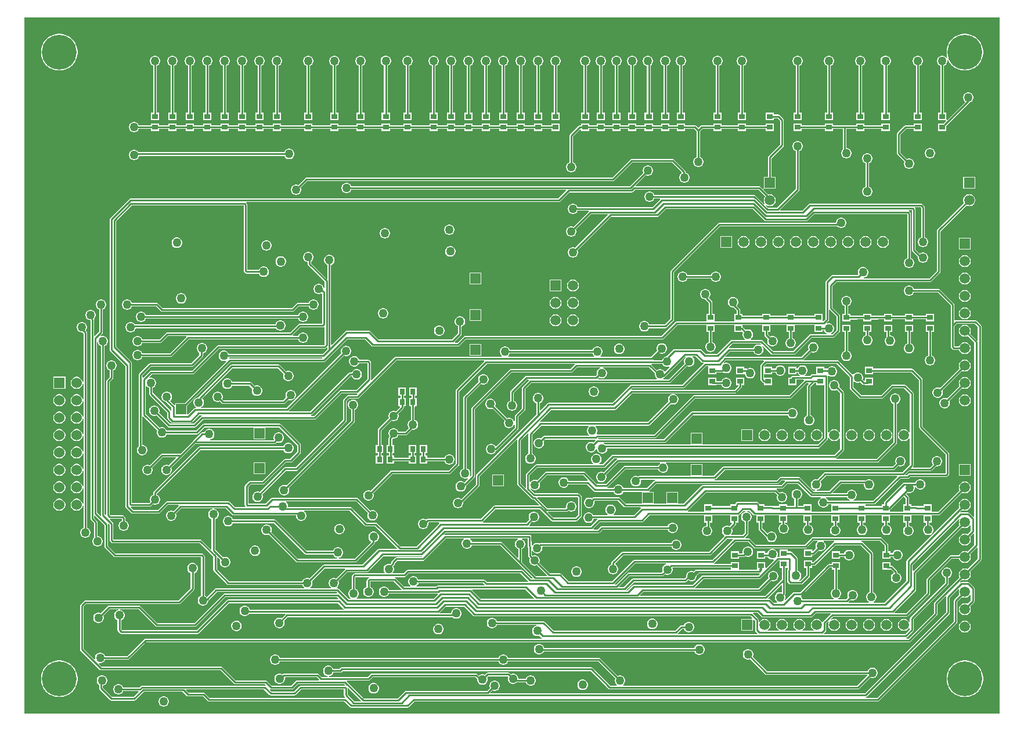
<source format=gbl>
G04*
G04 #@! TF.GenerationSoftware,Altium Limited,Altium Designer,22.3.1 (43)*
G04*
G04 Layer_Physical_Order=4*
G04 Layer_Color=16711680*
%FSLAX25Y25*%
%MOIN*%
G70*
G04*
G04 #@! TF.SameCoordinates,60FF7B14-72D9-4FEE-8752-AF75FF6C3092*
G04*
G04*
G04 #@! TF.FilePolarity,Positive*
G04*
G01*
G75*
%ADD11C,0.01000*%
%ADD16R,0.03150X0.03740*%
%ADD18R,0.03740X0.03150*%
%ADD38R,0.05906X0.05906*%
%ADD39C,0.05906*%
%ADD40R,0.05906X0.05906*%
%ADD41C,0.06000*%
%ADD42R,0.06000X0.06000*%
%ADD43C,0.20000*%
%ADD44C,0.05000*%
%ADD52C,0.01000*%
G36*
X560000D02*
X0D01*
Y400000D01*
X560000D01*
Y0D01*
D02*
G37*
%LPC*%
G36*
X540826Y390500D02*
X539174D01*
X537541Y390242D01*
X535969Y389731D01*
X534497Y388980D01*
X533160Y388009D01*
X531991Y386840D01*
X531020Y385503D01*
X530269Y384031D01*
X529759Y382459D01*
X529500Y380826D01*
Y379174D01*
X529759Y377541D01*
X529996Y376811D01*
X529536Y376607D01*
X529401Y376842D01*
X528842Y377401D01*
X528158Y377796D01*
X527395Y378000D01*
X526605D01*
X525842Y377796D01*
X525158Y377401D01*
X524599Y376842D01*
X524204Y376158D01*
X524000Y375395D01*
Y374605D01*
X524204Y373842D01*
X524599Y373158D01*
X525158Y372599D01*
X525842Y372204D01*
X525980Y372167D01*
Y345224D01*
X524630D01*
Y341075D01*
X528992Y341075D01*
X529011D01*
D01*
X529075Y341075D01*
X529120Y340966D01*
X529283Y340575D01*
X527649Y338941D01*
X527638Y338925D01*
X524630D01*
Y334776D01*
X529370D01*
Y337779D01*
X542663Y351072D01*
X543158Y351204D01*
X543842Y351599D01*
X544401Y352158D01*
X544796Y352842D01*
X545000Y353605D01*
Y354395D01*
X544796Y355158D01*
X544401Y355842D01*
X543842Y356401D01*
X543158Y356796D01*
X542395Y357000D01*
X541605D01*
X540842Y356796D01*
X540158Y356401D01*
X539599Y355842D01*
X539204Y355158D01*
X539000Y354395D01*
Y353605D01*
X539204Y352842D01*
X539599Y352158D01*
X540158Y351599D01*
X540175Y351468D01*
X529870Y341162D01*
X529370Y341370D01*
X529370Y341433D01*
X529370Y341433D01*
X529370Y341453D01*
Y345224D01*
X528020D01*
Y372167D01*
X528158Y372204D01*
X528842Y372599D01*
X529401Y373158D01*
X529796Y373842D01*
X530000Y374605D01*
Y375395D01*
X529999Y375398D01*
X530469Y375578D01*
X531020Y374497D01*
X531991Y373160D01*
X533160Y371991D01*
X534497Y371020D01*
X535969Y370269D01*
X537541Y369759D01*
X539174Y369500D01*
X540826D01*
X542459Y369759D01*
X544031Y370269D01*
X545503Y371020D01*
X546840Y371991D01*
X548009Y373160D01*
X548980Y374497D01*
X549731Y375969D01*
X550242Y377541D01*
X550500Y379174D01*
Y380826D01*
X550242Y382459D01*
X549731Y384031D01*
X548980Y385503D01*
X548009Y386840D01*
X546840Y388009D01*
X545503Y388980D01*
X544031Y389731D01*
X542459Y390242D01*
X540826Y390500D01*
D02*
G37*
G36*
X20826D02*
X19174D01*
X17541Y390242D01*
X15969Y389731D01*
X14497Y388980D01*
X13160Y388009D01*
X11991Y386840D01*
X11020Y385503D01*
X10269Y384031D01*
X9759Y382459D01*
X9500Y380826D01*
Y379174D01*
X9759Y377541D01*
X10269Y375969D01*
X11020Y374497D01*
X11991Y373160D01*
X13160Y371991D01*
X14497Y371020D01*
X15969Y370269D01*
X17541Y369759D01*
X19174Y369500D01*
X20826D01*
X22459Y369759D01*
X24031Y370269D01*
X25503Y371020D01*
X26840Y371991D01*
X28009Y373160D01*
X28980Y374497D01*
X29731Y375969D01*
X30242Y377541D01*
X30500Y379174D01*
Y380826D01*
X30242Y382459D01*
X29731Y384031D01*
X28980Y385503D01*
X28009Y386840D01*
X26840Y388009D01*
X25503Y388980D01*
X24031Y389731D01*
X22459Y390242D01*
X20826Y390500D01*
D02*
G37*
G36*
X513395Y378000D02*
X512605D01*
X511842Y377796D01*
X511158Y377401D01*
X510599Y376842D01*
X510204Y376158D01*
X510000Y375395D01*
Y374605D01*
X510204Y373842D01*
X510599Y373158D01*
X511158Y372599D01*
X511842Y372204D01*
X511980Y372167D01*
Y345224D01*
X510630D01*
Y341075D01*
X515370D01*
Y345224D01*
X514020D01*
Y372167D01*
X514158Y372204D01*
X514842Y372599D01*
X515401Y373158D01*
X515796Y373842D01*
X516000Y374605D01*
Y375395D01*
X515796Y376158D01*
X515401Y376842D01*
X514842Y377401D01*
X514158Y377796D01*
X513395Y378000D01*
D02*
G37*
G36*
X494895D02*
X494105D01*
X493342Y377796D01*
X492658Y377401D01*
X492099Y376842D01*
X491704Y376158D01*
X491500Y375395D01*
Y374605D01*
X491704Y373842D01*
X492099Y373158D01*
X492658Y372599D01*
X493342Y372204D01*
X493480Y372167D01*
Y345224D01*
X492130D01*
Y341075D01*
X496870D01*
Y345224D01*
X495520D01*
Y372167D01*
X495658Y372204D01*
X496342Y372599D01*
X496901Y373158D01*
X497296Y373842D01*
X497500Y374605D01*
Y375395D01*
X497296Y376158D01*
X496901Y376842D01*
X496342Y377401D01*
X495658Y377796D01*
X494895Y378000D01*
D02*
G37*
G36*
X480395D02*
X479605D01*
X478842Y377796D01*
X478158Y377401D01*
X477599Y376842D01*
X477204Y376158D01*
X477000Y375395D01*
Y374605D01*
X477204Y373842D01*
X477599Y373158D01*
X478158Y372599D01*
X478842Y372204D01*
X478980Y372167D01*
Y345224D01*
X477630D01*
Y341075D01*
X482370D01*
Y345224D01*
X481020D01*
Y372167D01*
X481158Y372204D01*
X481842Y372599D01*
X482401Y373158D01*
X482796Y373842D01*
X483000Y374605D01*
Y375395D01*
X482796Y376158D01*
X482401Y376842D01*
X481842Y377401D01*
X481158Y377796D01*
X480395Y378000D01*
D02*
G37*
G36*
X462395D02*
X461605D01*
X460842Y377796D01*
X460158Y377401D01*
X459599Y376842D01*
X459204Y376158D01*
X459000Y375395D01*
Y374605D01*
X459204Y373842D01*
X459599Y373158D01*
X460158Y372599D01*
X460842Y372204D01*
X460980Y372167D01*
Y345224D01*
X459630D01*
Y341075D01*
X464370D01*
Y345224D01*
X463020D01*
Y372167D01*
X463158Y372204D01*
X463842Y372599D01*
X464401Y373158D01*
X464796Y373842D01*
X465000Y374605D01*
Y375395D01*
X464796Y376158D01*
X464401Y376842D01*
X463842Y377401D01*
X463158Y377796D01*
X462395Y378000D01*
D02*
G37*
G36*
X444395D02*
X443605D01*
X442842Y377796D01*
X442158Y377401D01*
X441599Y376842D01*
X441204Y376158D01*
X441000Y375395D01*
Y374605D01*
X441204Y373842D01*
X441599Y373158D01*
X442158Y372599D01*
X442842Y372204D01*
X442980Y372167D01*
Y345224D01*
X441630D01*
Y341075D01*
X446370D01*
Y345224D01*
X445020D01*
Y372167D01*
X445158Y372204D01*
X445842Y372599D01*
X446401Y373158D01*
X446796Y373842D01*
X447000Y374605D01*
Y375395D01*
X446796Y376158D01*
X446401Y376842D01*
X445842Y377401D01*
X445158Y377796D01*
X444395Y378000D01*
D02*
G37*
G36*
X412395D02*
X411605D01*
X410842Y377796D01*
X410158Y377401D01*
X409599Y376842D01*
X409204Y376158D01*
X409000Y375395D01*
Y374605D01*
X409204Y373842D01*
X409599Y373158D01*
X410158Y372599D01*
X410842Y372204D01*
X410980Y372167D01*
Y345224D01*
X409630D01*
Y341075D01*
X414370D01*
Y345224D01*
X413020D01*
Y372167D01*
X413158Y372204D01*
X413842Y372599D01*
X414401Y373158D01*
X414796Y373842D01*
X415000Y374605D01*
Y375395D01*
X414796Y376158D01*
X414401Y376842D01*
X413842Y377401D01*
X413158Y377796D01*
X412395Y378000D01*
D02*
G37*
G36*
X398395D02*
X397605D01*
X396842Y377796D01*
X396158Y377401D01*
X395599Y376842D01*
X395204Y376158D01*
X395000Y375395D01*
Y374605D01*
X395204Y373842D01*
X395599Y373158D01*
X396158Y372599D01*
X396842Y372204D01*
X396980Y372167D01*
Y345224D01*
X395630D01*
Y341075D01*
X400370D01*
Y345224D01*
X399020D01*
Y372167D01*
X399158Y372204D01*
X399842Y372599D01*
X400401Y373158D01*
X400796Y373842D01*
X401000Y374605D01*
Y375395D01*
X400796Y376158D01*
X400401Y376842D01*
X399842Y377401D01*
X399158Y377796D01*
X398395Y378000D01*
D02*
G37*
G36*
X377395D02*
X376605D01*
X375842Y377796D01*
X375158Y377401D01*
X374599Y376842D01*
X374204Y376158D01*
X374000Y375395D01*
Y374605D01*
X374204Y373842D01*
X374599Y373158D01*
X375158Y372599D01*
X375842Y372204D01*
X375980Y372167D01*
Y345224D01*
X374630D01*
Y341075D01*
X379370D01*
Y345224D01*
X378020D01*
Y372167D01*
X378158Y372204D01*
X378842Y372599D01*
X379401Y373158D01*
X379796Y373842D01*
X380000Y374605D01*
Y375395D01*
X379796Y376158D01*
X379401Y376842D01*
X378842Y377401D01*
X378158Y377796D01*
X377395Y378000D01*
D02*
G37*
G36*
X368395D02*
X367605D01*
X366842Y377796D01*
X366158Y377401D01*
X365599Y376842D01*
X365204Y376158D01*
X365000Y375395D01*
Y374605D01*
X365204Y373842D01*
X365599Y373158D01*
X366158Y372599D01*
X366842Y372204D01*
X366980Y372167D01*
Y345224D01*
X365630D01*
Y341075D01*
X370370D01*
Y345224D01*
X369020D01*
Y372167D01*
X369158Y372204D01*
X369842Y372599D01*
X370401Y373158D01*
X370796Y373842D01*
X371000Y374605D01*
Y375395D01*
X370796Y376158D01*
X370401Y376842D01*
X369842Y377401D01*
X369158Y377796D01*
X368395Y378000D01*
D02*
G37*
G36*
X358395D02*
X357605D01*
X356842Y377796D01*
X356158Y377401D01*
X355599Y376842D01*
X355204Y376158D01*
X355000Y375395D01*
Y374605D01*
X355204Y373842D01*
X355599Y373158D01*
X356158Y372599D01*
X356842Y372204D01*
X357480Y372033D01*
Y345224D01*
X356130D01*
Y341075D01*
X360870D01*
Y345224D01*
X359520D01*
Y372413D01*
X359842Y372599D01*
X360401Y373158D01*
X360796Y373842D01*
X361000Y374605D01*
Y375395D01*
X360796Y376158D01*
X360401Y376842D01*
X359842Y377401D01*
X359158Y377796D01*
X358395Y378000D01*
D02*
G37*
G36*
X349395D02*
X348605D01*
X347842Y377796D01*
X347158Y377401D01*
X346599Y376842D01*
X346204Y376158D01*
X346000Y375395D01*
Y374605D01*
X346204Y373842D01*
X346599Y373158D01*
X347158Y372599D01*
X347842Y372204D01*
X347980Y372167D01*
Y345224D01*
X346630D01*
Y341075D01*
X351370D01*
Y345224D01*
X350020D01*
Y372167D01*
X350158Y372204D01*
X350842Y372599D01*
X351401Y373158D01*
X351796Y373842D01*
X352000Y374605D01*
Y375395D01*
X351796Y376158D01*
X351401Y376842D01*
X350842Y377401D01*
X350158Y377796D01*
X349395Y378000D01*
D02*
G37*
G36*
X340395D02*
X339605D01*
X338842Y377796D01*
X338158Y377401D01*
X337599Y376842D01*
X337204Y376158D01*
X337000Y375395D01*
Y374605D01*
X337204Y373842D01*
X337599Y373158D01*
X338158Y372599D01*
X338842Y372204D01*
X338980Y372167D01*
Y345224D01*
X337630D01*
Y341075D01*
X342370D01*
Y345224D01*
X341020D01*
Y372167D01*
X341158Y372204D01*
X341842Y372599D01*
X342401Y373158D01*
X342796Y373842D01*
X343000Y374605D01*
Y375395D01*
X342796Y376158D01*
X342401Y376842D01*
X341842Y377401D01*
X341158Y377796D01*
X340395Y378000D01*
D02*
G37*
G36*
X331395D02*
X330605D01*
X329842Y377796D01*
X329158Y377401D01*
X328599Y376842D01*
X328204Y376158D01*
X328000Y375395D01*
Y374605D01*
X328204Y373842D01*
X328599Y373158D01*
X329158Y372599D01*
X329842Y372204D01*
X329980Y372167D01*
Y345224D01*
X328630D01*
Y341075D01*
X333370D01*
Y345224D01*
X332020D01*
Y372167D01*
X332158Y372204D01*
X332842Y372599D01*
X333401Y373158D01*
X333796Y373842D01*
X334000Y374605D01*
Y375395D01*
X333796Y376158D01*
X333401Y376842D01*
X332842Y377401D01*
X332158Y377796D01*
X331395Y378000D01*
D02*
G37*
G36*
X322395D02*
X321605D01*
X320842Y377796D01*
X320158Y377401D01*
X319599Y376842D01*
X319204Y376158D01*
X319000Y375395D01*
Y374605D01*
X319204Y373842D01*
X319599Y373158D01*
X320158Y372599D01*
X320842Y372204D01*
X320980Y372167D01*
Y345224D01*
X319630D01*
Y341075D01*
X324370D01*
Y345224D01*
X323020D01*
Y372167D01*
X323158Y372204D01*
X323842Y372599D01*
X324401Y373158D01*
X324796Y373842D01*
X325000Y374605D01*
Y375395D01*
X324796Y376158D01*
X324401Y376842D01*
X323842Y377401D01*
X323158Y377796D01*
X322395Y378000D01*
D02*
G37*
G36*
X305395D02*
X304605D01*
X303842Y377796D01*
X303158Y377401D01*
X302599Y376842D01*
X302204Y376158D01*
X302000Y375395D01*
Y374605D01*
X302204Y373842D01*
X302599Y373158D01*
X303158Y372599D01*
X303842Y372204D01*
X303980Y372167D01*
Y345224D01*
X302630D01*
Y341075D01*
X307370D01*
Y345224D01*
X306020D01*
Y372167D01*
X306158Y372204D01*
X306842Y372599D01*
X307401Y373158D01*
X307796Y373842D01*
X308000Y374605D01*
Y375395D01*
X307796Y376158D01*
X307401Y376842D01*
X306842Y377401D01*
X306158Y377796D01*
X305395Y378000D01*
D02*
G37*
G36*
X295395D02*
X294605D01*
X293842Y377796D01*
X293158Y377401D01*
X292599Y376842D01*
X292204Y376158D01*
X292000Y375395D01*
Y374605D01*
X292204Y373842D01*
X292599Y373158D01*
X293158Y372599D01*
X293842Y372204D01*
X293980Y372167D01*
Y345224D01*
X292630D01*
Y341075D01*
X297370D01*
Y345224D01*
X296020D01*
Y372167D01*
X296158Y372204D01*
X296842Y372599D01*
X297401Y373158D01*
X297796Y373842D01*
X298000Y374605D01*
Y375395D01*
X297796Y376158D01*
X297401Y376842D01*
X296842Y377401D01*
X296158Y377796D01*
X295395Y378000D01*
D02*
G37*
G36*
X285395D02*
X284605D01*
X283842Y377796D01*
X283158Y377401D01*
X282599Y376842D01*
X282204Y376158D01*
X282000Y375395D01*
Y374605D01*
X282204Y373842D01*
X282599Y373158D01*
X283158Y372599D01*
X283842Y372204D01*
X283980Y372167D01*
Y345224D01*
X282630D01*
Y341075D01*
X287370D01*
Y345224D01*
X286020D01*
Y372167D01*
X286158Y372204D01*
X286842Y372599D01*
X287401Y373158D01*
X287796Y373842D01*
X288000Y374605D01*
Y375395D01*
X287796Y376158D01*
X287401Y376842D01*
X286842Y377401D01*
X286158Y377796D01*
X285395Y378000D01*
D02*
G37*
G36*
X275395D02*
X274605D01*
X273842Y377796D01*
X273158Y377401D01*
X272599Y376842D01*
X272204Y376158D01*
X272000Y375395D01*
Y374605D01*
X272204Y373842D01*
X272599Y373158D01*
X273158Y372599D01*
X273842Y372204D01*
X273980Y372167D01*
Y345224D01*
X272630D01*
Y341075D01*
X277370D01*
Y345224D01*
X276020D01*
Y372167D01*
X276158Y372204D01*
X276842Y372599D01*
X277401Y373158D01*
X277796Y373842D01*
X278000Y374605D01*
Y375395D01*
X277796Y376158D01*
X277401Y376842D01*
X276842Y377401D01*
X276158Y377796D01*
X275395Y378000D01*
D02*
G37*
G36*
X265395D02*
X264605D01*
X263842Y377796D01*
X263158Y377401D01*
X262599Y376842D01*
X262204Y376158D01*
X262000Y375395D01*
Y374605D01*
X262204Y373842D01*
X262599Y373158D01*
X263158Y372599D01*
X263842Y372204D01*
X263980Y372167D01*
Y345224D01*
X262630D01*
Y341075D01*
X267370D01*
Y345224D01*
X266020D01*
Y372167D01*
X266158Y372204D01*
X266842Y372599D01*
X267401Y373158D01*
X267796Y373842D01*
X268000Y374605D01*
Y375395D01*
X267796Y376158D01*
X267401Y376842D01*
X266842Y377401D01*
X266158Y377796D01*
X265395Y378000D01*
D02*
G37*
G36*
X255395D02*
X254605D01*
X253842Y377796D01*
X253158Y377401D01*
X252599Y376842D01*
X252204Y376158D01*
X252000Y375395D01*
Y374605D01*
X252204Y373842D01*
X252599Y373158D01*
X253158Y372599D01*
X253842Y372204D01*
X253980Y372167D01*
Y345224D01*
X252630D01*
Y341075D01*
X257370D01*
Y345224D01*
X256020D01*
Y372167D01*
X256158Y372204D01*
X256842Y372599D01*
X257401Y373158D01*
X257796Y373842D01*
X258000Y374605D01*
Y375395D01*
X257796Y376158D01*
X257401Y376842D01*
X256842Y377401D01*
X256158Y377796D01*
X255395Y378000D01*
D02*
G37*
G36*
X245395D02*
X244605D01*
X243842Y377796D01*
X243158Y377401D01*
X242599Y376842D01*
X242204Y376158D01*
X242000Y375395D01*
Y374605D01*
X242204Y373842D01*
X242599Y373158D01*
X243158Y372599D01*
X243842Y372204D01*
X243980Y372167D01*
Y345224D01*
X242630D01*
Y341075D01*
X247370D01*
Y345224D01*
X246020D01*
Y372167D01*
X246158Y372204D01*
X246842Y372599D01*
X247401Y373158D01*
X247796Y373842D01*
X248000Y374605D01*
Y375395D01*
X247796Y376158D01*
X247401Y376842D01*
X246842Y377401D01*
X246158Y377796D01*
X245395Y378000D01*
D02*
G37*
G36*
X235395D02*
X234605D01*
X233842Y377796D01*
X233158Y377401D01*
X232599Y376842D01*
X232204Y376158D01*
X232000Y375395D01*
Y374605D01*
X232204Y373842D01*
X232599Y373158D01*
X233158Y372599D01*
X233842Y372204D01*
X233980Y372167D01*
Y345224D01*
X232630D01*
Y341075D01*
X237370D01*
Y345224D01*
X236020D01*
Y372167D01*
X236158Y372204D01*
X236842Y372599D01*
X237401Y373158D01*
X237796Y373842D01*
X238000Y374605D01*
Y375395D01*
X237796Y376158D01*
X237401Y376842D01*
X236842Y377401D01*
X236158Y377796D01*
X235395Y378000D01*
D02*
G37*
G36*
X220395D02*
X219605D01*
X218842Y377796D01*
X218158Y377401D01*
X217599Y376842D01*
X217204Y376158D01*
X217000Y375395D01*
Y374605D01*
X217204Y373842D01*
X217599Y373158D01*
X218158Y372599D01*
X218842Y372204D01*
X218980Y372167D01*
Y345224D01*
X217630D01*
Y341075D01*
X222370D01*
Y345224D01*
X221020D01*
Y372167D01*
X221158Y372204D01*
X221842Y372599D01*
X222401Y373158D01*
X222796Y373842D01*
X223000Y374605D01*
Y375395D01*
X222796Y376158D01*
X222401Y376842D01*
X221842Y377401D01*
X221158Y377796D01*
X220395Y378000D01*
D02*
G37*
G36*
X207895D02*
X207105D01*
X206342Y377796D01*
X205658Y377401D01*
X205099Y376842D01*
X204704Y376158D01*
X204500Y375395D01*
Y374605D01*
X204704Y373842D01*
X205099Y373158D01*
X205658Y372599D01*
X206342Y372204D01*
X206480Y372167D01*
Y345224D01*
X205130D01*
Y341075D01*
X209870D01*
Y345224D01*
X208520D01*
Y372167D01*
X208658Y372204D01*
X209342Y372599D01*
X209901Y373158D01*
X210296Y373842D01*
X210500Y374605D01*
Y375395D01*
X210296Y376158D01*
X209901Y376842D01*
X209342Y377401D01*
X208658Y377796D01*
X207895Y378000D01*
D02*
G37*
G36*
X193395D02*
X192605D01*
X191842Y377796D01*
X191158Y377401D01*
X190599Y376842D01*
X190204Y376158D01*
X190000Y375395D01*
Y374605D01*
X190204Y373842D01*
X190599Y373158D01*
X191158Y372599D01*
X191842Y372204D01*
X191980Y372167D01*
Y345224D01*
X190630D01*
Y341075D01*
X195370D01*
Y345224D01*
X194020D01*
Y372167D01*
X194158Y372204D01*
X194842Y372599D01*
X195401Y373158D01*
X195796Y373842D01*
X196000Y374605D01*
Y375395D01*
X195796Y376158D01*
X195401Y376842D01*
X194842Y377401D01*
X194158Y377796D01*
X193395Y378000D01*
D02*
G37*
G36*
X178395D02*
X177605D01*
X176842Y377796D01*
X176158Y377401D01*
X175599Y376842D01*
X175204Y376158D01*
X175000Y375395D01*
Y374605D01*
X175204Y373842D01*
X175599Y373158D01*
X176158Y372599D01*
X176842Y372204D01*
X176980Y372167D01*
Y345224D01*
X175630D01*
Y341075D01*
X180370D01*
Y345224D01*
X179020D01*
Y372167D01*
X179158Y372204D01*
X179842Y372599D01*
X180401Y373158D01*
X180796Y373842D01*
X181000Y374605D01*
Y375395D01*
X180796Y376158D01*
X180401Y376842D01*
X179842Y377401D01*
X179158Y377796D01*
X178395Y378000D01*
D02*
G37*
G36*
X163395D02*
X162605D01*
X161842Y377796D01*
X161158Y377401D01*
X160599Y376842D01*
X160204Y376158D01*
X160000Y375395D01*
Y374605D01*
X160204Y373842D01*
X160599Y373158D01*
X161158Y372599D01*
X161842Y372204D01*
X161980Y372167D01*
Y345224D01*
X160630D01*
Y341075D01*
X165370D01*
Y345224D01*
X164020D01*
Y372167D01*
X164158Y372204D01*
X164842Y372599D01*
X165401Y373158D01*
X165796Y373842D01*
X166000Y374605D01*
Y375395D01*
X165796Y376158D01*
X165401Y376842D01*
X164842Y377401D01*
X164158Y377796D01*
X163395Y378000D01*
D02*
G37*
G36*
X145395D02*
X144605D01*
X143842Y377796D01*
X143158Y377401D01*
X142599Y376842D01*
X142204Y376158D01*
X142000Y375395D01*
Y374605D01*
X142204Y373842D01*
X142599Y373158D01*
X143158Y372599D01*
X143842Y372204D01*
X143980Y372167D01*
Y345224D01*
X142630D01*
Y341075D01*
X147370D01*
Y345224D01*
X146020D01*
Y372167D01*
X146158Y372204D01*
X146842Y372599D01*
X147401Y373158D01*
X147796Y373842D01*
X148000Y374605D01*
Y375395D01*
X147796Y376158D01*
X147401Y376842D01*
X146842Y377401D01*
X146158Y377796D01*
X145395Y378000D01*
D02*
G37*
G36*
X135395D02*
X134605D01*
X133842Y377796D01*
X133158Y377401D01*
X132599Y376842D01*
X132204Y376158D01*
X132000Y375395D01*
Y374605D01*
X132204Y373842D01*
X132599Y373158D01*
X133158Y372599D01*
X133842Y372204D01*
X133980Y372167D01*
Y345224D01*
X132630D01*
Y341075D01*
X137370D01*
Y345224D01*
X136020D01*
Y372167D01*
X136158Y372204D01*
X136842Y372599D01*
X137401Y373158D01*
X137796Y373842D01*
X138000Y374605D01*
Y375395D01*
X137796Y376158D01*
X137401Y376842D01*
X136842Y377401D01*
X136158Y377796D01*
X135395Y378000D01*
D02*
G37*
G36*
X125395D02*
X124605D01*
X123842Y377796D01*
X123158Y377401D01*
X122599Y376842D01*
X122204Y376158D01*
X122000Y375395D01*
Y374605D01*
X122204Y373842D01*
X122599Y373158D01*
X123158Y372599D01*
X123842Y372204D01*
X123980Y372167D01*
Y345224D01*
X122630D01*
Y341075D01*
X127370D01*
Y345224D01*
X126020D01*
Y372167D01*
X126158Y372204D01*
X126842Y372599D01*
X127401Y373158D01*
X127796Y373842D01*
X128000Y374605D01*
Y375395D01*
X127796Y376158D01*
X127401Y376842D01*
X126842Y377401D01*
X126158Y377796D01*
X125395Y378000D01*
D02*
G37*
G36*
X115395D02*
X114605D01*
X113842Y377796D01*
X113158Y377401D01*
X112599Y376842D01*
X112204Y376158D01*
X112000Y375395D01*
Y374605D01*
X112204Y373842D01*
X112599Y373158D01*
X113158Y372599D01*
X113842Y372204D01*
X113980Y372167D01*
Y345224D01*
X112630D01*
Y341075D01*
X117370D01*
Y345224D01*
X116020D01*
Y372167D01*
X116158Y372204D01*
X116842Y372599D01*
X117401Y373158D01*
X117796Y373842D01*
X118000Y374605D01*
Y375395D01*
X117796Y376158D01*
X117401Y376842D01*
X116842Y377401D01*
X116158Y377796D01*
X115395Y378000D01*
D02*
G37*
G36*
X105395D02*
X104605D01*
X103842Y377796D01*
X103158Y377401D01*
X102599Y376842D01*
X102204Y376158D01*
X102000Y375395D01*
Y374605D01*
X102204Y373842D01*
X102599Y373158D01*
X103158Y372599D01*
X103842Y372204D01*
X103980Y372167D01*
Y345224D01*
X102630D01*
Y341075D01*
X107370D01*
Y345224D01*
X106020D01*
Y372167D01*
X106158Y372204D01*
X106842Y372599D01*
X107401Y373158D01*
X107796Y373842D01*
X108000Y374605D01*
Y375395D01*
X107796Y376158D01*
X107401Y376842D01*
X106842Y377401D01*
X106158Y377796D01*
X105395Y378000D01*
D02*
G37*
G36*
X95395D02*
X94605D01*
X93842Y377796D01*
X93158Y377401D01*
X92599Y376842D01*
X92204Y376158D01*
X92000Y375395D01*
Y374605D01*
X92204Y373842D01*
X92599Y373158D01*
X93158Y372599D01*
X93842Y372204D01*
X93980Y372167D01*
Y345224D01*
X92630D01*
Y341075D01*
X97370D01*
Y345224D01*
X96020D01*
Y372167D01*
X96158Y372204D01*
X96842Y372599D01*
X97401Y373158D01*
X97796Y373842D01*
X98000Y374605D01*
Y375395D01*
X97796Y376158D01*
X97401Y376842D01*
X96842Y377401D01*
X96158Y377796D01*
X95395Y378000D01*
D02*
G37*
G36*
X85395D02*
X84605D01*
X83842Y377796D01*
X83158Y377401D01*
X82599Y376842D01*
X82204Y376158D01*
X82000Y375395D01*
Y374605D01*
X82204Y373842D01*
X82599Y373158D01*
X83158Y372599D01*
X83842Y372204D01*
X83980Y372167D01*
Y345224D01*
X82630D01*
Y341075D01*
X87370D01*
Y345224D01*
X86020D01*
Y372167D01*
X86158Y372204D01*
X86842Y372599D01*
X87401Y373158D01*
X87796Y373842D01*
X88000Y374605D01*
Y375395D01*
X87796Y376158D01*
X87401Y376842D01*
X86842Y377401D01*
X86158Y377796D01*
X85395Y378000D01*
D02*
G37*
G36*
X75395D02*
X74605D01*
X73842Y377796D01*
X73158Y377401D01*
X72599Y376842D01*
X72204Y376158D01*
X72000Y375395D01*
Y374605D01*
X72204Y373842D01*
X72599Y373158D01*
X73158Y372599D01*
X73842Y372204D01*
X73980Y372167D01*
Y345224D01*
X72630D01*
Y341075D01*
X77370D01*
Y345224D01*
X76020D01*
Y372167D01*
X76158Y372204D01*
X76842Y372599D01*
X77401Y373158D01*
X77796Y373842D01*
X78000Y374605D01*
Y375395D01*
X77796Y376158D01*
X77401Y376842D01*
X76842Y377401D01*
X76158Y377796D01*
X75395Y378000D01*
D02*
G37*
G36*
X496870Y338925D02*
X492130D01*
Y337870D01*
X482370D01*
Y338925D01*
X477630D01*
Y337870D01*
X464370D01*
Y338925D01*
X459630D01*
Y337870D01*
X446370D01*
Y338925D01*
X441630D01*
Y334776D01*
X446370D01*
Y335831D01*
X459630D01*
Y334776D01*
X464370D01*
Y335831D01*
X469980D01*
Y324223D01*
X469599Y323842D01*
X469204Y323158D01*
X469000Y322395D01*
Y321605D01*
X469204Y320842D01*
X469599Y320158D01*
X470158Y319599D01*
X470842Y319204D01*
X471605Y319000D01*
X472395D01*
X473158Y319204D01*
X473842Y319599D01*
X474401Y320158D01*
X474796Y320842D01*
X475000Y321605D01*
Y322395D01*
X474796Y323158D01*
X474401Y323842D01*
X473842Y324401D01*
X473158Y324796D01*
X472395Y325000D01*
X472020D01*
Y335831D01*
X477630D01*
Y334776D01*
X482370D01*
Y335831D01*
X492130D01*
Y334776D01*
X496870D01*
Y338925D01*
D02*
G37*
G36*
X430370D02*
X425630D01*
Y337870D01*
X414370D01*
Y338925D01*
X409630D01*
Y337870D01*
X400370D01*
Y338925D01*
X395630D01*
Y337870D01*
X388850D01*
X388460Y337792D01*
X388129Y337571D01*
X387000Y336442D01*
X385871Y337571D01*
X385540Y337792D01*
X385150Y337870D01*
X379370D01*
Y338925D01*
X374630D01*
Y337870D01*
X370370D01*
Y338925D01*
X365630D01*
Y337870D01*
X360870D01*
Y338925D01*
X356130D01*
Y337870D01*
X351370D01*
Y338925D01*
X346630D01*
Y337870D01*
X342370D01*
Y338925D01*
X337630D01*
Y337870D01*
X333370D01*
Y338925D01*
X328630D01*
Y337870D01*
X324370D01*
Y338925D01*
X319630D01*
Y337870D01*
X318850D01*
X318460Y337792D01*
X318129Y337571D01*
X313279Y332721D01*
X313058Y332390D01*
X312980Y332000D01*
Y316833D01*
X312842Y316796D01*
X312158Y316401D01*
X311599Y315842D01*
X311204Y315158D01*
X311000Y314395D01*
Y313605D01*
X311204Y312842D01*
X311599Y312158D01*
X312158Y311599D01*
X312842Y311204D01*
X313605Y311000D01*
X314395D01*
X315158Y311204D01*
X315842Y311599D01*
X316401Y312158D01*
X316796Y312842D01*
X317000Y313605D01*
Y314395D01*
X316796Y315158D01*
X316401Y315842D01*
X315842Y316401D01*
X315158Y316796D01*
X315020Y316833D01*
Y331578D01*
X319130Y335688D01*
X319630Y335486D01*
Y334776D01*
X324370D01*
Y335831D01*
X328630D01*
Y334776D01*
X333370D01*
Y335831D01*
X337630D01*
Y334776D01*
X342370D01*
Y335831D01*
X346630D01*
Y334776D01*
X351370D01*
Y335831D01*
X356130D01*
Y334776D01*
X360870D01*
Y335831D01*
X365630D01*
Y334776D01*
X370370D01*
Y335831D01*
X374630D01*
Y334776D01*
X379370D01*
Y335831D01*
X384727D01*
X385980Y334578D01*
Y319833D01*
X385842Y319796D01*
X385158Y319401D01*
X384599Y318842D01*
X384204Y318158D01*
X384000Y317395D01*
Y316605D01*
X384204Y315842D01*
X384599Y315158D01*
X385158Y314599D01*
X385842Y314204D01*
X386605Y314000D01*
X387395D01*
X388158Y314204D01*
X388842Y314599D01*
X389401Y315158D01*
X389796Y315842D01*
X390000Y316605D01*
Y317395D01*
X389796Y318158D01*
X389401Y318842D01*
X388842Y319401D01*
X388158Y319796D01*
X388020Y319833D01*
Y334578D01*
X389273Y335831D01*
X395630D01*
Y334776D01*
X400370D01*
Y335831D01*
X409630D01*
Y334776D01*
X414370D01*
Y335831D01*
X425630D01*
Y334776D01*
X430370D01*
Y338925D01*
D02*
G37*
G36*
X515370D02*
X510630D01*
Y337870D01*
X505850D01*
X505460Y337792D01*
X505129Y337571D01*
X501279Y333721D01*
X501058Y333390D01*
X500980Y333000D01*
Y322000D01*
X501058Y321610D01*
X501279Y321279D01*
X505276Y317282D01*
X505204Y317158D01*
X505000Y316395D01*
Y315605D01*
X505204Y314842D01*
X505599Y314158D01*
X506158Y313599D01*
X506842Y313204D01*
X507605Y313000D01*
X508395D01*
X509158Y313204D01*
X509842Y313599D01*
X510401Y314158D01*
X510796Y314842D01*
X511000Y315605D01*
Y316395D01*
X510796Y317158D01*
X510401Y317842D01*
X509842Y318401D01*
X509158Y318796D01*
X508395Y319000D01*
X507605D01*
X506842Y318796D01*
X506718Y318724D01*
X503020Y322422D01*
Y332578D01*
X506273Y335831D01*
X510630D01*
Y334776D01*
X515370D01*
Y338925D01*
D02*
G37*
G36*
X63395Y340000D02*
X62605D01*
X61842Y339796D01*
X61158Y339401D01*
X60599Y338842D01*
X60204Y338158D01*
X60000Y337395D01*
Y336605D01*
X60204Y335842D01*
X60599Y335158D01*
X61158Y334599D01*
X61842Y334204D01*
X62605Y334000D01*
X63395D01*
X64158Y334204D01*
X64842Y334599D01*
X65401Y335158D01*
X65789Y335831D01*
X72630D01*
Y334776D01*
X77370D01*
Y335831D01*
X82630D01*
Y334776D01*
X87370D01*
Y335831D01*
X92630D01*
Y334776D01*
X97370D01*
Y335831D01*
X102630D01*
Y334776D01*
X107370D01*
Y335831D01*
X112630D01*
Y334776D01*
X117370D01*
Y335831D01*
X122630D01*
Y334776D01*
X127370D01*
Y335831D01*
X132630D01*
Y334776D01*
X137370D01*
Y335831D01*
X142630D01*
Y334776D01*
X147370D01*
Y335831D01*
X160630D01*
Y334776D01*
X165370D01*
Y335831D01*
X175630D01*
Y334776D01*
X180370D01*
Y335831D01*
X190630D01*
Y334776D01*
X195370D01*
Y335831D01*
X205130D01*
Y334776D01*
X209870D01*
Y335831D01*
X217630D01*
Y334776D01*
X222370D01*
Y335831D01*
X232630D01*
Y334776D01*
X237370D01*
Y335831D01*
X242630D01*
Y334776D01*
X247370D01*
Y335831D01*
X252630D01*
Y334776D01*
X257370D01*
Y335831D01*
X262630D01*
Y334776D01*
X267370D01*
Y335831D01*
X272630D01*
Y334776D01*
X277370D01*
Y335831D01*
X282630D01*
Y334776D01*
X287370D01*
Y335831D01*
X292630D01*
Y334776D01*
X297370D01*
Y335831D01*
X302630D01*
Y334776D01*
X307370D01*
Y338925D01*
X302630D01*
Y337870D01*
X297370D01*
Y338925D01*
X292630D01*
Y337870D01*
X287370D01*
Y338925D01*
X282630D01*
Y337870D01*
X277370D01*
Y338925D01*
X272630D01*
Y337870D01*
X267370D01*
Y338925D01*
X262630D01*
Y337870D01*
X257370D01*
Y338925D01*
X252630D01*
Y337870D01*
X247370D01*
Y338925D01*
X242630D01*
Y337870D01*
X237370D01*
Y338925D01*
X232630D01*
Y337870D01*
X222370D01*
Y338925D01*
X217630D01*
Y337870D01*
X209870D01*
Y338925D01*
X205130D01*
Y337870D01*
X195370D01*
Y338925D01*
X190630D01*
Y337870D01*
X180370D01*
Y338925D01*
X175630D01*
Y337870D01*
X165370D01*
Y338925D01*
X160630D01*
Y337870D01*
X147370D01*
Y338925D01*
X142630D01*
Y337870D01*
X137370D01*
Y338925D01*
X132630D01*
Y337870D01*
X127370D01*
Y338925D01*
X122630D01*
Y337870D01*
X117370D01*
Y338925D01*
X112630D01*
Y337870D01*
X107370D01*
Y338925D01*
X102630D01*
Y337870D01*
X97370D01*
Y338925D01*
X92630D01*
Y337870D01*
X87370D01*
Y338925D01*
X82630D01*
Y337870D01*
X77370D01*
Y338925D01*
X72630D01*
Y337870D01*
X65873D01*
X65796Y338158D01*
X65401Y338842D01*
X64842Y339401D01*
X64158Y339796D01*
X63395Y340000D01*
D02*
G37*
G36*
X152395Y324500D02*
X151605D01*
X150842Y324296D01*
X150158Y323901D01*
X149599Y323342D01*
X149204Y322658D01*
X149167Y322520D01*
X65587D01*
X65401Y322842D01*
X64842Y323401D01*
X64158Y323796D01*
X63395Y324000D01*
X62605D01*
X61842Y323796D01*
X61158Y323401D01*
X60599Y322842D01*
X60204Y322158D01*
X60000Y321395D01*
Y320605D01*
X60204Y319842D01*
X60599Y319158D01*
X61158Y318599D01*
X61842Y318204D01*
X62605Y318000D01*
X63395D01*
X64158Y318204D01*
X64842Y318599D01*
X65401Y319158D01*
X65796Y319842D01*
X65967Y320480D01*
X149167D01*
X149204Y320342D01*
X149599Y319658D01*
X150158Y319099D01*
X150842Y318704D01*
X151605Y318500D01*
X152395D01*
X153158Y318704D01*
X153842Y319099D01*
X154401Y319658D01*
X154796Y320342D01*
X155000Y321105D01*
Y321895D01*
X154796Y322658D01*
X154401Y323342D01*
X153842Y323901D01*
X153158Y324296D01*
X152395Y324500D01*
D02*
G37*
G36*
X520395Y325000D02*
X519605D01*
X518842Y324796D01*
X518158Y324401D01*
X517599Y323842D01*
X517204Y323158D01*
X517000Y322395D01*
Y321605D01*
X517204Y320842D01*
X517599Y320158D01*
X518158Y319599D01*
X518842Y319204D01*
X519605Y319000D01*
X520395D01*
X521158Y319204D01*
X521842Y319599D01*
X522401Y320158D01*
X522796Y320842D01*
X523000Y321605D01*
Y322395D01*
X522796Y323158D01*
X522401Y323842D01*
X521842Y324401D01*
X521158Y324796D01*
X520395Y325000D01*
D02*
G37*
G36*
X430370Y345224D02*
X425630D01*
Y341075D01*
X430370D01*
Y342130D01*
X432428D01*
X433980Y340578D01*
Y326922D01*
X427279Y320221D01*
X427058Y319890D01*
X426980Y319500D01*
Y308453D01*
X424547D01*
Y302044D01*
X424547Y301602D01*
X424155Y301287D01*
X422721Y302721D01*
X422390Y302942D01*
X422000Y303020D01*
X351115D01*
X350923Y303482D01*
X356718Y309276D01*
X356842Y309204D01*
X357605Y309000D01*
X358395D01*
X359158Y309204D01*
X359842Y309599D01*
X360401Y310158D01*
X360796Y310842D01*
X361000Y311605D01*
Y312395D01*
X360796Y313158D01*
X360401Y313842D01*
X359842Y314401D01*
X359158Y314796D01*
X358395Y315000D01*
X357605D01*
X356842Y314796D01*
X356158Y314401D01*
X355599Y313842D01*
X355204Y313158D01*
X355000Y312395D01*
Y311605D01*
X355204Y310842D01*
X355276Y310718D01*
X347578Y303020D01*
X187833D01*
X187796Y303158D01*
X187401Y303842D01*
X186842Y304401D01*
X186158Y304796D01*
X185395Y305000D01*
X184605D01*
X183842Y304796D01*
X183158Y304401D01*
X182599Y303842D01*
X182204Y303158D01*
X182000Y302395D01*
Y301605D01*
X182204Y300842D01*
X182599Y300158D01*
X183158Y299599D01*
X183842Y299204D01*
X184605Y299000D01*
X185395D01*
X186158Y299204D01*
X186842Y299599D01*
X187401Y300158D01*
X187796Y300842D01*
X187833Y300980D01*
X310885D01*
X311076Y300518D01*
X306578Y296020D01*
X61000D01*
X60610Y295942D01*
X60279Y295721D01*
X49279Y284721D01*
X49058Y284390D01*
X48980Y284000D01*
Y209000D01*
X49058Y208610D01*
X49279Y208279D01*
X57980Y199578D01*
Y119000D01*
X58058Y118610D01*
X58279Y118279D01*
X61279Y115279D01*
X61610Y115058D01*
X62000Y114980D01*
X77000D01*
X77390Y115058D01*
X77721Y115279D01*
X82422Y119980D01*
X88431D01*
X88639Y119480D01*
X85582Y116424D01*
X85458Y116496D01*
X84695Y116700D01*
X83905D01*
X83142Y116496D01*
X82458Y116101D01*
X81899Y115542D01*
X81504Y114858D01*
X81300Y114095D01*
Y113305D01*
X81504Y112542D01*
X81899Y111858D01*
X82458Y111299D01*
X83142Y110904D01*
X83905Y110700D01*
X84695D01*
X85458Y110904D01*
X86142Y111299D01*
X86701Y111858D01*
X87096Y112542D01*
X87300Y113305D01*
Y114095D01*
X87096Y114858D01*
X87024Y114982D01*
X90022Y117980D01*
X107966D01*
X108032Y117480D01*
X107342Y117296D01*
X106658Y116901D01*
X106099Y116342D01*
X105704Y115658D01*
X105500Y114895D01*
Y114105D01*
X105704Y113342D01*
X106099Y112658D01*
X106658Y112099D01*
X107342Y111704D01*
X107480Y111667D01*
Y94615D01*
X107018Y94424D01*
X101721Y99721D01*
X101390Y99942D01*
X101000Y100020D01*
X51020D01*
Y109121D01*
X50942Y109511D01*
X50721Y109842D01*
X49083Y111480D01*
X49290Y111980D01*
X55980D01*
Y110833D01*
X55842Y110796D01*
X55158Y110401D01*
X54599Y109842D01*
X54204Y109158D01*
X54000Y108395D01*
Y107605D01*
X54204Y106842D01*
X54599Y106158D01*
X55158Y105599D01*
X55842Y105204D01*
X56605Y105000D01*
X57395D01*
X58158Y105204D01*
X58842Y105599D01*
X59401Y106158D01*
X59796Y106842D01*
X60000Y107605D01*
Y108395D01*
X59796Y109158D01*
X59401Y109842D01*
X58842Y110401D01*
X58158Y110796D01*
X58020Y110833D01*
Y112414D01*
X57942Y112804D01*
X57721Y113135D01*
X57135Y113721D01*
X56804Y113942D01*
X56414Y114020D01*
X49422D01*
X49020Y114422D01*
Y190578D01*
X50721Y192279D01*
X50942Y192610D01*
X51020Y193000D01*
Y197167D01*
X51158Y197204D01*
X51842Y197599D01*
X52401Y198158D01*
X52796Y198842D01*
X53000Y199605D01*
Y200395D01*
X52796Y201158D01*
X52401Y201842D01*
X51842Y202401D01*
X51158Y202796D01*
X50395Y203000D01*
X49605D01*
X48842Y202796D01*
X48158Y202401D01*
X47599Y201842D01*
X47204Y201158D01*
X47000Y200395D01*
Y199605D01*
X47204Y198842D01*
X47599Y198158D01*
X48158Y197599D01*
X48842Y197204D01*
X48980Y197167D01*
Y193422D01*
X47279Y191721D01*
X47058Y191390D01*
X46980Y191000D01*
Y114290D01*
X46480Y114083D01*
X46020Y114544D01*
Y211167D01*
X46158Y211204D01*
X46842Y211599D01*
X47401Y212158D01*
X47796Y212842D01*
X48000Y213605D01*
Y214395D01*
X47796Y215158D01*
X47401Y215842D01*
X46842Y216401D01*
X46158Y216796D01*
X45395Y217000D01*
X44605D01*
X43982Y216833D01*
X43723Y217281D01*
X44721Y218279D01*
X44942Y218610D01*
X45020Y219000D01*
Y232167D01*
X45158Y232204D01*
X45842Y232599D01*
X46401Y233158D01*
X46796Y233842D01*
X47000Y234605D01*
Y235395D01*
X46796Y236158D01*
X46401Y236842D01*
X45842Y237401D01*
X45158Y237796D01*
X44395Y238000D01*
X43605D01*
X42842Y237796D01*
X42158Y237401D01*
X41599Y236842D01*
X41204Y236158D01*
X41000Y235395D01*
Y234605D01*
X41204Y233842D01*
X41599Y233158D01*
X42158Y232599D01*
X42842Y232204D01*
X42980Y232167D01*
Y219422D01*
X40481Y216923D01*
X40020Y217115D01*
Y226414D01*
X39959Y226717D01*
X40401Y227158D01*
X40796Y227842D01*
X41000Y228605D01*
Y229395D01*
X40796Y230158D01*
X40401Y230842D01*
X39842Y231401D01*
X39158Y231796D01*
X38395Y232000D01*
X37605D01*
X36842Y231796D01*
X36158Y231401D01*
X35599Y230842D01*
X35204Y230158D01*
X35000Y229395D01*
Y228605D01*
X35204Y227842D01*
X35599Y227158D01*
X36158Y226599D01*
X36842Y226204D01*
X37605Y226000D01*
X37980D01*
Y112000D01*
X38058Y111610D01*
X38279Y111279D01*
X39980Y109578D01*
Y101586D01*
X40041Y101283D01*
X39599Y100842D01*
X39204Y100158D01*
X39000Y99395D01*
Y98605D01*
X39204Y97842D01*
X39599Y97158D01*
X40158Y96599D01*
X40842Y96204D01*
X41605Y96000D01*
X42395D01*
X43158Y96204D01*
X43842Y96599D01*
X44401Y97158D01*
X44796Y97842D01*
X45000Y98605D01*
Y99395D01*
X44796Y100158D01*
X44401Y100842D01*
X43842Y101401D01*
X43158Y101796D01*
X42395Y102000D01*
X42020D01*
Y110000D01*
X41942Y110390D01*
X41721Y110721D01*
X40020Y112422D01*
Y113506D01*
X40481Y113698D01*
X45980Y108199D01*
Y96000D01*
X46058Y95610D01*
X46279Y95279D01*
X51279Y90279D01*
X51610Y90058D01*
X52000Y89980D01*
X101480D01*
Y67833D01*
X101342Y67796D01*
X100658Y67401D01*
X100099Y66842D01*
X99704Y66158D01*
X99500Y65395D01*
Y64605D01*
X99704Y63842D01*
X100099Y63158D01*
X100658Y62599D01*
X101342Y62204D01*
X102105Y62000D01*
X102895D01*
X103658Y62204D01*
X104342Y62599D01*
X104901Y63158D01*
X105296Y63842D01*
X105500Y64605D01*
Y64996D01*
X105572Y65044D01*
X110508Y69980D01*
X179243D01*
X179703Y69520D01*
X179496Y69020D01*
X115000D01*
X114610Y68942D01*
X114279Y68721D01*
X97578Y52020D01*
X76422D01*
X66721Y61721D01*
X66390Y61942D01*
X66000Y62020D01*
X48500D01*
X48110Y61942D01*
X47779Y61721D01*
X43782Y57724D01*
X43658Y57796D01*
X42895Y58000D01*
X42105D01*
X41342Y57796D01*
X40658Y57401D01*
X40099Y56842D01*
X39704Y56158D01*
X39500Y55395D01*
Y54605D01*
X39704Y53842D01*
X40099Y53158D01*
X40658Y52599D01*
X41342Y52204D01*
X42105Y52000D01*
X42895D01*
X43658Y52204D01*
X44342Y52599D01*
X44901Y53158D01*
X45296Y53842D01*
X45500Y54605D01*
Y55395D01*
X45296Y56158D01*
X45224Y56282D01*
X48922Y59980D01*
X53966D01*
X54032Y59480D01*
X53342Y59296D01*
X52658Y58901D01*
X52099Y58342D01*
X51704Y57658D01*
X51500Y56895D01*
Y56105D01*
X51704Y55342D01*
X52099Y54658D01*
X52658Y54099D01*
X53342Y53704D01*
X53480Y53667D01*
Y48000D01*
X53558Y47610D01*
X53779Y47279D01*
X54929Y46129D01*
X55260Y45908D01*
X55650Y45830D01*
X99350D01*
X99740Y45908D01*
X100071Y46129D01*
X117422Y63480D01*
X180086D01*
X183434Y60132D01*
X183602Y60020D01*
X183451Y59520D01*
X129467D01*
X129296Y60158D01*
X128901Y60842D01*
X128342Y61401D01*
X127658Y61796D01*
X126895Y62000D01*
X126105D01*
X125342Y61796D01*
X124658Y61401D01*
X124099Y60842D01*
X123704Y60158D01*
X123500Y59395D01*
Y58605D01*
X123704Y57842D01*
X124099Y57158D01*
X124658Y56599D01*
X125342Y56204D01*
X126105Y56000D01*
X126895D01*
X127658Y56204D01*
X128342Y56599D01*
X128901Y57158D01*
X129087Y57480D01*
X149631D01*
X149838Y56980D01*
X147682Y54824D01*
X147558Y54896D01*
X146795Y55100D01*
X146005D01*
X145242Y54896D01*
X144558Y54501D01*
X143999Y53942D01*
X143604Y53258D01*
X143400Y52495D01*
Y51705D01*
X143604Y50942D01*
X143999Y50258D01*
X144558Y49699D01*
X145242Y49304D01*
X146005Y49100D01*
X146795D01*
X147558Y49304D01*
X148242Y49699D01*
X148801Y50258D01*
X149196Y50942D01*
X149400Y51705D01*
Y52495D01*
X149196Y53258D01*
X149124Y53382D01*
X151222Y55480D01*
X245414D01*
X245717Y55541D01*
X246158Y55099D01*
X246842Y54704D01*
X247605Y54500D01*
X248395D01*
X249158Y54704D01*
X249842Y55099D01*
X250401Y55658D01*
X250796Y56342D01*
X251000Y57105D01*
Y57895D01*
X250796Y58658D01*
X250401Y59342D01*
X249842Y59901D01*
X249158Y60296D01*
X248395Y60500D01*
X247605D01*
X246842Y60296D01*
X246158Y59901D01*
X245599Y59342D01*
X245204Y58658D01*
X245000Y57895D01*
Y57520D01*
X238669D01*
X238461Y58020D01*
X241922Y61480D01*
X252422D01*
X257623Y56279D01*
X257954Y56058D01*
X258344Y55980D01*
X416978D01*
X418005Y54953D01*
X417798Y54453D01*
X411547D01*
Y47547D01*
X418453D01*
Y53798D01*
X418953Y54005D01*
X419528Y53430D01*
Y48000D01*
X419605Y47610D01*
X419826Y47279D01*
X421086Y46020D01*
X420879Y45520D01*
X375169D01*
X374961Y46020D01*
X377622Y48680D01*
X378667D01*
X378704Y48542D01*
X379099Y47858D01*
X379658Y47299D01*
X380342Y46904D01*
X381105Y46700D01*
X381895D01*
X382658Y46904D01*
X383342Y47299D01*
X383901Y47858D01*
X384296Y48542D01*
X384500Y49305D01*
Y50095D01*
X384296Y50858D01*
X383901Y51542D01*
X383342Y52101D01*
X382658Y52496D01*
X381895Y52700D01*
X381105D01*
X380342Y52496D01*
X379658Y52101D01*
X379099Y51542D01*
X378704Y50858D01*
X378667Y50720D01*
X377200D01*
X376810Y50642D01*
X376479Y50421D01*
X373578Y47520D01*
X304022D01*
X298821Y52721D01*
X298490Y52942D01*
X298100Y53020D01*
X271333D01*
X271296Y53158D01*
X270901Y53842D01*
X270342Y54401D01*
X269658Y54796D01*
X268895Y55000D01*
X268105D01*
X267342Y54796D01*
X266658Y54401D01*
X266099Y53842D01*
X265704Y53158D01*
X265500Y52395D01*
Y51605D01*
X265704Y50842D01*
X266099Y50158D01*
X266658Y49599D01*
X267342Y49204D01*
X268105Y49000D01*
X268895D01*
X269658Y49204D01*
X270342Y49599D01*
X270901Y50158D01*
X271296Y50842D01*
X271333Y50980D01*
X293966D01*
X294032Y50480D01*
X293342Y50296D01*
X292658Y49901D01*
X292099Y49342D01*
X291704Y48658D01*
X291500Y47895D01*
Y47105D01*
X291704Y46342D01*
X292099Y45658D01*
X292658Y45099D01*
X293342Y44704D01*
X294105Y44500D01*
X294895D01*
X295658Y44704D01*
X295782Y44776D01*
X296779Y43779D01*
X297018Y43620D01*
X296953Y43165D01*
X296935Y43120D01*
X69525D01*
X69135Y43042D01*
X68804Y42821D01*
X59003Y33020D01*
X46333D01*
X46296Y33158D01*
X45901Y33842D01*
X45342Y34401D01*
X44658Y34796D01*
X43895Y35000D01*
X43105D01*
X42342Y34796D01*
X41658Y34401D01*
X41099Y33842D01*
X40704Y33158D01*
X40500Y32395D01*
Y31605D01*
X40541Y31451D01*
X40093Y31192D01*
X34020Y37266D01*
Y61578D01*
X35422Y62980D01*
X89000D01*
X89390Y63058D01*
X89721Y63279D01*
X97221Y70779D01*
X97442Y71110D01*
X97520Y71500D01*
Y80667D01*
X97658Y80704D01*
X98342Y81099D01*
X98901Y81658D01*
X99296Y82342D01*
X99500Y83105D01*
Y83895D01*
X99296Y84658D01*
X98901Y85342D01*
X98342Y85901D01*
X97658Y86296D01*
X96895Y86500D01*
X96105D01*
X95342Y86296D01*
X94658Y85901D01*
X94099Y85342D01*
X93704Y84658D01*
X93500Y83895D01*
Y83105D01*
X93704Y82342D01*
X94099Y81658D01*
X94658Y81099D01*
X95342Y80704D01*
X95480Y80667D01*
Y71922D01*
X88578Y65020D01*
X35000D01*
X34610Y64942D01*
X34279Y64721D01*
X32279Y62721D01*
X32058Y62390D01*
X31980Y62000D01*
Y36843D01*
X32058Y36453D01*
X32279Y36122D01*
X43122Y25279D01*
X43453Y25058D01*
X43843Y24980D01*
X112578D01*
X120279Y17279D01*
X120610Y17058D01*
X121000Y16980D01*
X138078D01*
X138680Y16378D01*
X138361Y15990D01*
X138304Y16028D01*
X137914Y16105D01*
X67550D01*
X67160Y16028D01*
X66829Y15807D01*
X66042Y15020D01*
X56833D01*
X56796Y15158D01*
X56401Y15842D01*
X55842Y16401D01*
X55158Y16796D01*
X54395Y17000D01*
X53605D01*
X52842Y16796D01*
X52158Y16401D01*
X51599Y15842D01*
X51204Y15158D01*
X51000Y14395D01*
Y13605D01*
X51204Y12842D01*
X51599Y12158D01*
X52158Y11599D01*
X52842Y11204D01*
X53605Y11000D01*
X54395D01*
X55158Y11204D01*
X55842Y11599D01*
X56401Y12158D01*
X56796Y12842D01*
X56833Y12980D01*
X65471D01*
X65662Y12518D01*
X62664Y9520D01*
X50422D01*
X45020Y14922D01*
Y16033D01*
X45658Y16204D01*
X46342Y16599D01*
X46901Y17158D01*
X47296Y17842D01*
X47500Y18605D01*
Y19395D01*
X47296Y20158D01*
X46901Y20842D01*
X46342Y21401D01*
X45658Y21796D01*
X44895Y22000D01*
X44105D01*
X43342Y21796D01*
X42658Y21401D01*
X42099Y20842D01*
X41704Y20158D01*
X41500Y19395D01*
Y18605D01*
X41704Y17842D01*
X42099Y17158D01*
X42658Y16599D01*
X42980Y16413D01*
Y14500D01*
X43058Y14110D01*
X43279Y13779D01*
X49279Y7779D01*
X49610Y7558D01*
X50000Y7480D01*
X63086D01*
X63476Y7558D01*
X63807Y7779D01*
X68594Y12566D01*
X90826D01*
X93114Y10279D01*
X93444Y10058D01*
X93835Y9980D01*
X102578D01*
X105279Y7279D01*
X105610Y7058D01*
X106000Y6980D01*
X183578D01*
X186779Y3779D01*
X187110Y3558D01*
X187500Y3480D01*
X220000D01*
X220390Y3558D01*
X220721Y3779D01*
X223922Y6980D01*
X490100D01*
X490490Y7058D01*
X490821Y7279D01*
X535506Y51964D01*
X535727Y52295D01*
X535805Y52685D01*
Y64363D01*
X538386Y66945D01*
X538667Y66783D01*
X539545Y66547D01*
X540455D01*
X541333Y66783D01*
X542120Y67237D01*
X542763Y67880D01*
X542980Y68257D01*
X543480Y68123D01*
Y64922D01*
X541613Y63055D01*
X541333Y63217D01*
X540455Y63453D01*
X539545D01*
X538667Y63217D01*
X537880Y62763D01*
X537237Y62120D01*
X536783Y61333D01*
X536547Y60455D01*
Y59545D01*
X536783Y58667D01*
X537237Y57880D01*
X537880Y57237D01*
X538667Y56783D01*
X539545Y56547D01*
X540455D01*
X541333Y56783D01*
X542120Y57237D01*
X542763Y57880D01*
X543218Y58667D01*
X543453Y59545D01*
Y60455D01*
X543218Y61333D01*
X543055Y61614D01*
X545221Y63779D01*
X545442Y64110D01*
X545520Y64500D01*
Y72000D01*
X545442Y72390D01*
X545221Y72721D01*
X542721Y75221D01*
X542390Y75442D01*
X542000Y75520D01*
X537900D01*
X537611Y75462D01*
X537359Y75779D01*
X537316Y75875D01*
X538386Y76945D01*
X538667Y76783D01*
X539545Y76547D01*
X540455D01*
X541333Y76783D01*
X542120Y77237D01*
X542763Y77880D01*
X543218Y78667D01*
X543453Y79545D01*
Y80455D01*
X543218Y81333D01*
X543055Y81613D01*
X549221Y87779D01*
X549442Y88110D01*
X549520Y88500D01*
Y222500D01*
X549442Y222890D01*
X549221Y223221D01*
X546721Y225721D01*
X546390Y225942D01*
X546000Y226020D01*
X535000D01*
X534610Y225942D01*
X534520Y225882D01*
X534020Y226149D01*
Y235000D01*
X533942Y235390D01*
X533721Y235721D01*
X525721Y243721D01*
X525390Y243942D01*
X525000Y244020D01*
X510833D01*
X510796Y244158D01*
X510401Y244842D01*
X509842Y245401D01*
X509158Y245796D01*
X508395Y246000D01*
X507605D01*
X506842Y245796D01*
X506158Y245401D01*
X505599Y244842D01*
X505204Y244158D01*
X505000Y243395D01*
Y242605D01*
X505204Y241842D01*
X505599Y241158D01*
X506158Y240599D01*
X506842Y240204D01*
X507605Y240000D01*
X508395D01*
X509158Y240204D01*
X509842Y240599D01*
X510401Y241158D01*
X510796Y241842D01*
X510833Y241980D01*
X524578D01*
X531980Y234578D01*
Y223000D01*
Y210586D01*
X532058Y210196D01*
X532279Y209865D01*
X532865Y209279D01*
X533196Y209058D01*
X533586Y208980D01*
X536699D01*
X536783Y208667D01*
X537237Y207880D01*
X537880Y207237D01*
X538667Y206783D01*
X539545Y206547D01*
X540455D01*
X541333Y206783D01*
X542120Y207237D01*
X542763Y207880D01*
X543218Y208667D01*
X543453Y209545D01*
Y210455D01*
X543218Y211333D01*
X542763Y212120D01*
X542120Y212763D01*
X541333Y213217D01*
X540455Y213453D01*
X539545D01*
X538667Y213217D01*
X537880Y212763D01*
X537237Y212120D01*
X536783Y211333D01*
X536699Y211020D01*
X534020D01*
Y222578D01*
X535422Y223980D01*
X545578D01*
X547480Y222078D01*
Y214669D01*
X546980Y214461D01*
X543055Y218387D01*
X543218Y218667D01*
X543453Y219545D01*
Y220455D01*
X543218Y221333D01*
X542763Y222120D01*
X542120Y222763D01*
X541333Y223218D01*
X540455Y223453D01*
X539545D01*
X538667Y223218D01*
X537880Y222763D01*
X537237Y222120D01*
X536783Y221333D01*
X536547Y220455D01*
Y219545D01*
X536783Y218667D01*
X537237Y217880D01*
X537880Y217237D01*
X538667Y216782D01*
X539545Y216547D01*
X540455D01*
X541333Y216782D01*
X541613Y216945D01*
X545480Y213078D01*
Y113169D01*
X544980Y112961D01*
X542721Y115221D01*
X542390Y115442D01*
X542000Y115520D01*
X537700D01*
X537661Y115512D01*
X537415Y115973D01*
X538386Y116945D01*
X538667Y116782D01*
X539545Y116547D01*
X540455D01*
X541333Y116782D01*
X542120Y117237D01*
X542763Y117880D01*
X543218Y118667D01*
X543453Y119545D01*
Y120455D01*
X543218Y121333D01*
X542763Y122120D01*
X542120Y122763D01*
X541333Y123217D01*
X540455Y123453D01*
X539545D01*
X538667Y123217D01*
X537880Y122763D01*
X537237Y122120D01*
X536783Y121333D01*
X536547Y120455D01*
Y119545D01*
X536783Y118667D01*
X536945Y118387D01*
X506779Y88221D01*
X506558Y87890D01*
X506480Y87500D01*
Y76379D01*
X493921Y63820D01*
X487791D01*
X487657Y64320D01*
X488142Y64599D01*
X488701Y65158D01*
X489096Y65842D01*
X489300Y66605D01*
Y67395D01*
X489096Y68158D01*
X488701Y68842D01*
X488142Y69401D01*
X487458Y69796D01*
X487320Y69833D01*
Y92000D01*
X487242Y92390D01*
X487021Y92721D01*
X481221Y98521D01*
X480890Y98742D01*
X480697Y98780D01*
X480746Y99280D01*
X491278D01*
X493980Y96578D01*
Y93224D01*
X492630D01*
Y89075D01*
X497370D01*
Y90130D01*
X498467D01*
X498504Y89992D01*
X498899Y89308D01*
X499458Y88749D01*
X500142Y88354D01*
X500905Y88150D01*
X501695D01*
X502458Y88354D01*
X503142Y88749D01*
X503701Y89308D01*
X504096Y89992D01*
X504300Y90755D01*
Y91545D01*
X504096Y92308D01*
X503701Y92992D01*
X503142Y93550D01*
X502458Y93945D01*
X501695Y94150D01*
X500905D01*
X500142Y93945D01*
X499458Y93550D01*
X498899Y92992D01*
X498504Y92308D01*
X498467Y92169D01*
X497370D01*
Y93224D01*
X496020D01*
Y97000D01*
X495942Y97390D01*
X495721Y97721D01*
X492421Y101021D01*
X492090Y101242D01*
X491700Y101320D01*
X452700D01*
X452310Y101242D01*
X451979Y101021D01*
X448078Y97120D01*
X420047D01*
X416771Y100396D01*
X416440Y100617D01*
X416050Y100694D01*
X414043D01*
X413836Y101194D01*
X415350Y102708D01*
X415571Y103039D01*
X415649Y103429D01*
Y110202D01*
X415658Y110204D01*
X416342Y110599D01*
X416901Y111158D01*
X417296Y111842D01*
X417500Y112605D01*
Y113395D01*
X417296Y114158D01*
X416901Y114842D01*
X416342Y115401D01*
X415658Y115796D01*
X414968Y115980D01*
X415034Y116480D01*
X416294D01*
X418496Y114279D01*
X418826Y114058D01*
X419217Y113980D01*
X419728D01*
X420205Y113925D01*
X420205Y113480D01*
Y109776D01*
X421555D01*
Y106100D01*
X421633Y105710D01*
X421854Y105379D01*
X425689Y101544D01*
X426000Y101336D01*
Y101105D01*
X426204Y100342D01*
X426599Y99658D01*
X427158Y99099D01*
X427842Y98704D01*
X428605Y98500D01*
X429395D01*
X430158Y98704D01*
X430842Y99099D01*
X431401Y99658D01*
X431796Y100342D01*
X432000Y101105D01*
Y101895D01*
X431796Y102658D01*
X431401Y103342D01*
X430842Y103901D01*
X430158Y104296D01*
X429395Y104500D01*
X428605D01*
X427842Y104296D01*
X427158Y103901D01*
X426687Y103430D01*
X423594Y106522D01*
Y109776D01*
X424945D01*
X424945Y113925D01*
X425422Y113980D01*
X432728D01*
X433205Y113925D01*
X433205Y113480D01*
Y109776D01*
X434555D01*
Y108955D01*
X434158Y108726D01*
X433599Y108167D01*
X433204Y107483D01*
X433000Y106720D01*
Y105930D01*
X433204Y105167D01*
X433599Y104483D01*
X434158Y103925D01*
X434842Y103530D01*
X435605Y103325D01*
X436395D01*
X437158Y103530D01*
X437842Y103925D01*
X438401Y104483D01*
X438796Y105167D01*
X439000Y105930D01*
Y106720D01*
X438796Y107483D01*
X438401Y108167D01*
X437842Y108726D01*
X437158Y109121D01*
X436594Y109272D01*
Y109776D01*
X437945D01*
X437945Y113925D01*
X438422Y113980D01*
X446728D01*
X447205Y113925D01*
X447205Y113480D01*
Y109776D01*
X448555D01*
Y108230D01*
X448158Y108001D01*
X447599Y107442D01*
X447204Y106758D01*
X447000Y105995D01*
Y105205D01*
X447204Y104442D01*
X447599Y103758D01*
X448158Y103199D01*
X448842Y102804D01*
X449605Y102600D01*
X450395D01*
X451158Y102804D01*
X451842Y103199D01*
X452401Y103758D01*
X452796Y104442D01*
X453000Y105205D01*
Y105995D01*
X452796Y106758D01*
X452401Y107442D01*
X451842Y108001D01*
X451158Y108396D01*
X450594Y108547D01*
Y109776D01*
X451945D01*
X451945Y113925D01*
X452422Y113980D01*
X462728D01*
X463205Y113925D01*
X463205Y113480D01*
Y109776D01*
X464555D01*
Y108133D01*
X464417Y108096D01*
X463733Y107701D01*
X463174Y107142D01*
X462779Y106458D01*
X462575Y105695D01*
Y104905D01*
X462779Y104142D01*
X463174Y103458D01*
X463733Y102899D01*
X464417Y102504D01*
X465180Y102300D01*
X465970D01*
X466733Y102504D01*
X467417Y102899D01*
X467975Y103458D01*
X468370Y104142D01*
X468575Y104905D01*
Y105695D01*
X468370Y106458D01*
X467975Y107142D01*
X467417Y107701D01*
X466733Y108096D01*
X466594Y108133D01*
Y109776D01*
X467945D01*
X467945Y113925D01*
X468422Y113980D01*
X477728D01*
X478205Y113925D01*
X478205Y113480D01*
Y109776D01*
X479555D01*
Y108130D01*
X479158Y107901D01*
X478599Y107342D01*
X478204Y106658D01*
X478000Y105895D01*
Y105105D01*
X478204Y104342D01*
X478599Y103658D01*
X479158Y103099D01*
X479842Y102704D01*
X480605Y102500D01*
X481395D01*
X482158Y102704D01*
X482842Y103099D01*
X483401Y103658D01*
X483796Y104342D01*
X484000Y105105D01*
Y105895D01*
X483796Y106658D01*
X483401Y107342D01*
X482842Y107901D01*
X482158Y108296D01*
X481594Y108447D01*
Y109776D01*
X482945D01*
X482945Y113925D01*
X483422Y113980D01*
X491728D01*
X492205Y113925D01*
X492205Y113480D01*
Y109776D01*
X493555D01*
Y108130D01*
X493158Y107901D01*
X492599Y107342D01*
X492204Y106658D01*
X492000Y105895D01*
Y105105D01*
X492204Y104342D01*
X492599Y103658D01*
X493158Y103099D01*
X493842Y102704D01*
X494605Y102500D01*
X495395D01*
X496158Y102704D01*
X496842Y103099D01*
X497401Y103658D01*
X497796Y104342D01*
X498000Y105105D01*
Y105895D01*
X497796Y106658D01*
X497401Y107342D01*
X496842Y107901D01*
X496158Y108296D01*
X495594Y108447D01*
Y109776D01*
X496945D01*
X496945Y113925D01*
X497422Y113980D01*
X504228D01*
X504705Y113925D01*
X504705Y113480D01*
Y109776D01*
X506055D01*
Y107630D01*
X505658Y107401D01*
X505099Y106842D01*
X504704Y106158D01*
X504500Y105395D01*
Y104605D01*
X504704Y103842D01*
X505099Y103158D01*
X505658Y102599D01*
X506342Y102204D01*
X507105Y102000D01*
X507895D01*
X508658Y102204D01*
X509342Y102599D01*
X509901Y103158D01*
X510296Y103842D01*
X510500Y104605D01*
Y105395D01*
X510296Y106158D01*
X509901Y106842D01*
X509342Y107401D01*
X508658Y107796D01*
X508094Y107947D01*
Y109776D01*
X509445D01*
X509445Y113925D01*
X509922Y113980D01*
X515728D01*
X516205Y113925D01*
X516205Y113480D01*
Y109776D01*
X517555D01*
Y108130D01*
X517158Y107901D01*
X516599Y107342D01*
X516204Y106658D01*
X516000Y105895D01*
Y105105D01*
X516204Y104342D01*
X516599Y103658D01*
X517158Y103099D01*
X517842Y102704D01*
X518605Y102500D01*
X519395D01*
X520158Y102704D01*
X520842Y103099D01*
X521401Y103658D01*
X521796Y104342D01*
X522000Y105105D01*
Y105895D01*
X521796Y106658D01*
X521401Y107342D01*
X520842Y107901D01*
X520158Y108296D01*
X519594Y108447D01*
Y109776D01*
X520945D01*
X520945Y113925D01*
X521422Y113980D01*
X525000D01*
X525390Y114058D01*
X525721Y114279D01*
X538386Y126945D01*
X538667Y126783D01*
X539545Y126547D01*
X540455D01*
X541333Y126783D01*
X542120Y127237D01*
X542763Y127880D01*
X543218Y128667D01*
X543453Y129545D01*
Y130455D01*
X543218Y131333D01*
X542763Y132120D01*
X542120Y132763D01*
X541333Y133218D01*
X540455Y133453D01*
X539545D01*
X538667Y133218D01*
X537880Y132763D01*
X537237Y132120D01*
X536783Y131333D01*
X536547Y130455D01*
Y129545D01*
X536783Y128667D01*
X536945Y128387D01*
X524578Y116020D01*
X521422D01*
X520945Y116075D01*
X520945Y116520D01*
Y120224D01*
X516205D01*
Y119169D01*
X512303D01*
X512050Y119220D01*
X509445D01*
Y120224D01*
X508094D01*
Y124000D01*
X508017Y124390D01*
X507796Y124721D01*
X506279Y126237D01*
X507018Y126976D01*
X507142Y126904D01*
X507905Y126700D01*
X508695D01*
X509458Y126904D01*
X510142Y127299D01*
X510701Y127858D01*
X511096Y128542D01*
X511300Y129305D01*
Y130095D01*
X511779Y130240D01*
X511999Y129858D01*
X512558Y129299D01*
X513242Y128904D01*
X514005Y128700D01*
X514795D01*
X515558Y128904D01*
X516242Y129299D01*
X516801Y129858D01*
X517196Y130542D01*
X517400Y131305D01*
Y132095D01*
X517196Y132858D01*
X516801Y133542D01*
X516242Y134101D01*
X515558Y134496D01*
X514795Y134700D01*
X514005D01*
X513242Y134496D01*
X512558Y134101D01*
X511999Y133542D01*
X511604Y132858D01*
X511567Y132720D01*
X505050D01*
X504660Y132642D01*
X504329Y132421D01*
X493854Y121945D01*
X493633Y121615D01*
X493555Y121224D01*
Y120224D01*
X492205D01*
Y119169D01*
X483298D01*
X482945Y119523D01*
X482945Y120224D01*
X483422Y120280D01*
X487800D01*
X488190Y120358D01*
X488521Y120579D01*
X502922Y134980D01*
X507200D01*
X507590Y135058D01*
X507921Y135279D01*
X508622Y135980D01*
X529414D01*
X529804Y136058D01*
X530135Y136279D01*
X530721Y136865D01*
X530942Y137196D01*
X531020Y137586D01*
Y149400D01*
X530942Y149790D01*
X530721Y150121D01*
X515820Y165022D01*
Y192000D01*
X515742Y192390D01*
X515521Y192721D01*
X510371Y197871D01*
X510041Y198092D01*
X509650Y198169D01*
X487370D01*
Y199224D01*
X482630D01*
Y195075D01*
X487370D01*
Y196130D01*
X509228D01*
X513780Y191578D01*
Y164600D01*
X513858Y164210D01*
X514079Y163879D01*
X528980Y148978D01*
Y138020D01*
X508200D01*
X507810Y137942D01*
X507479Y137721D01*
X506778Y137020D01*
X506015D01*
X505823Y137481D01*
X507790Y139448D01*
X520467D01*
X520857Y139525D01*
X521188Y139746D01*
X523476Y142034D01*
X523605Y142000D01*
X524395D01*
X525158Y142204D01*
X525842Y142599D01*
X526401Y143158D01*
X526796Y143842D01*
X527000Y144605D01*
Y145395D01*
X526796Y146158D01*
X526401Y146842D01*
X525842Y147401D01*
X525158Y147796D01*
X524395Y148000D01*
X523605D01*
X522842Y147796D01*
X522158Y147401D01*
X521599Y146842D01*
X521204Y146158D01*
X521000Y145395D01*
Y144605D01*
X521204Y143842D01*
X521599Y143158D01*
X521658Y143100D01*
X520045Y141487D01*
X510466D01*
X510293Y141987D01*
X510442Y142210D01*
X510520Y142600D01*
Y184000D01*
X510442Y184390D01*
X510221Y184721D01*
X506121Y188821D01*
X505790Y189042D01*
X505400Y189120D01*
X498300D01*
X497910Y189042D01*
X497579Y188821D01*
X491878Y183120D01*
X480422D01*
X476020Y187522D01*
Y190531D01*
X476520Y190738D01*
X476658Y190599D01*
X477342Y190204D01*
X478105Y190000D01*
X478895D01*
X479658Y190204D01*
X480059Y190436D01*
X481365Y189129D01*
X481696Y188908D01*
X482086Y188831D01*
X482630D01*
Y188776D01*
X487370D01*
Y192925D01*
X482630D01*
Y191455D01*
X482130Y191248D01*
X481346Y192032D01*
X481500Y192605D01*
Y193395D01*
X481296Y194158D01*
X480901Y194842D01*
X480342Y195401D01*
X479658Y195796D01*
X478895Y196000D01*
X478105D01*
X477342Y195796D01*
X476658Y195401D01*
X476099Y194842D01*
X476093Y194831D01*
X475477Y194765D01*
X467613Y202629D01*
X467282Y202850D01*
X466892Y202928D01*
X447677D01*
X447470Y203428D01*
X451718Y207676D01*
X451842Y207604D01*
X452605Y207400D01*
X453395D01*
X454158Y207604D01*
X454842Y207999D01*
X455401Y208558D01*
X455796Y209242D01*
X456000Y210005D01*
Y210795D01*
X455796Y211558D01*
X455401Y212242D01*
X454842Y212801D01*
X454158Y213196D01*
X453395Y213400D01*
X452605D01*
X451842Y213196D01*
X451158Y212801D01*
X450599Y212242D01*
X450204Y211558D01*
X450000Y210795D01*
Y210005D01*
X450204Y209242D01*
X450276Y209118D01*
X446086Y204928D01*
X402577D01*
X402356Y205373D01*
X402352Y205410D01*
X405022Y208080D01*
X418567D01*
X418604Y207942D01*
X418999Y207258D01*
X419558Y206699D01*
X420242Y206304D01*
X421005Y206100D01*
X421795D01*
X422558Y206304D01*
X423242Y206699D01*
X423801Y207258D01*
X424196Y207942D01*
X424400Y208705D01*
Y209495D01*
X424196Y210258D01*
X423801Y210942D01*
X423242Y211501D01*
X422558Y211896D01*
X421795Y212100D01*
X421005D01*
X420242Y211896D01*
X419558Y211501D01*
X418999Y210942D01*
X418604Y210258D01*
X418567Y210120D01*
X404769D01*
X404548Y210565D01*
X404544Y210602D01*
X406722Y212780D01*
X422678D01*
X428779Y206679D01*
X429110Y206458D01*
X429500Y206380D01*
X442000D01*
X442390Y206458D01*
X442721Y206679D01*
X451922Y215880D01*
X464300D01*
X464690Y215958D01*
X465021Y216179D01*
X468121Y219279D01*
X468342Y219610D01*
X468420Y220000D01*
Y228600D01*
X468342Y228990D01*
X468121Y229321D01*
X464020Y233422D01*
Y245578D01*
X466422Y247980D01*
X520000D01*
X520390Y248058D01*
X520721Y248279D01*
X525721Y253279D01*
X525942Y253610D01*
X526020Y254000D01*
Y277078D01*
X540886Y291945D01*
X541167Y291782D01*
X542045Y291547D01*
X542955D01*
X543833Y291782D01*
X544620Y292237D01*
X545263Y292880D01*
X545717Y293667D01*
X545953Y294545D01*
Y295455D01*
X545717Y296333D01*
X545263Y297120D01*
X544620Y297763D01*
X543833Y298218D01*
X542955Y298453D01*
X542045D01*
X541167Y298218D01*
X540380Y297763D01*
X539737Y297120D01*
X539283Y296333D01*
X539047Y295455D01*
Y294545D01*
X539283Y293667D01*
X539445Y293387D01*
X524279Y278221D01*
X524058Y277890D01*
X523980Y277500D01*
Y254422D01*
X519578Y250020D01*
X482034D01*
X481968Y250520D01*
X482658Y250704D01*
X483342Y251099D01*
X483901Y251658D01*
X484296Y252342D01*
X484500Y253105D01*
Y253895D01*
X484296Y254658D01*
X483901Y255342D01*
X483342Y255901D01*
X482658Y256296D01*
X481895Y256500D01*
X481105D01*
X480342Y256296D01*
X479658Y255901D01*
X479099Y255342D01*
X478704Y254658D01*
X478500Y253895D01*
Y253105D01*
X478667Y252483D01*
X478433Y252118D01*
X478313Y252020D01*
X464150D01*
X463759Y251942D01*
X463429Y251721D01*
X460279Y248571D01*
X460058Y248241D01*
X459980Y247850D01*
Y226722D01*
X458870Y225612D01*
X458370Y225819D01*
Y229624D01*
X453630D01*
Y228569D01*
X442370D01*
Y229624D01*
X437630D01*
Y228569D01*
X428370D01*
Y229624D01*
X423630D01*
Y228569D01*
X418000D01*
X417751Y228520D01*
X412370D01*
Y229624D01*
X411020D01*
Y232000D01*
X410942Y232390D01*
X410721Y232721D01*
X409092Y234350D01*
X409301Y234558D01*
X409696Y235242D01*
X409900Y236005D01*
Y236795D01*
X409696Y237558D01*
X409301Y238242D01*
X408742Y238801D01*
X408058Y239196D01*
X407295Y239400D01*
X406505D01*
X405742Y239196D01*
X405058Y238801D01*
X404499Y238242D01*
X404104Y237558D01*
X403900Y236795D01*
Y236005D01*
X404104Y235242D01*
X404499Y234558D01*
X405058Y233999D01*
X405742Y233604D01*
X406505Y233400D01*
X407158D01*
X408980Y231578D01*
Y229624D01*
X407630D01*
X407630Y225475D01*
X407153Y225420D01*
X396847D01*
X396370Y225475D01*
X396370Y225920D01*
Y229624D01*
X395020D01*
Y236469D01*
X394942Y236859D01*
X394721Y237190D01*
X393077Y238834D01*
X393401Y239158D01*
X393796Y239842D01*
X394000Y240605D01*
Y241395D01*
X393796Y242158D01*
X393401Y242842D01*
X392842Y243401D01*
X392158Y243796D01*
X391395Y244000D01*
X390605D01*
X389842Y243796D01*
X389158Y243401D01*
X388599Y242842D01*
X388204Y242158D01*
X388000Y241395D01*
Y240605D01*
X388204Y239842D01*
X388599Y239158D01*
X389158Y238599D01*
X389842Y238204D01*
X390605Y238000D01*
X391033D01*
X391044Y237983D01*
X392980Y236047D01*
Y229624D01*
X391630D01*
X391630Y225475D01*
X391153Y225420D01*
X374600D01*
X374210Y225342D01*
X373879Y225121D01*
X365778Y217020D01*
X253000D01*
X252610Y216942D01*
X252279Y216721D01*
X248578Y213020D01*
X247169D01*
X246961Y213520D01*
X250821Y217379D01*
X251042Y217710D01*
X251120Y218100D01*
Y222467D01*
X251258Y222504D01*
X251942Y222899D01*
X252501Y223458D01*
X252896Y224142D01*
X253100Y224905D01*
Y225695D01*
X252896Y226458D01*
X252501Y227142D01*
X251942Y227701D01*
X251258Y228096D01*
X250495Y228300D01*
X249705D01*
X248942Y228096D01*
X248258Y227701D01*
X247699Y227142D01*
X247304Y226458D01*
X247100Y225695D01*
Y224905D01*
X247304Y224142D01*
X247699Y223458D01*
X248258Y222899D01*
X248942Y222504D01*
X249080Y222467D01*
Y218522D01*
X245578Y215020D01*
X203422D01*
X198721Y219721D01*
X198390Y219942D01*
X198000Y220020D01*
X185050D01*
X184660Y219942D01*
X184329Y219721D01*
X176582Y211973D01*
X176120Y212164D01*
Y257767D01*
X176258Y257804D01*
X176942Y258199D01*
X177501Y258758D01*
X177896Y259442D01*
X178100Y260205D01*
Y260995D01*
X177896Y261758D01*
X177501Y262442D01*
X176942Y263001D01*
X176258Y263396D01*
X175495Y263600D01*
X174705D01*
X173942Y263396D01*
X173258Y263001D01*
X172699Y262442D01*
X172304Y261758D01*
X172100Y260995D01*
Y260205D01*
X172304Y259442D01*
X172699Y258758D01*
X173258Y258199D01*
X173942Y257804D01*
X174080Y257767D01*
Y250015D01*
X173618Y249823D01*
X164720Y258722D01*
Y259829D01*
X164842Y259899D01*
X165401Y260458D01*
X165796Y261142D01*
X166000Y261905D01*
Y262695D01*
X165796Y263458D01*
X165401Y264142D01*
X164842Y264701D01*
X164158Y265096D01*
X163395Y265300D01*
X162605D01*
X161842Y265096D01*
X161158Y264701D01*
X160599Y264142D01*
X160204Y263458D01*
X160000Y262695D01*
Y261905D01*
X160204Y261142D01*
X160599Y260458D01*
X161158Y259899D01*
X161842Y259504D01*
X162605Y259300D01*
X162680D01*
Y258300D01*
X162758Y257910D01*
X162979Y257579D01*
X172480Y248078D01*
Y244534D01*
X171980Y244468D01*
X171796Y245158D01*
X171401Y245842D01*
X170842Y246401D01*
X170158Y246796D01*
X169395Y247000D01*
X168605D01*
X167842Y246796D01*
X167158Y246401D01*
X166599Y245842D01*
X166204Y245158D01*
X166000Y244395D01*
Y243605D01*
X166204Y242842D01*
X166599Y242158D01*
X167158Y241599D01*
X167842Y241204D01*
X168605Y241000D01*
X169395D01*
X170158Y241204D01*
X170480Y241391D01*
X170980Y241102D01*
Y224020D01*
X158000D01*
X157610Y223942D01*
X157279Y223721D01*
X152578Y219020D01*
X82000D01*
X81610Y218942D01*
X81279Y218721D01*
X77578Y215020D01*
X67833D01*
X67796Y215158D01*
X67401Y215842D01*
X66842Y216401D01*
X66158Y216796D01*
X65395Y217000D01*
X64605D01*
X63842Y216796D01*
X63158Y216401D01*
X62599Y215842D01*
X62204Y215158D01*
X62000Y214395D01*
Y213605D01*
X62204Y212842D01*
X62599Y212158D01*
X63158Y211599D01*
X63842Y211204D01*
X64605Y211000D01*
X65395D01*
X66158Y211204D01*
X66842Y211599D01*
X67401Y212158D01*
X67796Y212842D01*
X67833Y212980D01*
X78000D01*
X78390Y213058D01*
X78721Y213279D01*
X82422Y216980D01*
X92831D01*
X93038Y216480D01*
X83578Y207020D01*
X67833D01*
X67796Y207158D01*
X67401Y207842D01*
X66842Y208401D01*
X66158Y208796D01*
X65395Y209000D01*
X64605D01*
X63842Y208796D01*
X63158Y208401D01*
X62599Y207842D01*
X62204Y207158D01*
X62000Y206395D01*
Y205605D01*
X62204Y204842D01*
X62599Y204158D01*
X63158Y203599D01*
X63842Y203204D01*
X64605Y203000D01*
X65395D01*
X66158Y203204D01*
X66842Y203599D01*
X67401Y204158D01*
X67796Y204842D01*
X67833Y204980D01*
X84000D01*
X84390Y205058D01*
X84721Y205279D01*
X94422Y214980D01*
X157167D01*
X157204Y214842D01*
X157599Y214158D01*
X158158Y213599D01*
X158842Y213204D01*
X159605Y213000D01*
X160395D01*
X161158Y213204D01*
X161842Y213599D01*
X162401Y214158D01*
X162796Y214842D01*
X163000Y215605D01*
Y216395D01*
X162796Y217158D01*
X162401Y217842D01*
X161842Y218401D01*
X161158Y218796D01*
X160395Y219000D01*
X159605D01*
X158842Y218796D01*
X158158Y218401D01*
X157599Y217842D01*
X157204Y217158D01*
X157167Y217020D01*
X154169D01*
X153962Y217520D01*
X158422Y221980D01*
X171414D01*
X171804Y222058D01*
X171980Y222176D01*
X172480Y221964D01*
Y212158D01*
X171992Y211670D01*
X111350D01*
X110960Y211592D01*
X110629Y211371D01*
X96278Y197020D01*
X72800D01*
X72410Y196942D01*
X72079Y196721D01*
X68320Y192962D01*
X67820Y193169D01*
Y194378D01*
X72837Y199395D01*
X96414D01*
X96804Y199472D01*
X97135Y199693D01*
X102221Y204779D01*
X102442Y205110D01*
X102520Y205500D01*
Y207033D01*
X103158Y207204D01*
X103842Y207599D01*
X104401Y208158D01*
X104796Y208842D01*
X105000Y209605D01*
Y210395D01*
X104796Y211158D01*
X104401Y211842D01*
X103842Y212401D01*
X103158Y212796D01*
X102395Y213000D01*
X101605D01*
X100842Y212796D01*
X100158Y212401D01*
X99599Y211842D01*
X99204Y211158D01*
X99000Y210395D01*
Y209605D01*
X99204Y208842D01*
X99599Y208158D01*
X100158Y207599D01*
X100480Y207413D01*
Y205922D01*
X95992Y201434D01*
X72414D01*
X72024Y201356D01*
X71693Y201135D01*
X66079Y195521D01*
X65858Y195190D01*
X65780Y194800D01*
Y153814D01*
X65758Y153801D01*
X65199Y153242D01*
X64804Y152558D01*
X64600Y151795D01*
Y151005D01*
X64804Y150242D01*
X65199Y149558D01*
X65758Y148999D01*
X66442Y148604D01*
X67205Y148400D01*
X67995D01*
X68758Y148604D01*
X69442Y148999D01*
X70001Y149558D01*
X70396Y150242D01*
X70600Y151005D01*
Y151795D01*
X70396Y152558D01*
X70001Y153242D01*
X69442Y153801D01*
X68758Y154196D01*
X67995Y154400D01*
X67820D01*
Y170502D01*
X68320Y170709D01*
X76246Y162782D01*
X76175Y162658D01*
X75970Y161895D01*
Y161105D01*
X76175Y160342D01*
X76570Y159658D01*
X77128Y159099D01*
X77812Y158704D01*
X78575Y158500D01*
X79365D01*
X80128Y158704D01*
X80812Y159099D01*
X81371Y159658D01*
X81766Y160342D01*
X81803Y160480D01*
X99100D01*
X99490Y160558D01*
X99821Y160779D01*
X103522Y164480D01*
X131059D01*
X131547Y164453D01*
X131547Y163980D01*
Y157547D01*
X138453D01*
X138453Y164453D01*
X138941Y164480D01*
X146278D01*
X156680Y154078D01*
Y150422D01*
X152478Y146220D01*
X149700D01*
X149310Y146142D01*
X148979Y145921D01*
X136678Y133620D01*
X129600D01*
X129210Y133542D01*
X128879Y133321D01*
X126779Y131221D01*
X126558Y130890D01*
X126480Y130500D01*
Y120086D01*
X126558Y119696D01*
X126779Y119365D01*
X127124Y119020D01*
X126917Y118520D01*
X120922D01*
X117721Y121721D01*
X117390Y121942D01*
X117000Y122020D01*
X82000D01*
X81610Y121942D01*
X81279Y121721D01*
X76578Y117020D01*
X62422D01*
X60943Y118499D01*
X61027Y118783D01*
X61169Y118980D01*
X72000D01*
X72390Y119058D01*
X72721Y119279D01*
X73718Y120276D01*
X73842Y120204D01*
X74605Y120000D01*
X75395D01*
X76158Y120204D01*
X76842Y120599D01*
X77401Y121158D01*
X77796Y121842D01*
X78000Y122605D01*
Y123395D01*
X77796Y124158D01*
X77401Y124842D01*
X76842Y125401D01*
X76158Y125796D01*
X76020Y125833D01*
Y126478D01*
X101022Y151480D01*
X148667D01*
X148704Y151342D01*
X149099Y150658D01*
X149658Y150099D01*
X150342Y149704D01*
X151105Y149500D01*
X151895D01*
X152658Y149704D01*
X153342Y150099D01*
X153901Y150658D01*
X154296Y151342D01*
X154500Y152105D01*
Y152895D01*
X154296Y153658D01*
X153901Y154342D01*
X153342Y154901D01*
X152658Y155296D01*
X151895Y155500D01*
X151105D01*
X150342Y155296D01*
X149658Y154901D01*
X149099Y154342D01*
X148704Y153658D01*
X148667Y153520D01*
X100600D01*
X100210Y153442D01*
X99879Y153221D01*
X74279Y127621D01*
X74058Y127290D01*
X73980Y126900D01*
Y125833D01*
X73842Y125796D01*
X73158Y125401D01*
X72599Y124842D01*
X72204Y124158D01*
X72000Y123395D01*
Y122605D01*
X72204Y121842D01*
X72276Y121718D01*
X71578Y121020D01*
X61520D01*
Y201500D01*
X61442Y201890D01*
X61221Y202221D01*
X52520Y210922D01*
Y282956D01*
X61544Y291980D01*
X125980D01*
Y254424D01*
X126058Y254034D01*
X126279Y253703D01*
X126865Y253118D01*
X127196Y252897D01*
X127586Y252819D01*
X134567D01*
X134604Y252681D01*
X134999Y251996D01*
X135558Y251438D01*
X136242Y251043D01*
X137005Y250839D01*
X137795D01*
X138558Y251043D01*
X139242Y251438D01*
X139801Y251996D01*
X140196Y252681D01*
X140400Y253444D01*
Y254234D01*
X140196Y254997D01*
X139801Y255681D01*
X139242Y256239D01*
X138558Y256634D01*
X137795Y256839D01*
X137005D01*
X136242Y256634D01*
X135558Y256239D01*
X134999Y255681D01*
X134604Y254997D01*
X134567Y254858D01*
X128020D01*
Y292414D01*
X127942Y292804D01*
X127721Y293135D01*
X127376Y293480D01*
X127583Y293980D01*
X307000D01*
X307390Y294058D01*
X307721Y294279D01*
X312922Y299480D01*
X348621D01*
X349011Y299558D01*
X349342Y299779D01*
X350544Y300980D01*
X421578D01*
X425338Y297220D01*
X425237Y297120D01*
X424783Y296333D01*
X424547Y295455D01*
Y294545D01*
X424783Y293667D01*
X425194Y292955D01*
X424793Y292649D01*
X419721Y297721D01*
X419390Y297942D01*
X419000Y298020D01*
X361833D01*
X361796Y298158D01*
X361401Y298842D01*
X360842Y299401D01*
X360158Y299796D01*
X359395Y300000D01*
X358605D01*
X357842Y299796D01*
X357158Y299401D01*
X356599Y298842D01*
X356204Y298158D01*
X356000Y297395D01*
Y296605D01*
X356204Y295842D01*
X356599Y295158D01*
X357158Y294599D01*
X357842Y294204D01*
X358605Y294000D01*
X359395D01*
X360158Y294204D01*
X360842Y294599D01*
X361401Y295158D01*
X361796Y295842D01*
X361833Y295980D01*
X364831D01*
X365038Y295480D01*
X360578Y291020D01*
X317833D01*
X317796Y291158D01*
X317401Y291842D01*
X316842Y292401D01*
X316158Y292796D01*
X315395Y293000D01*
X314605D01*
X313842Y292796D01*
X313158Y292401D01*
X312599Y291842D01*
X312204Y291158D01*
X312000Y290395D01*
Y289605D01*
X312204Y288842D01*
X312599Y288158D01*
X313158Y287599D01*
X313842Y287204D01*
X314605Y287000D01*
X315395D01*
X316158Y287204D01*
X316842Y287599D01*
X317401Y288158D01*
X317796Y288842D01*
X317833Y288980D01*
X323831D01*
X324039Y288480D01*
X315282Y279724D01*
X315158Y279796D01*
X314395Y280000D01*
X313605D01*
X312842Y279796D01*
X312158Y279401D01*
X311599Y278842D01*
X311204Y278158D01*
X311000Y277395D01*
Y276605D01*
X311204Y275842D01*
X311599Y275158D01*
X312158Y274599D01*
X312842Y274204D01*
X313605Y274000D01*
X314395D01*
X315158Y274204D01*
X315842Y274599D01*
X316401Y275158D01*
X316796Y275842D01*
X317000Y276605D01*
Y277395D01*
X316796Y278158D01*
X316724Y278282D01*
X325422Y286980D01*
X334885D01*
X335076Y286519D01*
X316282Y267724D01*
X316158Y267796D01*
X315395Y268000D01*
X314605D01*
X313842Y267796D01*
X313158Y267401D01*
X312599Y266842D01*
X312204Y266158D01*
X312000Y265395D01*
Y264605D01*
X312204Y263842D01*
X312599Y263158D01*
X313158Y262599D01*
X313842Y262204D01*
X314605Y262000D01*
X315395D01*
X316158Y262204D01*
X316842Y262599D01*
X317401Y263158D01*
X317796Y263842D01*
X318000Y264605D01*
Y265395D01*
X317796Y266158D01*
X317724Y266282D01*
X336922Y285480D01*
X363500D01*
X363890Y285558D01*
X364221Y285779D01*
X368422Y289980D01*
X418214D01*
X424915Y283279D01*
X425246Y283058D01*
X425636Y282980D01*
X449000D01*
X449390Y283058D01*
X449721Y283279D01*
X453422Y286980D01*
X506980D01*
Y261833D01*
X506842Y261796D01*
X506158Y261401D01*
X505599Y260842D01*
X505204Y260158D01*
X505000Y259395D01*
Y258605D01*
X505204Y257842D01*
X505599Y257158D01*
X506158Y256599D01*
X506842Y256204D01*
X507605Y256000D01*
X508395D01*
X509158Y256204D01*
X509842Y256599D01*
X510401Y257158D01*
X510796Y257842D01*
X511000Y258605D01*
Y259395D01*
X510796Y260158D01*
X510401Y260842D01*
X509842Y261401D01*
X509158Y261796D01*
X509020Y261833D01*
Y287414D01*
X508942Y287804D01*
X508721Y288135D01*
X508135Y288721D01*
X507893Y288883D01*
X507948Y289309D01*
X507976Y289383D01*
X509578D01*
Y266402D01*
X509656Y266012D01*
X509877Y265681D01*
X513034Y262524D01*
X513000Y262395D01*
Y261605D01*
X513204Y260842D01*
X513599Y260158D01*
X514158Y259599D01*
X514842Y259204D01*
X515605Y259000D01*
X516395D01*
X517158Y259204D01*
X517842Y259599D01*
X518401Y260158D01*
X518796Y260842D01*
X519000Y261605D01*
Y262395D01*
X518796Y263158D01*
X518401Y263842D01*
X517842Y264401D01*
X517158Y264796D01*
X516395Y265000D01*
X515605D01*
X514842Y264796D01*
X514158Y264401D01*
X514100Y264342D01*
X511617Y266825D01*
Y289816D01*
X511540Y290207D01*
X511357Y290480D01*
X511461Y290882D01*
X511502Y290980D01*
X514578D01*
X514980Y290578D01*
Y273833D01*
X514842Y273796D01*
X514158Y273401D01*
X513599Y272842D01*
X513204Y272158D01*
X513000Y271395D01*
Y270605D01*
X513204Y269842D01*
X513599Y269158D01*
X514158Y268599D01*
X514842Y268204D01*
X515605Y268000D01*
X516395D01*
X517158Y268204D01*
X517842Y268599D01*
X518401Y269158D01*
X518796Y269842D01*
X519000Y270605D01*
Y271395D01*
X518796Y272158D01*
X518401Y272842D01*
X517842Y273401D01*
X517158Y273796D01*
X517020Y273833D01*
Y291000D01*
X516942Y291390D01*
X516721Y291721D01*
X515721Y292721D01*
X515390Y292942D01*
X515000Y293020D01*
X451000D01*
X450610Y292942D01*
X450279Y292721D01*
X446578Y289020D01*
X434115D01*
X433923Y289481D01*
X444721Y300279D01*
X444942Y300610D01*
X445020Y301000D01*
Y323167D01*
X445158Y323204D01*
X445842Y323599D01*
X446401Y324158D01*
X446796Y324842D01*
X447000Y325605D01*
Y326395D01*
X446796Y327158D01*
X446401Y327842D01*
X445842Y328401D01*
X445158Y328796D01*
X444395Y329000D01*
X443605D01*
X442842Y328796D01*
X442158Y328401D01*
X441599Y327842D01*
X441204Y327158D01*
X441000Y326395D01*
Y325605D01*
X441204Y324842D01*
X441599Y324158D01*
X442158Y323599D01*
X442842Y323204D01*
X442980Y323167D01*
Y301422D01*
X432078Y290520D01*
X426922D01*
X425648Y291793D01*
X425956Y292194D01*
X426667Y291782D01*
X427545Y291547D01*
X428455D01*
X429333Y291782D01*
X430120Y292237D01*
X430763Y292880D01*
X431217Y293667D01*
X431453Y294545D01*
Y295455D01*
X431217Y296333D01*
X430763Y297120D01*
X430120Y297763D01*
X429333Y298218D01*
X428455Y298453D01*
X427545D01*
X427107Y298335D01*
X424287Y301155D01*
X424602Y301547D01*
X425025Y301547D01*
X431453D01*
Y308453D01*
X429020D01*
Y319078D01*
X435721Y325779D01*
X435942Y326110D01*
X436020Y326500D01*
Y341000D01*
X435942Y341390D01*
X435721Y341721D01*
X433571Y343871D01*
X433241Y344092D01*
X432850Y344169D01*
X430370D01*
Y345224D01*
D02*
G37*
G36*
X372414Y318605D02*
X348586D01*
X348196Y318528D01*
X347865Y318307D01*
X337578Y308020D01*
X162000D01*
X161610Y307942D01*
X161279Y307721D01*
X157282Y303724D01*
X157158Y303796D01*
X156395Y304000D01*
X155605D01*
X154842Y303796D01*
X154158Y303401D01*
X153599Y302842D01*
X153204Y302158D01*
X153000Y301395D01*
Y300605D01*
X153204Y299842D01*
X153599Y299158D01*
X154158Y298599D01*
X154842Y298204D01*
X155605Y298000D01*
X156395D01*
X157158Y298204D01*
X157842Y298599D01*
X158401Y299158D01*
X158796Y299842D01*
X159000Y300605D01*
Y301395D01*
X158796Y302158D01*
X158724Y302282D01*
X162422Y305980D01*
X338000D01*
X338390Y306058D01*
X338721Y306279D01*
X349008Y316566D01*
X371992D01*
X377435Y311123D01*
X377370Y310523D01*
X377158Y310401D01*
X376599Y309842D01*
X376204Y309158D01*
X376000Y308395D01*
Y307605D01*
X376204Y306842D01*
X376599Y306158D01*
X377158Y305599D01*
X377842Y305204D01*
X378605Y305000D01*
X379395D01*
X380158Y305204D01*
X380842Y305599D01*
X381401Y306158D01*
X381796Y306842D01*
X382000Y307605D01*
Y308395D01*
X381796Y309158D01*
X381401Y309842D01*
X380842Y310401D01*
X380158Y310796D01*
X379691Y310921D01*
Y311328D01*
X379614Y311719D01*
X379393Y312049D01*
X373135Y318307D01*
X372804Y318528D01*
X372414Y318605D01*
D02*
G37*
G36*
X545953Y308453D02*
X539047D01*
Y301547D01*
X545953D01*
Y308453D01*
D02*
G37*
G36*
X484395Y322000D02*
X483605D01*
X482842Y321796D01*
X482158Y321401D01*
X481599Y320842D01*
X481204Y320158D01*
X481000Y319395D01*
Y318605D01*
X481204Y317842D01*
X481599Y317158D01*
X482158Y316599D01*
X482842Y316204D01*
X482980Y316167D01*
Y302833D01*
X482842Y302796D01*
X482158Y302401D01*
X481599Y301842D01*
X481204Y301158D01*
X481000Y300395D01*
Y299605D01*
X481204Y298842D01*
X481599Y298158D01*
X482158Y297599D01*
X482842Y297204D01*
X483605Y297000D01*
X484395D01*
X485158Y297204D01*
X485842Y297599D01*
X486401Y298158D01*
X486796Y298842D01*
X487000Y299605D01*
Y300395D01*
X486796Y301158D01*
X486401Y301842D01*
X485842Y302401D01*
X485158Y302796D01*
X485020Y302833D01*
Y316167D01*
X485158Y316204D01*
X485842Y316599D01*
X486401Y317158D01*
X486796Y317842D01*
X487000Y318605D01*
Y319395D01*
X486796Y320158D01*
X486401Y320842D01*
X485842Y321401D01*
X485158Y321796D01*
X484395Y322000D01*
D02*
G37*
G36*
X469395Y285000D02*
X468605D01*
X467842Y284796D01*
X467158Y284401D01*
X466599Y283842D01*
X466204Y283158D01*
X466000Y282395D01*
Y282020D01*
X399000D01*
X398610Y281942D01*
X398279Y281721D01*
X371279Y254721D01*
X371058Y254390D01*
X370980Y254000D01*
Y226817D01*
X367683Y223520D01*
X358833D01*
X358796Y223658D01*
X358401Y224342D01*
X357842Y224901D01*
X357158Y225296D01*
X356395Y225500D01*
X355605D01*
X354842Y225296D01*
X354158Y224901D01*
X353599Y224342D01*
X353204Y223658D01*
X353000Y222895D01*
Y222105D01*
X353204Y221342D01*
X353599Y220658D01*
X354158Y220099D01*
X354842Y219704D01*
X355605Y219500D01*
X356395D01*
X357158Y219704D01*
X357842Y220099D01*
X358401Y220658D01*
X358796Y221342D01*
X358833Y221480D01*
X368105D01*
X368495Y221558D01*
X368826Y221779D01*
X372721Y225674D01*
X372942Y226005D01*
X373020Y226395D01*
Y253578D01*
X399422Y279980D01*
X466414D01*
X466717Y280041D01*
X467158Y279599D01*
X467842Y279204D01*
X468605Y279000D01*
X469395D01*
X470158Y279204D01*
X470842Y279599D01*
X471401Y280158D01*
X471796Y280842D01*
X472000Y281605D01*
Y282395D01*
X471796Y283158D01*
X471401Y283842D01*
X470842Y284401D01*
X470158Y284796D01*
X469395Y285000D01*
D02*
G37*
G36*
X244395Y281000D02*
X243605D01*
X242842Y280796D01*
X242158Y280401D01*
X241599Y279842D01*
X241204Y279158D01*
X241000Y278395D01*
Y277605D01*
X241204Y276842D01*
X241599Y276158D01*
X242158Y275599D01*
X242842Y275204D01*
X243605Y275000D01*
X244395D01*
X245158Y275204D01*
X245842Y275599D01*
X246401Y276158D01*
X246796Y276842D01*
X247000Y277605D01*
Y278395D01*
X246796Y279158D01*
X246401Y279842D01*
X245842Y280401D01*
X245158Y280796D01*
X244395Y281000D01*
D02*
G37*
G36*
X207395Y279000D02*
X206605D01*
X205842Y278796D01*
X205158Y278401D01*
X204599Y277842D01*
X204204Y277158D01*
X204000Y276395D01*
Y275605D01*
X204204Y274842D01*
X204599Y274158D01*
X205158Y273599D01*
X205842Y273204D01*
X206605Y273000D01*
X207395D01*
X208158Y273204D01*
X208842Y273599D01*
X209401Y274158D01*
X209796Y274842D01*
X210000Y275605D01*
Y276395D01*
X209796Y277158D01*
X209401Y277842D01*
X208842Y278401D01*
X208158Y278796D01*
X207395Y279000D01*
D02*
G37*
G36*
X493455Y274453D02*
X492545D01*
X491667Y274218D01*
X490880Y273763D01*
X490237Y273120D01*
X489782Y272333D01*
X489547Y271455D01*
Y270545D01*
X489782Y269667D01*
X490237Y268880D01*
X490880Y268237D01*
X491667Y267782D01*
X492545Y267547D01*
X493455D01*
X494333Y267782D01*
X495120Y268237D01*
X495763Y268880D01*
X496217Y269667D01*
X496453Y270545D01*
Y271455D01*
X496217Y272333D01*
X495763Y273120D01*
X495120Y273763D01*
X494333Y274218D01*
X493455Y274453D01*
D02*
G37*
G36*
X483455D02*
X482545D01*
X481667Y274218D01*
X480880Y273763D01*
X480237Y273120D01*
X479782Y272333D01*
X479547Y271455D01*
Y270545D01*
X479782Y269667D01*
X480237Y268880D01*
X480880Y268237D01*
X481667Y267782D01*
X482545Y267547D01*
X483455D01*
X484333Y267782D01*
X485120Y268237D01*
X485763Y268880D01*
X486217Y269667D01*
X486453Y270545D01*
Y271455D01*
X486217Y272333D01*
X485763Y273120D01*
X485120Y273763D01*
X484333Y274218D01*
X483455Y274453D01*
D02*
G37*
G36*
X473455D02*
X472545D01*
X471667Y274218D01*
X470880Y273763D01*
X470237Y273120D01*
X469782Y272333D01*
X469547Y271455D01*
Y270545D01*
X469782Y269667D01*
X470237Y268880D01*
X470880Y268237D01*
X471667Y267782D01*
X472545Y267547D01*
X473455D01*
X474333Y267782D01*
X475120Y268237D01*
X475763Y268880D01*
X476218Y269667D01*
X476453Y270545D01*
Y271455D01*
X476218Y272333D01*
X475763Y273120D01*
X475120Y273763D01*
X474333Y274218D01*
X473455Y274453D01*
D02*
G37*
G36*
X463455D02*
X462545D01*
X461667Y274218D01*
X460880Y273763D01*
X460237Y273120D01*
X459783Y272333D01*
X459547Y271455D01*
Y270545D01*
X459783Y269667D01*
X460237Y268880D01*
X460880Y268237D01*
X461667Y267782D01*
X462545Y267547D01*
X463455D01*
X464333Y267782D01*
X465120Y268237D01*
X465763Y268880D01*
X466218Y269667D01*
X466453Y270545D01*
Y271455D01*
X466218Y272333D01*
X465763Y273120D01*
X465120Y273763D01*
X464333Y274218D01*
X463455Y274453D01*
D02*
G37*
G36*
X453455D02*
X452545D01*
X451667Y274218D01*
X450880Y273763D01*
X450237Y273120D01*
X449783Y272333D01*
X449547Y271455D01*
Y270545D01*
X449783Y269667D01*
X450237Y268880D01*
X450880Y268237D01*
X451667Y267782D01*
X452545Y267547D01*
X453455D01*
X454333Y267782D01*
X455120Y268237D01*
X455763Y268880D01*
X456217Y269667D01*
X456453Y270545D01*
Y271455D01*
X456217Y272333D01*
X455763Y273120D01*
X455120Y273763D01*
X454333Y274218D01*
X453455Y274453D01*
D02*
G37*
G36*
X443455D02*
X442545D01*
X441667Y274218D01*
X440880Y273763D01*
X440237Y273120D01*
X439782Y272333D01*
X439547Y271455D01*
Y270545D01*
X439782Y269667D01*
X440237Y268880D01*
X440880Y268237D01*
X441667Y267782D01*
X442545Y267547D01*
X443455D01*
X444333Y267782D01*
X445120Y268237D01*
X445763Y268880D01*
X446217Y269667D01*
X446453Y270545D01*
Y271455D01*
X446217Y272333D01*
X445763Y273120D01*
X445120Y273763D01*
X444333Y274218D01*
X443455Y274453D01*
D02*
G37*
G36*
X433455D02*
X432545D01*
X431667Y274218D01*
X430880Y273763D01*
X430237Y273120D01*
X429782Y272333D01*
X429547Y271455D01*
Y270545D01*
X429782Y269667D01*
X430237Y268880D01*
X430880Y268237D01*
X431667Y267782D01*
X432545Y267547D01*
X433455D01*
X434333Y267782D01*
X435120Y268237D01*
X435763Y268880D01*
X436217Y269667D01*
X436453Y270545D01*
Y271455D01*
X436217Y272333D01*
X435763Y273120D01*
X435120Y273763D01*
X434333Y274218D01*
X433455Y274453D01*
D02*
G37*
G36*
X423455D02*
X422545D01*
X421667Y274218D01*
X420880Y273763D01*
X420237Y273120D01*
X419782Y272333D01*
X419547Y271455D01*
Y270545D01*
X419782Y269667D01*
X420237Y268880D01*
X420880Y268237D01*
X421667Y267782D01*
X422545Y267547D01*
X423455D01*
X424333Y267782D01*
X425120Y268237D01*
X425763Y268880D01*
X426218Y269667D01*
X426453Y270545D01*
Y271455D01*
X426218Y272333D01*
X425763Y273120D01*
X425120Y273763D01*
X424333Y274218D01*
X423455Y274453D01*
D02*
G37*
G36*
X413455D02*
X412545D01*
X411667Y274218D01*
X410880Y273763D01*
X410237Y273120D01*
X409783Y272333D01*
X409547Y271455D01*
Y270545D01*
X409783Y269667D01*
X410237Y268880D01*
X410880Y268237D01*
X411667Y267782D01*
X412545Y267547D01*
X413455D01*
X414333Y267782D01*
X415120Y268237D01*
X415763Y268880D01*
X416218Y269667D01*
X416453Y270545D01*
Y271455D01*
X416218Y272333D01*
X415763Y273120D01*
X415120Y273763D01*
X414333Y274218D01*
X413455Y274453D01*
D02*
G37*
G36*
X406453D02*
X399547D01*
Y267547D01*
X406453D01*
Y274453D01*
D02*
G37*
G36*
X87895Y273500D02*
X87105D01*
X86342Y273296D01*
X85658Y272901D01*
X85099Y272342D01*
X84704Y271658D01*
X84500Y270895D01*
Y270105D01*
X84704Y269342D01*
X85099Y268658D01*
X85658Y268099D01*
X86342Y267704D01*
X87105Y267500D01*
X87895D01*
X88658Y267704D01*
X89342Y268099D01*
X89901Y268658D01*
X90296Y269342D01*
X90500Y270105D01*
Y270895D01*
X90296Y271658D01*
X89901Y272342D01*
X89342Y272901D01*
X88658Y273296D01*
X87895Y273500D01*
D02*
G37*
G36*
X543453Y273453D02*
X536547D01*
Y266547D01*
X543453D01*
Y273453D01*
D02*
G37*
G36*
X139395Y272000D02*
X138605D01*
X137842Y271796D01*
X137158Y271401D01*
X136599Y270842D01*
X136204Y270158D01*
X136000Y269395D01*
Y268605D01*
X136204Y267842D01*
X136599Y267158D01*
X137158Y266599D01*
X137842Y266204D01*
X138605Y266000D01*
X139395D01*
X140158Y266204D01*
X140842Y266599D01*
X141401Y267158D01*
X141796Y267842D01*
X142000Y268605D01*
Y269395D01*
X141796Y270158D01*
X141401Y270842D01*
X140842Y271401D01*
X140158Y271796D01*
X139395Y272000D01*
D02*
G37*
G36*
X244986Y268600D02*
X244196D01*
X243433Y268396D01*
X242749Y268001D01*
X242190Y267442D01*
X241795Y266758D01*
X241591Y265995D01*
Y265205D01*
X241795Y264442D01*
X242190Y263758D01*
X242749Y263199D01*
X243433Y262804D01*
X244196Y262600D01*
X244986D01*
X245749Y262804D01*
X246433Y263199D01*
X246992Y263758D01*
X247387Y264442D01*
X247591Y265205D01*
Y265995D01*
X247387Y266758D01*
X246992Y267442D01*
X246433Y268001D01*
X245749Y268396D01*
X244986Y268600D01*
D02*
G37*
G36*
X147595Y262800D02*
X146805D01*
X146042Y262596D01*
X145358Y262201D01*
X144799Y261642D01*
X144404Y260958D01*
X144200Y260195D01*
Y259405D01*
X144404Y258642D01*
X144799Y257958D01*
X145358Y257399D01*
X146042Y257004D01*
X146805Y256800D01*
X147595D01*
X148358Y257004D01*
X149042Y257399D01*
X149601Y257958D01*
X149996Y258642D01*
X150200Y259405D01*
Y260195D01*
X149996Y260958D01*
X149601Y261642D01*
X149042Y262201D01*
X148358Y262596D01*
X147595Y262800D01*
D02*
G37*
G36*
X540455Y263453D02*
X539545D01*
X538667Y263217D01*
X537880Y262763D01*
X537237Y262120D01*
X536783Y261333D01*
X536547Y260455D01*
Y259545D01*
X536783Y258667D01*
X537237Y257880D01*
X537880Y257237D01*
X538667Y256783D01*
X539545Y256547D01*
X540455D01*
X541333Y256783D01*
X542120Y257237D01*
X542763Y257880D01*
X543218Y258667D01*
X543453Y259545D01*
Y260455D01*
X543218Y261333D01*
X542763Y262120D01*
X542120Y262763D01*
X541333Y263217D01*
X540455Y263453D01*
D02*
G37*
G36*
X397395Y254000D02*
X396605D01*
X395842Y253796D01*
X395158Y253401D01*
X394599Y252842D01*
X394204Y252158D01*
X394167Y252020D01*
X380833D01*
X380796Y252158D01*
X380401Y252842D01*
X379842Y253401D01*
X379158Y253796D01*
X378395Y254000D01*
X377605D01*
X376842Y253796D01*
X376158Y253401D01*
X375599Y252842D01*
X375204Y252158D01*
X375000Y251395D01*
Y250605D01*
X375204Y249842D01*
X375599Y249158D01*
X376158Y248599D01*
X376842Y248204D01*
X377605Y248000D01*
X378395D01*
X379158Y248204D01*
X379842Y248599D01*
X380401Y249158D01*
X380796Y249842D01*
X380833Y249980D01*
X394167D01*
X394204Y249842D01*
X394599Y249158D01*
X395158Y248599D01*
X395842Y248204D01*
X396605Y248000D01*
X397395D01*
X398158Y248204D01*
X398842Y248599D01*
X399401Y249158D01*
X399796Y249842D01*
X400000Y250605D01*
Y251395D01*
X399796Y252158D01*
X399401Y252842D01*
X398842Y253401D01*
X398158Y253796D01*
X397395Y254000D01*
D02*
G37*
G36*
X540455Y253453D02*
X539545D01*
X538667Y253218D01*
X537880Y252763D01*
X537237Y252120D01*
X536783Y251333D01*
X536547Y250455D01*
Y249545D01*
X536783Y248667D01*
X537237Y247880D01*
X537880Y247237D01*
X538667Y246782D01*
X539545Y246547D01*
X540455D01*
X541333Y246782D01*
X542120Y247237D01*
X542763Y247880D01*
X543218Y248667D01*
X543453Y249545D01*
Y250455D01*
X543218Y251333D01*
X542763Y252120D01*
X542120Y252763D01*
X541333Y253218D01*
X540455Y253453D01*
D02*
G37*
G36*
X262453D02*
X255547D01*
Y246547D01*
X262453D01*
Y253453D01*
D02*
G37*
G36*
X315455Y249453D02*
X314545D01*
X313667Y249218D01*
X312880Y248763D01*
X312237Y248120D01*
X311783Y247333D01*
X311547Y246455D01*
Y245545D01*
X311783Y244667D01*
X312237Y243880D01*
X312880Y243237D01*
X313667Y242782D01*
X314545Y242547D01*
X315455D01*
X316333Y242782D01*
X317120Y243237D01*
X317763Y243880D01*
X318217Y244667D01*
X318453Y245545D01*
Y246455D01*
X318217Y247333D01*
X317763Y248120D01*
X317120Y248763D01*
X316333Y249218D01*
X315455Y249453D01*
D02*
G37*
G36*
X308453D02*
X301547D01*
Y242547D01*
X308453D01*
Y249453D01*
D02*
G37*
G36*
X540455Y243453D02*
X539545D01*
X538667Y243217D01*
X537880Y242763D01*
X537237Y242120D01*
X536783Y241333D01*
X536547Y240455D01*
Y239545D01*
X536783Y238667D01*
X537237Y237880D01*
X537880Y237237D01*
X538667Y236783D01*
X539545Y236547D01*
X540455D01*
X541333Y236783D01*
X542120Y237237D01*
X542763Y237880D01*
X543218Y238667D01*
X543453Y239545D01*
Y240455D01*
X543218Y241333D01*
X542763Y242120D01*
X542120Y242763D01*
X541333Y243217D01*
X540455Y243453D01*
D02*
G37*
G36*
X90395Y241500D02*
X89605D01*
X88842Y241296D01*
X88158Y240901D01*
X87599Y240342D01*
X87204Y239658D01*
X87000Y238895D01*
Y238105D01*
X87204Y237342D01*
X87599Y236658D01*
X88158Y236099D01*
X88842Y235704D01*
X89605Y235500D01*
X90395D01*
X91158Y235704D01*
X91842Y236099D01*
X92401Y236658D01*
X92796Y237342D01*
X93000Y238105D01*
Y238895D01*
X92796Y239658D01*
X92401Y240342D01*
X91842Y240901D01*
X91158Y241296D01*
X90395Y241500D01*
D02*
G37*
G36*
X166395Y238000D02*
X165605D01*
X164842Y237796D01*
X164158Y237401D01*
X163599Y236842D01*
X163204Y236158D01*
X163167Y236020D01*
X157000D01*
X156610Y235942D01*
X156279Y235721D01*
X153578Y233020D01*
X79422D01*
X76721Y235721D01*
X76390Y235942D01*
X76000Y236020D01*
X61833D01*
X61796Y236158D01*
X61401Y236842D01*
X60842Y237401D01*
X60158Y237796D01*
X59395Y238000D01*
X58605D01*
X57842Y237796D01*
X57158Y237401D01*
X56599Y236842D01*
X56204Y236158D01*
X56000Y235395D01*
Y234605D01*
X56204Y233842D01*
X56599Y233158D01*
X57158Y232599D01*
X57842Y232204D01*
X58605Y232000D01*
X59395D01*
X60158Y232204D01*
X60842Y232599D01*
X61401Y233158D01*
X61796Y233842D01*
X61833Y233980D01*
X75578D01*
X78279Y231279D01*
X78610Y231058D01*
X79000Y230980D01*
X154000D01*
X154390Y231058D01*
X154721Y231279D01*
X157422Y233980D01*
X163167D01*
X163204Y233842D01*
X163599Y233158D01*
X164158Y232599D01*
X164842Y232204D01*
X165605Y232000D01*
X166395D01*
X167158Y232204D01*
X167842Y232599D01*
X168401Y233158D01*
X168796Y233842D01*
X169000Y234605D01*
Y235395D01*
X168796Y236158D01*
X168401Y236842D01*
X167842Y237401D01*
X167158Y237796D01*
X166395Y238000D01*
D02*
G37*
G36*
X315455Y239453D02*
X314545D01*
X313667Y239217D01*
X312880Y238763D01*
X312237Y238120D01*
X311783Y237333D01*
X311547Y236455D01*
Y235545D01*
X311783Y234667D01*
X312237Y233880D01*
X312880Y233237D01*
X313667Y232783D01*
X314545Y232547D01*
X315455D01*
X316333Y232783D01*
X317120Y233237D01*
X317763Y233880D01*
X318217Y234667D01*
X318453Y235545D01*
Y236455D01*
X318217Y237333D01*
X317763Y238120D01*
X317120Y238763D01*
X316333Y239217D01*
X315455Y239453D01*
D02*
G37*
G36*
X305455D02*
X304545D01*
X303667Y239217D01*
X302880Y238763D01*
X302237Y238120D01*
X301782Y237333D01*
X301547Y236455D01*
Y235545D01*
X301782Y234667D01*
X302237Y233880D01*
X302880Y233237D01*
X303667Y232783D01*
X304545Y232547D01*
X305455D01*
X306333Y232783D01*
X307120Y233237D01*
X307763Y233880D01*
X308218Y234667D01*
X308453Y235545D01*
Y236455D01*
X308218Y237333D01*
X307763Y238120D01*
X307120Y238763D01*
X306333Y239217D01*
X305455Y239453D01*
D02*
G37*
G36*
X160395Y231000D02*
X159605D01*
X158842Y230796D01*
X158158Y230401D01*
X157599Y229842D01*
X157204Y229158D01*
X157167Y229020D01*
X69833D01*
X69796Y229158D01*
X69401Y229842D01*
X68842Y230401D01*
X68158Y230796D01*
X67395Y231000D01*
X66605D01*
X65842Y230796D01*
X65158Y230401D01*
X64599Y229842D01*
X64204Y229158D01*
X64000Y228395D01*
Y227605D01*
X64204Y226842D01*
X64599Y226158D01*
X65158Y225599D01*
X65842Y225204D01*
X66605Y225000D01*
X67395D01*
X68158Y225204D01*
X68842Y225599D01*
X69401Y226158D01*
X69796Y226842D01*
X69833Y226980D01*
X157167D01*
X157204Y226842D01*
X157599Y226158D01*
X158158Y225599D01*
X158842Y225204D01*
X159605Y225000D01*
X160395D01*
X161158Y225204D01*
X161842Y225599D01*
X162401Y226158D01*
X162796Y226842D01*
X163000Y227605D01*
Y228395D01*
X162796Y229158D01*
X162401Y229842D01*
X161842Y230401D01*
X161158Y230796D01*
X160395Y231000D01*
D02*
G37*
G36*
X206395Y233000D02*
X205605D01*
X204842Y232796D01*
X204158Y232401D01*
X203599Y231842D01*
X203204Y231158D01*
X203000Y230395D01*
Y229605D01*
X203204Y228842D01*
X203599Y228158D01*
X204158Y227599D01*
X204842Y227204D01*
X205605Y227000D01*
X206395D01*
X207158Y227204D01*
X207842Y227599D01*
X208401Y228158D01*
X208796Y228842D01*
X209000Y229605D01*
Y230395D01*
X208796Y231158D01*
X208401Y231842D01*
X207842Y232401D01*
X207158Y232796D01*
X206395Y233000D01*
D02*
G37*
G36*
X540455Y233453D02*
X539545D01*
X538667Y233218D01*
X537880Y232763D01*
X537237Y232120D01*
X536783Y231333D01*
X536547Y230455D01*
Y229545D01*
X536783Y228667D01*
X537237Y227880D01*
X537880Y227237D01*
X538667Y226782D01*
X539545Y226547D01*
X540455D01*
X541333Y226782D01*
X542120Y227237D01*
X542763Y227880D01*
X543218Y228667D01*
X543453Y229545D01*
Y230455D01*
X543218Y231333D01*
X542763Y232120D01*
X542120Y232763D01*
X541333Y233218D01*
X540455Y233453D01*
D02*
G37*
G36*
X262453Y232453D02*
X255547D01*
Y225547D01*
X262453D01*
Y232453D01*
D02*
G37*
G36*
X472395Y240000D02*
X471605D01*
X470842Y239796D01*
X470158Y239401D01*
X469599Y238842D01*
X469204Y238158D01*
X469000Y237395D01*
Y236605D01*
X469204Y235842D01*
X469599Y235158D01*
X470158Y234599D01*
X470842Y234204D01*
X470980Y234167D01*
Y229624D01*
X469630D01*
Y225475D01*
X474370D01*
Y226480D01*
X477950D01*
X478200Y226530D01*
X481630D01*
Y225475D01*
X486370D01*
Y226480D01*
X489950D01*
X490200Y226530D01*
X493630D01*
Y225475D01*
X498370D01*
Y226580D01*
X505630D01*
Y225475D01*
X510370D01*
Y226530D01*
X517630D01*
Y225475D01*
X522370D01*
Y229624D01*
X517630D01*
Y228569D01*
X510370D01*
Y229624D01*
X505630D01*
Y228620D01*
X498370D01*
Y229624D01*
X493630D01*
Y228569D01*
X490000D01*
X489751Y228520D01*
X486370D01*
Y229624D01*
X481630D01*
Y228569D01*
X478000D01*
X477751Y228520D01*
X474370D01*
Y229624D01*
X473020D01*
Y234167D01*
X473158Y234204D01*
X473842Y234599D01*
X474401Y235158D01*
X474796Y235842D01*
X475000Y236605D01*
Y237395D01*
X474796Y238158D01*
X474401Y238842D01*
X473842Y239401D01*
X473158Y239796D01*
X472395Y240000D01*
D02*
G37*
G36*
X147395Y226000D02*
X146605D01*
X145842Y225796D01*
X145158Y225401D01*
X144599Y224842D01*
X144204Y224158D01*
X144033Y223520D01*
X63587D01*
X63401Y223842D01*
X62842Y224401D01*
X62158Y224796D01*
X61395Y225000D01*
X60605D01*
X59842Y224796D01*
X59158Y224401D01*
X58599Y223842D01*
X58204Y223158D01*
X58000Y222395D01*
Y221605D01*
X58204Y220842D01*
X58599Y220158D01*
X59158Y219599D01*
X59842Y219204D01*
X60605Y219000D01*
X61395D01*
X62158Y219204D01*
X62842Y219599D01*
X63401Y220158D01*
X63796Y220842D01*
X63967Y221480D01*
X144413D01*
X144599Y221158D01*
X145158Y220599D01*
X145842Y220204D01*
X146605Y220000D01*
X147395D01*
X148158Y220204D01*
X148842Y220599D01*
X149401Y221158D01*
X149796Y221842D01*
X150000Y222605D01*
Y223395D01*
X149796Y224158D01*
X149401Y224842D01*
X148842Y225401D01*
X148158Y225796D01*
X147395Y226000D01*
D02*
G37*
G36*
X315455Y229453D02*
X314545D01*
X313667Y229218D01*
X312880Y228763D01*
X312237Y228120D01*
X311783Y227333D01*
X311547Y226455D01*
Y225545D01*
X311783Y224667D01*
X312237Y223880D01*
X312880Y223237D01*
X313667Y222782D01*
X314545Y222547D01*
X315455D01*
X316333Y222782D01*
X317120Y223237D01*
X317763Y223880D01*
X318217Y224667D01*
X318453Y225545D01*
Y226455D01*
X318217Y227333D01*
X317763Y228120D01*
X317120Y228763D01*
X316333Y229218D01*
X315455Y229453D01*
D02*
G37*
G36*
X305455D02*
X304545D01*
X303667Y229218D01*
X302880Y228763D01*
X302237Y228120D01*
X301782Y227333D01*
X301547Y226455D01*
Y225545D01*
X301782Y224667D01*
X302237Y223880D01*
X302880Y223237D01*
X303667Y222782D01*
X304545Y222547D01*
X305455D01*
X306333Y222782D01*
X307120Y223237D01*
X307763Y223880D01*
X308218Y224667D01*
X308453Y225545D01*
Y226455D01*
X308218Y227333D01*
X307763Y228120D01*
X307120Y228763D01*
X306333Y229218D01*
X305455Y229453D01*
D02*
G37*
G36*
X238595Y223000D02*
X237805D01*
X237042Y222796D01*
X236358Y222401D01*
X235799Y221842D01*
X235404Y221158D01*
X235200Y220395D01*
Y219605D01*
X235404Y218842D01*
X235799Y218158D01*
X236358Y217599D01*
X237042Y217204D01*
X237805Y217000D01*
X238595D01*
X239358Y217204D01*
X240042Y217599D01*
X240601Y218158D01*
X240996Y218842D01*
X241200Y219605D01*
Y220395D01*
X240996Y221158D01*
X240601Y221842D01*
X240042Y222401D01*
X239358Y222796D01*
X238595Y223000D01*
D02*
G37*
G36*
X486370Y223325D02*
X481630D01*
Y219176D01*
X482980D01*
Y217333D01*
X482842Y217296D01*
X482158Y216901D01*
X481599Y216342D01*
X481204Y215658D01*
X481000Y214895D01*
Y214105D01*
X481204Y213342D01*
X481599Y212658D01*
X482158Y212099D01*
X482842Y211704D01*
X483605Y211500D01*
X484395D01*
X485158Y211704D01*
X485842Y212099D01*
X486401Y212658D01*
X486796Y213342D01*
X487000Y214105D01*
Y214895D01*
X486796Y215658D01*
X486401Y216342D01*
X485842Y216901D01*
X485158Y217296D01*
X485020Y217333D01*
Y219176D01*
X486370D01*
Y223325D01*
D02*
G37*
G36*
X498370D02*
X493630D01*
Y219176D01*
X494980D01*
Y216423D01*
X494599Y216042D01*
X494204Y215358D01*
X494000Y214595D01*
Y213805D01*
X494204Y213042D01*
X494599Y212358D01*
X495158Y211799D01*
X495842Y211404D01*
X496605Y211200D01*
X497395D01*
X498158Y211404D01*
X498842Y211799D01*
X499401Y212358D01*
X499796Y213042D01*
X500000Y213805D01*
Y214595D01*
X499796Y215358D01*
X499401Y216042D01*
X498842Y216601D01*
X498158Y216996D01*
X497395Y217200D01*
X497020D01*
Y219176D01*
X498370D01*
Y223325D01*
D02*
G37*
G36*
X510370D02*
X505630D01*
Y219176D01*
X506980D01*
Y212733D01*
X506842Y212696D01*
X506158Y212301D01*
X505599Y211742D01*
X505204Y211058D01*
X505000Y210295D01*
Y209505D01*
X505204Y208742D01*
X505599Y208058D01*
X506158Y207499D01*
X506842Y207104D01*
X507605Y206900D01*
X508395D01*
X509158Y207104D01*
X509842Y207499D01*
X510401Y208058D01*
X510796Y208742D01*
X511000Y209505D01*
Y210295D01*
X510796Y211058D01*
X510401Y211742D01*
X509842Y212301D01*
X509158Y212696D01*
X509020Y212733D01*
Y219176D01*
X510370D01*
Y223325D01*
D02*
G37*
G36*
X474370D02*
X469630D01*
Y219176D01*
X470980D01*
Y208333D01*
X470842Y208296D01*
X470158Y207901D01*
X469599Y207342D01*
X469204Y206658D01*
X469000Y205895D01*
Y205105D01*
X469204Y204342D01*
X469599Y203658D01*
X470158Y203099D01*
X470842Y202704D01*
X471605Y202500D01*
X472395D01*
X473158Y202704D01*
X473842Y203099D01*
X474401Y203658D01*
X474796Y204342D01*
X475000Y205105D01*
Y205895D01*
X474796Y206658D01*
X474401Y207342D01*
X473842Y207901D01*
X473158Y208296D01*
X473020Y208333D01*
Y219176D01*
X474370D01*
Y223325D01*
D02*
G37*
G36*
X522370D02*
X517630D01*
Y219176D01*
X518980D01*
Y205833D01*
X518842Y205796D01*
X518158Y205401D01*
X517599Y204842D01*
X517204Y204158D01*
X517000Y203395D01*
Y202605D01*
X517204Y201842D01*
X517599Y201158D01*
X518158Y200599D01*
X518842Y200204D01*
X519605Y200000D01*
X520395D01*
X521158Y200204D01*
X521842Y200599D01*
X522401Y201158D01*
X522796Y201842D01*
X523000Y202605D01*
Y203395D01*
X522796Y204158D01*
X522401Y204842D01*
X521842Y205401D01*
X521158Y205796D01*
X521020Y205833D01*
Y219176D01*
X522370D01*
Y223325D01*
D02*
G37*
G36*
X540455Y203453D02*
X539545D01*
X538667Y203218D01*
X537880Y202763D01*
X537237Y202120D01*
X536783Y201333D01*
X536547Y200455D01*
Y199545D01*
X536783Y198667D01*
X536945Y198387D01*
X525682Y187124D01*
X525558Y187196D01*
X524795Y187400D01*
X524005D01*
X523242Y187196D01*
X522558Y186801D01*
X521999Y186242D01*
X521604Y185558D01*
X521400Y184795D01*
Y184005D01*
X521604Y183242D01*
X521999Y182558D01*
X522558Y181999D01*
X523242Y181604D01*
X524005Y181400D01*
X524795D01*
X525558Y181604D01*
X526242Y181999D01*
X526801Y182558D01*
X527196Y183242D01*
X527400Y184005D01*
Y184795D01*
X527196Y185558D01*
X527124Y185682D01*
X538386Y196945D01*
X538667Y196783D01*
X539545Y196547D01*
X540455D01*
X541333Y196783D01*
X542120Y197237D01*
X542763Y197880D01*
X543218Y198667D01*
X543453Y199545D01*
Y200455D01*
X543218Y201333D01*
X542763Y202120D01*
X542120Y202763D01*
X541333Y203218D01*
X540455Y203453D01*
D02*
G37*
G36*
X33395Y225000D02*
X32605D01*
X31842Y224796D01*
X31158Y224401D01*
X30599Y223842D01*
X30204Y223158D01*
X30000Y222395D01*
Y221605D01*
X30204Y220842D01*
X30599Y220158D01*
X31158Y219599D01*
X31842Y219204D01*
X32605Y219000D01*
X33395D01*
X33459Y219017D01*
X33980Y218495D01*
Y190600D01*
X33480Y190534D01*
X33261Y191351D01*
X32801Y192149D01*
X32149Y192801D01*
X31351Y193262D01*
X30461Y193500D01*
X29539D01*
X28649Y193262D01*
X27851Y192801D01*
X27199Y192149D01*
X26739Y191351D01*
X26500Y190461D01*
Y189539D01*
X26739Y188649D01*
X27199Y187851D01*
X27851Y187199D01*
X28649Y186739D01*
X29539Y186500D01*
X30461D01*
X31351Y186739D01*
X32149Y187199D01*
X32801Y187851D01*
X33261Y188649D01*
X33480Y189466D01*
X33980Y189400D01*
Y180600D01*
X33480Y180534D01*
X33261Y181351D01*
X32801Y182149D01*
X32149Y182801D01*
X31351Y183262D01*
X30461Y183500D01*
X29539D01*
X28649Y183262D01*
X27851Y182801D01*
X27199Y182149D01*
X26739Y181351D01*
X26500Y180461D01*
Y179539D01*
X26739Y178649D01*
X27199Y177851D01*
X27851Y177199D01*
X28649Y176739D01*
X29539Y176500D01*
X30461D01*
X31351Y176739D01*
X32149Y177199D01*
X32801Y177851D01*
X33261Y178649D01*
X33480Y179466D01*
X33980Y179400D01*
Y170600D01*
X33480Y170534D01*
X33261Y171351D01*
X32801Y172149D01*
X32149Y172801D01*
X31351Y173261D01*
X30461Y173500D01*
X29539D01*
X28649Y173261D01*
X27851Y172801D01*
X27199Y172149D01*
X26739Y171351D01*
X26500Y170461D01*
Y169539D01*
X26739Y168649D01*
X27199Y167851D01*
X27851Y167199D01*
X28649Y166738D01*
X29539Y166500D01*
X30461D01*
X31351Y166738D01*
X32149Y167199D01*
X32801Y167851D01*
X33261Y168649D01*
X33480Y169466D01*
X33980Y169400D01*
Y160600D01*
X33480Y160534D01*
X33261Y161351D01*
X32801Y162149D01*
X32149Y162801D01*
X31351Y163261D01*
X30461Y163500D01*
X29539D01*
X28649Y163261D01*
X27851Y162801D01*
X27199Y162149D01*
X26739Y161351D01*
X26500Y160461D01*
Y159539D01*
X26739Y158649D01*
X27199Y157851D01*
X27851Y157199D01*
X28649Y156738D01*
X29539Y156500D01*
X30461D01*
X31351Y156738D01*
X32149Y157199D01*
X32801Y157851D01*
X33261Y158649D01*
X33480Y159466D01*
X33980Y159400D01*
Y150600D01*
X33480Y150534D01*
X33261Y151351D01*
X32801Y152149D01*
X32149Y152801D01*
X31351Y153261D01*
X30461Y153500D01*
X29539D01*
X28649Y153261D01*
X27851Y152801D01*
X27199Y152149D01*
X26739Y151351D01*
X26500Y150461D01*
Y149539D01*
X26739Y148649D01*
X27199Y147851D01*
X27851Y147199D01*
X28649Y146739D01*
X29539Y146500D01*
X30461D01*
X31351Y146739D01*
X32149Y147199D01*
X32801Y147851D01*
X33261Y148649D01*
X33480Y149466D01*
X33980Y149400D01*
Y140600D01*
X33480Y140534D01*
X33261Y141351D01*
X32801Y142149D01*
X32149Y142801D01*
X31351Y143262D01*
X30461Y143500D01*
X29539D01*
X28649Y143262D01*
X27851Y142801D01*
X27199Y142149D01*
X26739Y141351D01*
X26500Y140461D01*
Y139539D01*
X26739Y138649D01*
X27199Y137851D01*
X27851Y137199D01*
X28649Y136739D01*
X29539Y136500D01*
X30461D01*
X31351Y136739D01*
X32149Y137199D01*
X32801Y137851D01*
X33261Y138649D01*
X33480Y139466D01*
X33980Y139400D01*
Y130600D01*
X33480Y130534D01*
X33261Y131351D01*
X32801Y132149D01*
X32149Y132801D01*
X31351Y133262D01*
X30461Y133500D01*
X29539D01*
X28649Y133262D01*
X27851Y132801D01*
X27199Y132149D01*
X26739Y131351D01*
X26500Y130461D01*
Y129539D01*
X26739Y128649D01*
X27199Y127851D01*
X27851Y127199D01*
X28649Y126739D01*
X29539Y126500D01*
X30461D01*
X31351Y126739D01*
X32149Y127199D01*
X32801Y127851D01*
X33261Y128649D01*
X33480Y129466D01*
X33980Y129400D01*
Y120600D01*
X33480Y120534D01*
X33261Y121351D01*
X32801Y122149D01*
X32149Y122801D01*
X31351Y123261D01*
X30461Y123500D01*
X29539D01*
X28649Y123261D01*
X27851Y122801D01*
X27199Y122149D01*
X26739Y121351D01*
X26500Y120461D01*
Y119539D01*
X26739Y118649D01*
X27199Y117851D01*
X27851Y117199D01*
X28649Y116738D01*
X29539Y116500D01*
X30461D01*
X31351Y116738D01*
X32149Y117199D01*
X32801Y117851D01*
X33261Y118649D01*
X33480Y119466D01*
X33980Y119400D01*
Y106833D01*
X33842Y106796D01*
X33158Y106401D01*
X32599Y105842D01*
X32204Y105158D01*
X32000Y104395D01*
Y103605D01*
X32204Y102842D01*
X32599Y102158D01*
X33158Y101599D01*
X33842Y101204D01*
X34605Y101000D01*
X35395D01*
X36158Y101204D01*
X36842Y101599D01*
X37401Y102158D01*
X37796Y102842D01*
X38000Y103605D01*
Y104395D01*
X37796Y105158D01*
X37401Y105842D01*
X36842Y106401D01*
X36158Y106796D01*
X36020Y106833D01*
Y218918D01*
X35942Y219308D01*
X35721Y219639D01*
X35301Y220058D01*
X35401Y220158D01*
X35796Y220842D01*
X36000Y221605D01*
Y222395D01*
X35796Y223158D01*
X35401Y223842D01*
X34842Y224401D01*
X34158Y224796D01*
X33395Y225000D01*
D02*
G37*
G36*
X540455Y193453D02*
X539545D01*
X538667Y193218D01*
X537880Y192763D01*
X537237Y192120D01*
X536783Y191333D01*
X536547Y190455D01*
Y189545D01*
X536783Y188667D01*
X536945Y188387D01*
X529682Y181124D01*
X529558Y181196D01*
X528795Y181400D01*
X528005D01*
X527242Y181196D01*
X526558Y180801D01*
X525999Y180242D01*
X525604Y179558D01*
X525400Y178795D01*
Y178005D01*
X525604Y177242D01*
X525999Y176558D01*
X526558Y175999D01*
X527242Y175604D01*
X528005Y175400D01*
X528795D01*
X529558Y175604D01*
X530242Y175999D01*
X530801Y176558D01*
X531196Y177242D01*
X531400Y178005D01*
Y178795D01*
X531196Y179558D01*
X531124Y179682D01*
X538386Y186945D01*
X538667Y186783D01*
X539545Y186547D01*
X540455D01*
X541333Y186783D01*
X542120Y187237D01*
X542763Y187880D01*
X543218Y188667D01*
X543453Y189545D01*
Y190455D01*
X543218Y191333D01*
X542763Y192120D01*
X542120Y192763D01*
X541333Y193218D01*
X540455Y193453D01*
D02*
G37*
G36*
X23500Y193500D02*
X16500D01*
Y186500D01*
X23500D01*
Y193500D01*
D02*
G37*
G36*
X540455Y183453D02*
X539545D01*
X538667Y183218D01*
X537880Y182763D01*
X537237Y182120D01*
X536783Y181333D01*
X536547Y180455D01*
Y179545D01*
X536783Y178667D01*
X537237Y177880D01*
X537880Y177237D01*
X538667Y176783D01*
X539545Y176547D01*
X540455D01*
X541333Y176783D01*
X542120Y177237D01*
X542763Y177880D01*
X543218Y178667D01*
X543453Y179545D01*
Y180455D01*
X543218Y181333D01*
X542763Y182120D01*
X542120Y182763D01*
X541333Y183218D01*
X540455Y183453D01*
D02*
G37*
G36*
X20461Y183500D02*
X19539D01*
X18649Y183262D01*
X17851Y182801D01*
X17199Y182149D01*
X16738Y181351D01*
X16500Y180461D01*
Y179539D01*
X16738Y178649D01*
X17199Y177851D01*
X17851Y177199D01*
X18649Y176739D01*
X19539Y176500D01*
X20461D01*
X21351Y176739D01*
X22149Y177199D01*
X22801Y177851D01*
X23261Y178649D01*
X23500Y179539D01*
Y180461D01*
X23261Y181351D01*
X22801Y182149D01*
X22149Y182801D01*
X21351Y183262D01*
X20461Y183500D01*
D02*
G37*
G36*
Y173500D02*
X19539D01*
X18649Y173261D01*
X17851Y172801D01*
X17199Y172149D01*
X16738Y171351D01*
X16500Y170461D01*
Y169539D01*
X16738Y168649D01*
X17199Y167851D01*
X17851Y167199D01*
X18649Y166738D01*
X19539Y166500D01*
X20461D01*
X21351Y166738D01*
X22149Y167199D01*
X22801Y167851D01*
X23261Y168649D01*
X23500Y169539D01*
Y170461D01*
X23261Y171351D01*
X22801Y172149D01*
X22149Y172801D01*
X21351Y173261D01*
X20461Y173500D01*
D02*
G37*
G36*
Y163500D02*
X19539D01*
X18649Y163261D01*
X17851Y162801D01*
X17199Y162149D01*
X16738Y161351D01*
X16500Y160461D01*
Y159539D01*
X16738Y158649D01*
X17199Y157851D01*
X17851Y157199D01*
X18649Y156738D01*
X19539Y156500D01*
X20461D01*
X21351Y156738D01*
X22149Y157199D01*
X22801Y157851D01*
X23261Y158649D01*
X23500Y159539D01*
Y160461D01*
X23261Y161351D01*
X22801Y162149D01*
X22149Y162801D01*
X21351Y163261D01*
X20461Y163500D01*
D02*
G37*
G36*
X106495D02*
X105705D01*
X104942Y163296D01*
X104258Y162901D01*
X103699Y162342D01*
X103304Y161658D01*
X103267Y161520D01*
X102100D01*
X101710Y161442D01*
X101379Y161221D01*
X96879Y156721D01*
X89560Y149402D01*
X79083D01*
X78693Y149325D01*
X78362Y149104D01*
X71982Y142724D01*
X71858Y142796D01*
X71095Y143000D01*
X70305D01*
X69542Y142796D01*
X68858Y142401D01*
X68299Y141842D01*
X67904Y141158D01*
X67700Y140395D01*
Y139605D01*
X67904Y138842D01*
X68299Y138158D01*
X68858Y137599D01*
X69542Y137204D01*
X70305Y137000D01*
X71095D01*
X71858Y137204D01*
X72542Y137599D01*
X73101Y138158D01*
X73496Y138842D01*
X73700Y139605D01*
Y140395D01*
X73496Y141158D01*
X73424Y141282D01*
X79505Y147363D01*
X86868D01*
X87059Y146901D01*
X82882Y142724D01*
X82758Y142796D01*
X81995Y143000D01*
X81205D01*
X80442Y142796D01*
X79758Y142401D01*
X79199Y141842D01*
X78804Y141158D01*
X78600Y140395D01*
Y139605D01*
X78804Y138842D01*
X79199Y138158D01*
X79758Y137599D01*
X80442Y137204D01*
X81205Y137000D01*
X81995D01*
X82758Y137204D01*
X83442Y137599D01*
X84001Y138158D01*
X84396Y138842D01*
X84600Y139605D01*
Y140395D01*
X84396Y141158D01*
X84324Y141282D01*
X90704Y147662D01*
X98022Y154980D01*
X143500D01*
X143890Y155058D01*
X144221Y155279D01*
X144718Y155776D01*
X144842Y155704D01*
X145605Y155500D01*
X146395D01*
X147158Y155704D01*
X147842Y156099D01*
X148401Y156658D01*
X148796Y157342D01*
X149000Y158105D01*
Y158895D01*
X148796Y159658D01*
X148401Y160342D01*
X147842Y160901D01*
X147158Y161296D01*
X146395Y161500D01*
X145605D01*
X144842Y161296D01*
X144158Y160901D01*
X143599Y160342D01*
X143204Y159658D01*
X143000Y158895D01*
Y158105D01*
X143167Y157483D01*
X142933Y157118D01*
X142813Y157020D01*
X106634D01*
X106568Y157520D01*
X107258Y157704D01*
X107942Y158099D01*
X108501Y158658D01*
X108896Y159342D01*
X109100Y160105D01*
Y160895D01*
X108896Y161658D01*
X108501Y162342D01*
X107942Y162901D01*
X107258Y163296D01*
X106495Y163500D01*
D02*
G37*
G36*
X20461Y153500D02*
X19539D01*
X18649Y153261D01*
X17851Y152801D01*
X17199Y152149D01*
X16738Y151351D01*
X16500Y150461D01*
Y149539D01*
X16738Y148649D01*
X17199Y147851D01*
X17851Y147199D01*
X18649Y146739D01*
X19539Y146500D01*
X20461D01*
X21351Y146739D01*
X22149Y147199D01*
X22801Y147851D01*
X23261Y148649D01*
X23500Y149539D01*
Y150461D01*
X23261Y151351D01*
X22801Y152149D01*
X22149Y152801D01*
X21351Y153261D01*
X20461Y153500D01*
D02*
G37*
G36*
X138453Y144453D02*
X131547D01*
Y137547D01*
X138453D01*
Y144453D01*
D02*
G37*
G36*
X543453Y143453D02*
X536547D01*
Y136547D01*
X543453D01*
Y143453D01*
D02*
G37*
G36*
X20461Y143500D02*
X19539D01*
X18649Y143262D01*
X17851Y142801D01*
X17199Y142149D01*
X16738Y141351D01*
X16500Y140461D01*
Y139539D01*
X16738Y138649D01*
X17199Y137851D01*
X17851Y137199D01*
X18649Y136739D01*
X19539Y136500D01*
X20461D01*
X21351Y136739D01*
X22149Y137199D01*
X22801Y137851D01*
X23261Y138649D01*
X23500Y139539D01*
Y140461D01*
X23261Y141351D01*
X22801Y142149D01*
X22149Y142801D01*
X21351Y143262D01*
X20461Y143500D01*
D02*
G37*
G36*
Y133500D02*
X19539D01*
X18649Y133262D01*
X17851Y132801D01*
X17199Y132149D01*
X16738Y131351D01*
X16500Y130461D01*
Y129539D01*
X16738Y128649D01*
X17199Y127851D01*
X17851Y127199D01*
X18649Y126739D01*
X19539Y126500D01*
X20461D01*
X21351Y126739D01*
X22149Y127199D01*
X22801Y127851D01*
X23261Y128649D01*
X23500Y129539D01*
Y130461D01*
X23261Y131351D01*
X22801Y132149D01*
X22149Y132801D01*
X21351Y133262D01*
X20461Y133500D01*
D02*
G37*
G36*
Y123500D02*
X19539D01*
X18649Y123261D01*
X17851Y122801D01*
X17199Y122149D01*
X16738Y121351D01*
X16500Y120461D01*
Y119539D01*
X16738Y118649D01*
X17199Y117851D01*
X17851Y117199D01*
X18649Y116738D01*
X19539Y116500D01*
X20461D01*
X21351Y116738D01*
X22149Y117199D01*
X22801Y117851D01*
X23261Y118649D01*
X23500Y119539D01*
Y120461D01*
X23261Y121351D01*
X22801Y122149D01*
X22149Y122801D01*
X21351Y123261D01*
X20461Y123500D01*
D02*
G37*
G36*
X497370Y86925D02*
X492630D01*
Y82776D01*
X497370D01*
X497370Y82776D01*
Y82776D01*
X497806Y82603D01*
X499166Y81243D01*
X499169Y81235D01*
X499067Y80637D01*
X498658Y80401D01*
X498099Y79842D01*
X497704Y79158D01*
X497500Y78395D01*
Y77605D01*
X497704Y76842D01*
X498099Y76158D01*
X498658Y75599D01*
X499342Y75204D01*
X500105Y75000D01*
X500895D01*
X501658Y75204D01*
X502342Y75599D01*
X502901Y76158D01*
X503296Y76842D01*
X503500Y77605D01*
Y78395D01*
X503296Y79158D01*
X502901Y79842D01*
X502342Y80401D01*
X501658Y80796D01*
X501456Y80850D01*
Y81414D01*
X501378Y81804D01*
X501157Y82135D01*
X498504Y84788D01*
X498173Y85009D01*
X497783Y85087D01*
X497370D01*
Y86925D01*
D02*
G37*
G36*
X360895Y54500D02*
X360105D01*
X359342Y54296D01*
X358658Y53901D01*
X358099Y53342D01*
X357704Y52658D01*
X357500Y51895D01*
Y51105D01*
X357704Y50342D01*
X358099Y49658D01*
X358658Y49099D01*
X359342Y48704D01*
X360105Y48500D01*
X360895D01*
X361658Y48704D01*
X362342Y49099D01*
X362901Y49658D01*
X363296Y50342D01*
X363500Y51105D01*
Y51895D01*
X363296Y52658D01*
X362901Y53342D01*
X362342Y53901D01*
X361658Y54296D01*
X360895Y54500D01*
D02*
G37*
G36*
X122145Y53400D02*
X121355D01*
X120592Y53196D01*
X119908Y52801D01*
X119350Y52242D01*
X118955Y51558D01*
X118750Y50795D01*
Y50005D01*
X118955Y49242D01*
X119350Y48558D01*
X119908Y47999D01*
X120592Y47604D01*
X121355Y47400D01*
X122145D01*
X122908Y47604D01*
X123592Y47999D01*
X124151Y48558D01*
X124546Y49242D01*
X124750Y50005D01*
Y50795D01*
X124546Y51558D01*
X124151Y52242D01*
X123592Y52801D01*
X122908Y53196D01*
X122145Y53400D01*
D02*
G37*
G36*
X540455Y53453D02*
X539545D01*
X538667Y53217D01*
X537880Y52763D01*
X537237Y52120D01*
X536783Y51333D01*
X536547Y50455D01*
Y49545D01*
X536783Y48667D01*
X537237Y47880D01*
X537880Y47237D01*
X538667Y46782D01*
X539545Y46547D01*
X540455D01*
X541333Y46782D01*
X542120Y47237D01*
X542763Y47880D01*
X543218Y48667D01*
X543453Y49545D01*
Y50455D01*
X543218Y51333D01*
X542763Y52120D01*
X542120Y52763D01*
X541333Y53217D01*
X540455Y53453D01*
D02*
G37*
G36*
X238074Y51500D02*
X237284D01*
X236521Y51296D01*
X235837Y50901D01*
X235279Y50342D01*
X234884Y49658D01*
X234679Y48895D01*
Y48105D01*
X234884Y47342D01*
X235279Y46658D01*
X235837Y46099D01*
X236521Y45704D01*
X237284Y45500D01*
X238074D01*
X238837Y45704D01*
X239521Y46099D01*
X240080Y46658D01*
X240475Y47342D01*
X240679Y48105D01*
Y48895D01*
X240475Y49658D01*
X240080Y50342D01*
X239521Y50901D01*
X238837Y51296D01*
X238074Y51500D01*
D02*
G37*
G36*
X540826Y30500D02*
X539174D01*
X537541Y30242D01*
X535969Y29731D01*
X534497Y28980D01*
X533160Y28009D01*
X531991Y26840D01*
X531020Y25503D01*
X530269Y24031D01*
X529759Y22459D01*
X529500Y20826D01*
Y19174D01*
X529759Y17541D01*
X530269Y15969D01*
X531020Y14497D01*
X531991Y13160D01*
X533160Y11991D01*
X534497Y11020D01*
X535969Y10269D01*
X537541Y9759D01*
X539174Y9500D01*
X540826D01*
X542459Y9759D01*
X544031Y10269D01*
X545503Y11020D01*
X546840Y11991D01*
X548009Y13160D01*
X548980Y14497D01*
X549731Y15969D01*
X550242Y17541D01*
X550500Y19174D01*
Y20826D01*
X550242Y22459D01*
X549731Y24031D01*
X548980Y25503D01*
X548009Y26840D01*
X546840Y28009D01*
X545503Y28980D01*
X544031Y29731D01*
X542459Y30242D01*
X540826Y30500D01*
D02*
G37*
G36*
X20826D02*
X19174D01*
X17541Y30242D01*
X15969Y29731D01*
X14497Y28980D01*
X13160Y28009D01*
X11991Y26840D01*
X11020Y25503D01*
X10269Y24031D01*
X9759Y22459D01*
X9500Y20826D01*
Y19174D01*
X9759Y17541D01*
X10269Y15969D01*
X11020Y14497D01*
X11991Y13160D01*
X13160Y11991D01*
X14497Y11020D01*
X15969Y10269D01*
X17541Y9759D01*
X19174Y9500D01*
X20826D01*
X22459Y9759D01*
X24031Y10269D01*
X25503Y11020D01*
X26840Y11991D01*
X28009Y13160D01*
X28980Y14497D01*
X29731Y15969D01*
X30242Y17541D01*
X30500Y19174D01*
Y20826D01*
X30242Y22459D01*
X29731Y24031D01*
X28980Y25503D01*
X28009Y26840D01*
X26840Y28009D01*
X25503Y28980D01*
X24031Y29731D01*
X22459Y30242D01*
X20826Y30500D01*
D02*
G37*
G36*
X80395Y10000D02*
X79605D01*
X78842Y9796D01*
X78158Y9401D01*
X77599Y8842D01*
X77204Y8158D01*
X77000Y7395D01*
Y6605D01*
X77204Y5842D01*
X77599Y5158D01*
X78158Y4599D01*
X78842Y4204D01*
X79605Y4000D01*
X80395D01*
X81158Y4204D01*
X81842Y4599D01*
X82401Y5158D01*
X82796Y5842D01*
X83000Y6605D01*
Y7395D01*
X82796Y8158D01*
X82401Y8842D01*
X81842Y9401D01*
X81158Y9796D01*
X80395Y10000D01*
D02*
G37*
%LPD*%
G36*
X466380Y228178D02*
Y220422D01*
X463878Y217920D01*
X462992D01*
X462926Y218420D01*
X463058Y218455D01*
X463742Y218850D01*
X464301Y219408D01*
X464696Y220092D01*
X464900Y220855D01*
Y221645D01*
X464696Y222408D01*
X464301Y223093D01*
X463742Y223651D01*
X463058Y224046D01*
X462295Y224250D01*
X461505D01*
X460951Y224102D01*
X460692Y224550D01*
X461721Y225579D01*
X461942Y225910D01*
X462020Y226300D01*
Y231831D01*
X462520Y232038D01*
X466380Y228178D01*
D02*
G37*
G36*
X453630Y223325D02*
X453630Y222880D01*
Y219176D01*
X458370D01*
Y220231D01*
X459067D01*
X459104Y220092D01*
X459499Y219408D01*
X460058Y218850D01*
X460742Y218455D01*
X460874Y218420D01*
X460808Y217920D01*
X451500D01*
X451110Y217842D01*
X450779Y217621D01*
X441578Y208420D01*
X429922D01*
X423821Y214521D01*
X423490Y214742D01*
X423100Y214820D01*
X417238D01*
X417104Y215320D01*
X417242Y215399D01*
X417801Y215958D01*
X418196Y216642D01*
X418400Y217405D01*
Y218195D01*
X418196Y218958D01*
X417801Y219642D01*
X417242Y220201D01*
X416558Y220596D01*
X415795Y220800D01*
X415005D01*
X414242Y220596D01*
X414118Y220524D01*
X412671Y221971D01*
X412370Y222172D01*
Y223325D01*
X412847Y223380D01*
X423153D01*
X423630Y223325D01*
X423630Y222880D01*
Y219176D01*
X424980D01*
Y217500D01*
X425058Y217110D01*
X425279Y216779D01*
X426776Y215282D01*
X426704Y215158D01*
X426500Y214395D01*
Y213605D01*
X426704Y212842D01*
X427099Y212158D01*
X427658Y211599D01*
X428342Y211204D01*
X429105Y211000D01*
X429895D01*
X430658Y211204D01*
X431342Y211599D01*
X431901Y212158D01*
X432296Y212842D01*
X432500Y213605D01*
Y214395D01*
X432296Y215158D01*
X431901Y215842D01*
X431342Y216401D01*
X430658Y216796D01*
X429895Y217000D01*
X429105D01*
X428342Y216796D01*
X428218Y216724D01*
X427020Y217922D01*
Y219176D01*
X428370D01*
X428370Y223325D01*
X428847Y223380D01*
X437153D01*
X437630Y223325D01*
X437630Y222880D01*
Y219176D01*
X438980D01*
Y215733D01*
X438842Y215696D01*
X438158Y215301D01*
X437599Y214742D01*
X437204Y214058D01*
X437000Y213295D01*
Y212505D01*
X437204Y211742D01*
X437599Y211058D01*
X438158Y210499D01*
X438842Y210104D01*
X439605Y209900D01*
X440395D01*
X441158Y210104D01*
X441842Y210499D01*
X442401Y211058D01*
X442796Y211742D01*
X443000Y212505D01*
Y213295D01*
X442796Y214058D01*
X442401Y214742D01*
X441842Y215301D01*
X441158Y215696D01*
X441020Y215733D01*
Y219176D01*
X442370D01*
X442370Y223325D01*
X442847Y223380D01*
X453153D01*
X453630Y223325D01*
D02*
G37*
G36*
X407630D02*
Y219176D01*
X412167D01*
X412205Y219157D01*
X412549Y218749D01*
X412400Y218195D01*
Y217405D01*
X412604Y216642D01*
X412999Y215958D01*
X413558Y215399D01*
X413696Y215320D01*
X413562Y214820D01*
X406300D01*
X405910Y214742D01*
X405579Y214521D01*
X397578Y206520D01*
X391230D01*
X388561Y209188D01*
X388230Y209409D01*
X387840Y209487D01*
X373467D01*
X373077Y209409D01*
X372746Y209188D01*
X369097Y205539D01*
X368876Y205208D01*
X368875Y205204D01*
X368657D01*
X367894Y204999D01*
X367210Y204604D01*
X366652Y204046D01*
X366257Y203362D01*
X366165Y203020D01*
X361369D01*
X361161Y203520D01*
X364718Y207076D01*
X364842Y207004D01*
X365605Y206800D01*
X366395D01*
X367158Y207004D01*
X367842Y207399D01*
X368401Y207958D01*
X368796Y208642D01*
X369000Y209405D01*
Y210195D01*
X368796Y210958D01*
X368401Y211642D01*
X367842Y212201D01*
X367158Y212596D01*
X366395Y212800D01*
X365605D01*
X364842Y212596D01*
X364158Y212201D01*
X363599Y211642D01*
X363204Y210958D01*
X363000Y210195D01*
Y209405D01*
X363204Y208642D01*
X363276Y208518D01*
X359778Y205020D01*
X330838D01*
X330704Y205520D01*
X330842Y205599D01*
X331401Y206158D01*
X331796Y206842D01*
X332000Y207605D01*
Y208395D01*
X331796Y209158D01*
X331401Y209842D01*
X330842Y210401D01*
X330158Y210796D01*
X329395Y211000D01*
X328605D01*
X327842Y210796D01*
X327158Y210401D01*
X326599Y209842D01*
X326204Y209158D01*
X326167Y209020D01*
X278833D01*
X278796Y209158D01*
X278401Y209842D01*
X277842Y210401D01*
X277158Y210796D01*
X276395Y211000D01*
X275605D01*
X274842Y210796D01*
X274158Y210401D01*
X273599Y209842D01*
X273204Y209158D01*
X273000Y208395D01*
Y207605D01*
X273204Y206842D01*
X273599Y206158D01*
X274158Y205599D01*
X274296Y205520D01*
X274162Y205020D01*
X213300D01*
X212910Y204942D01*
X212579Y204721D01*
X199448Y191590D01*
X198987Y191836D01*
X199020Y192000D01*
Y201814D01*
X198942Y202204D01*
X198721Y202535D01*
X198135Y203121D01*
X197804Y203342D01*
X197414Y203420D01*
X192233D01*
X192196Y203558D01*
X191801Y204242D01*
X191242Y204801D01*
X190558Y205196D01*
X189795Y205400D01*
X189005D01*
X188242Y205196D01*
X187558Y204801D01*
X186999Y204242D01*
X186604Y203558D01*
X186400Y202795D01*
Y202005D01*
X186604Y201242D01*
X186999Y200558D01*
X187558Y199999D01*
X188242Y199604D01*
X189005Y199400D01*
X189795D01*
X190558Y199604D01*
X191242Y199999D01*
X191801Y200558D01*
X192196Y201242D01*
X192233Y201380D01*
X196980D01*
Y192422D01*
X190578Y186020D01*
X181592D01*
X181201Y185942D01*
X180871Y185721D01*
X166169Y171020D01*
X164767D01*
X164718Y171520D01*
X164911Y171558D01*
X165242Y171779D01*
X187344Y193880D01*
X187967D01*
X188004Y193742D01*
X188399Y193058D01*
X188958Y192499D01*
X189642Y192104D01*
X190405Y191900D01*
X191195D01*
X191958Y192104D01*
X192642Y192499D01*
X193201Y193058D01*
X193596Y193742D01*
X193800Y194505D01*
Y195295D01*
X193596Y196058D01*
X193201Y196742D01*
X192642Y197301D01*
X191958Y197696D01*
X191195Y197900D01*
X190405D01*
X189642Y197696D01*
X188958Y197301D01*
X188399Y196742D01*
X188004Y196058D01*
X187967Y195920D01*
X186921D01*
X186531Y195842D01*
X186200Y195621D01*
X164099Y173520D01*
X152069D01*
X151862Y174020D01*
X183418Y205576D01*
X183542Y205504D01*
X184305Y205300D01*
X185095D01*
X185858Y205504D01*
X186542Y205899D01*
X187101Y206458D01*
X187496Y207142D01*
X187700Y207905D01*
Y208695D01*
X187496Y209458D01*
X187101Y210142D01*
X186542Y210701D01*
X185858Y211096D01*
X185095Y211300D01*
X184305D01*
X183542Y211096D01*
X182858Y210701D01*
X182299Y210142D01*
X181904Y209458D01*
X181700Y208695D01*
Y207905D01*
X181904Y207142D01*
X181976Y207018D01*
X150478Y175520D01*
X101591D01*
X101457Y176020D01*
X101942Y176299D01*
X102501Y176858D01*
X102896Y177542D01*
X103100Y178305D01*
Y179095D01*
X102896Y179858D01*
X102501Y180542D01*
X101992Y181050D01*
X119422Y198480D01*
X145578D01*
X148776Y195282D01*
X148704Y195158D01*
X148500Y194395D01*
Y193605D01*
X148704Y192842D01*
X149099Y192158D01*
X149658Y191599D01*
X150342Y191204D01*
X151105Y191000D01*
X151895D01*
X152658Y191204D01*
X153342Y191599D01*
X153901Y192158D01*
X154296Y192842D01*
X154500Y193605D01*
Y194395D01*
X154296Y195158D01*
X153901Y195842D01*
X153342Y196401D01*
X152658Y196796D01*
X151895Y197000D01*
X151105D01*
X150342Y196796D01*
X150218Y196724D01*
X146721Y200221D01*
X146390Y200442D01*
X146000Y200520D01*
X119000D01*
X118610Y200442D01*
X118279Y200221D01*
X100144Y182086D01*
X99923Y181755D01*
X99912Y181700D01*
X99705D01*
X98942Y181496D01*
X98258Y181101D01*
X97699Y180542D01*
X97304Y179858D01*
X97100Y179095D01*
Y178305D01*
X97304Y177542D01*
X97699Y176858D01*
X98258Y176299D01*
X98743Y176020D01*
X98609Y175520D01*
X98055D01*
X97665Y175442D01*
X97334Y175221D01*
X93953Y171839D01*
X93453Y172046D01*
Y177011D01*
X118422Y201980D01*
X172000D01*
X172390Y202058D01*
X172721Y202279D01*
X185422Y214980D01*
X195578D01*
X199279Y211279D01*
X199610Y211058D01*
X200000Y210980D01*
X249000D01*
X249390Y211058D01*
X249721Y211279D01*
X253422Y214980D01*
X366200D01*
X366590Y215058D01*
X366921Y215279D01*
X375022Y223380D01*
X391153D01*
X391630Y223325D01*
X391630Y222880D01*
Y219176D01*
X392980D01*
Y213533D01*
X392842Y213496D01*
X392158Y213101D01*
X391599Y212542D01*
X391204Y211858D01*
X391000Y211095D01*
Y210305D01*
X391204Y209542D01*
X391599Y208858D01*
X392158Y208299D01*
X392842Y207904D01*
X393605Y207700D01*
X394395D01*
X395158Y207904D01*
X395842Y208299D01*
X396401Y208858D01*
X396796Y209542D01*
X397000Y210305D01*
Y211095D01*
X396796Y211858D01*
X396401Y212542D01*
X395842Y213101D01*
X395158Y213496D01*
X395020Y213533D01*
Y219176D01*
X396370D01*
X396370Y223325D01*
X396847Y223380D01*
X407153D01*
X407630Y223325D01*
D02*
G37*
G36*
X174080Y210221D02*
Y209472D01*
X171228Y206620D01*
X117333D01*
X117296Y206758D01*
X116901Y207442D01*
X116342Y208001D01*
X115658Y208396D01*
X114895Y208600D01*
X114105D01*
X113342Y208396D01*
X112658Y208001D01*
X112099Y207442D01*
X111704Y206758D01*
X111500Y205995D01*
Y205205D01*
X111704Y204442D01*
X112099Y203758D01*
X112658Y203199D01*
X113342Y202804D01*
X114105Y202600D01*
X114895D01*
X115658Y202804D01*
X115959Y202401D01*
X92011Y178453D01*
X86547D01*
Y177402D01*
X86047Y177195D01*
X83642Y179600D01*
X84201Y180158D01*
X84596Y180842D01*
X84800Y181605D01*
Y182395D01*
X84596Y183158D01*
X84201Y183842D01*
X83642Y184401D01*
X82958Y184796D01*
X82195Y185000D01*
X81405D01*
X80642Y184796D01*
X79958Y184401D01*
X79399Y183842D01*
X79004Y183158D01*
X78800Y182395D01*
Y181605D01*
X79004Y180842D01*
X79399Y180158D01*
X79958Y179599D01*
X80642Y179204D01*
X81341Y179017D01*
X84480Y175878D01*
Y174162D01*
X83980Y174010D01*
X83877Y174165D01*
X73820Y184222D01*
Y187205D01*
X74503Y187599D01*
X75062Y188158D01*
X75457Y188842D01*
X75661Y189605D01*
Y190395D01*
X75457Y191158D01*
X75062Y191842D01*
X74503Y192401D01*
X73819Y192796D01*
X73056Y193000D01*
X72266D01*
X71833Y192884D01*
X71574Y193332D01*
X73222Y194980D01*
X96700D01*
X97090Y195058D01*
X97421Y195279D01*
X111772Y209630D01*
X172414D01*
X172804Y209708D01*
X173135Y209929D01*
X173618Y210412D01*
X174080Y210221D01*
D02*
G37*
G36*
X326204Y206842D02*
X326599Y206158D01*
X327158Y205599D01*
X327296Y205520D01*
X327162Y205020D01*
X277838D01*
X277704Y205520D01*
X277842Y205599D01*
X278401Y206158D01*
X278796Y206842D01*
X278833Y206980D01*
X326167D01*
X326204Y206842D01*
D02*
G37*
G36*
X171163Y204080D02*
X171123Y204020D01*
X118000D01*
X117896Y203999D01*
X117531Y204436D01*
X117588Y204580D01*
X170896D01*
X171163Y204080D01*
D02*
G37*
G36*
X388779Y201979D02*
X389110Y201758D01*
X389500Y201680D01*
X389931D01*
X390139Y201180D01*
X377978Y189020D01*
X348500D01*
X348110Y188942D01*
X347779Y188721D01*
X337578Y178520D01*
X301100D01*
X300710Y178442D01*
X300379Y178221D01*
X296381Y174223D01*
X295920Y174415D01*
Y178367D01*
X296058Y178404D01*
X296742Y178799D01*
X297301Y179358D01*
X297696Y180042D01*
X297900Y180805D01*
Y181595D01*
X297696Y182358D01*
X297301Y183042D01*
X296742Y183601D01*
X296058Y183996D01*
X295295Y184200D01*
X294505D01*
X293742Y183996D01*
X293058Y183601D01*
X292499Y183042D01*
X292104Y182358D01*
X291900Y181595D01*
Y180805D01*
X292104Y180042D01*
X292499Y179358D01*
X293058Y178799D01*
X293742Y178404D01*
X293880Y178367D01*
Y171722D01*
X259679Y137521D01*
X259458Y137190D01*
X259380Y136800D01*
Y131822D01*
X250900Y123342D01*
X250842Y123401D01*
X250158Y123796D01*
X249395Y124000D01*
X248605D01*
X247842Y123796D01*
X247158Y123401D01*
X246599Y122842D01*
X246204Y122158D01*
X246000Y121395D01*
Y120605D01*
X246204Y119842D01*
X246599Y119158D01*
X247158Y118599D01*
X247842Y118204D01*
X248605Y118000D01*
X249395D01*
X250158Y118204D01*
X250842Y118599D01*
X251401Y119158D01*
X251796Y119842D01*
X252000Y120605D01*
Y121395D01*
X251965Y121524D01*
X261121Y130679D01*
X261342Y131010D01*
X261420Y131400D01*
Y136378D01*
X282480Y157439D01*
X282980Y157231D01*
Y131979D01*
X283058Y131588D01*
X283279Y131258D01*
X291258Y123279D01*
X291588Y123058D01*
X291979Y122980D01*
X292499D01*
X295498Y119982D01*
X295306Y119520D01*
X270000D01*
X269610Y119442D01*
X269279Y119221D01*
X262078Y112020D01*
X231586D01*
X231196Y111942D01*
X230865Y111721D01*
X230653Y111510D01*
X230158Y111796D01*
X229395Y112000D01*
X228605D01*
X227842Y111796D01*
X227158Y111401D01*
X226599Y110842D01*
X226204Y110158D01*
X226000Y109395D01*
Y108605D01*
X226204Y107842D01*
X226599Y107158D01*
X227158Y106599D01*
X227842Y106204D01*
X228605Y106000D01*
X229395D01*
X230158Y106204D01*
X230842Y106599D01*
X231401Y107158D01*
X231796Y107842D01*
X232000Y108605D01*
Y109395D01*
X231973Y109495D01*
X232360Y109980D01*
X238067D01*
X238205Y109681D01*
X238252Y109480D01*
X238058Y109190D01*
X238011Y108953D01*
X225078Y96020D01*
X215922D01*
X202421Y109521D01*
X202090Y109742D01*
X201700Y109820D01*
X196549D01*
X187948Y118421D01*
X187617Y118642D01*
X187227Y118720D01*
X151471D01*
Y119395D01*
X151267Y120158D01*
X150872Y120842D01*
X150313Y121401D01*
X150175Y121480D01*
X150309Y121980D01*
X190378D01*
X197176Y115182D01*
X197104Y115058D01*
X196900Y114295D01*
Y113505D01*
X197104Y112742D01*
X197499Y112058D01*
X198058Y111499D01*
X198742Y111104D01*
X199505Y110900D01*
X200295D01*
X201058Y111104D01*
X201742Y111499D01*
X202301Y112058D01*
X202696Y112742D01*
X202900Y113505D01*
Y114295D01*
X202696Y115058D01*
X202301Y115742D01*
X201742Y116301D01*
X201058Y116696D01*
X200295Y116900D01*
X199505D01*
X198742Y116696D01*
X198618Y116624D01*
X191521Y123721D01*
X191190Y123942D01*
X190800Y124020D01*
X142385D01*
X141995Y123942D01*
X141665Y123721D01*
X138463Y120520D01*
X128520D01*
Y130078D01*
X130022Y131580D01*
X137100D01*
X137490Y131658D01*
X137821Y131879D01*
X150122Y144180D01*
X152900D01*
X153290Y144258D01*
X153621Y144479D01*
X158421Y149279D01*
X158642Y149610D01*
X158720Y150000D01*
Y154500D01*
X158642Y154890D01*
X158421Y155221D01*
X147421Y166221D01*
X147090Y166442D01*
X146700Y166520D01*
X103100D01*
X102710Y166442D01*
X102379Y166221D01*
X98678Y162520D01*
X81803D01*
X81766Y162658D01*
X81371Y163342D01*
X80812Y163901D01*
X80128Y164296D01*
X79365Y164500D01*
X78575D01*
X77812Y164296D01*
X77688Y164224D01*
X69820Y172092D01*
Y187922D01*
X70075Y188058D01*
X70320Y188099D01*
X70819Y187599D01*
X71503Y187204D01*
X71780Y187130D01*
Y183800D01*
X71858Y183410D01*
X72079Y183079D01*
X82136Y173022D01*
Y170000D01*
X82214Y169610D01*
X82435Y169279D01*
X84279Y167435D01*
X84610Y167214D01*
X85000Y167136D01*
X95711D01*
X96101Y167214D01*
X96432Y167435D01*
X100478Y171480D01*
X101908D01*
X101958Y170980D01*
X101764Y170942D01*
X101434Y170721D01*
X97232Y166520D01*
X83522D01*
X77324Y172718D01*
X77396Y172842D01*
X77600Y173605D01*
Y174395D01*
X77396Y175158D01*
X77001Y175842D01*
X76442Y176401D01*
X75758Y176796D01*
X74995Y177000D01*
X74205D01*
X73442Y176796D01*
X72758Y176401D01*
X72199Y175842D01*
X71804Y175158D01*
X71600Y174395D01*
Y173605D01*
X71804Y172842D01*
X72199Y172158D01*
X72758Y171599D01*
X73442Y171204D01*
X74205Y171000D01*
X74995D01*
X75758Y171204D01*
X75882Y171276D01*
X82379Y164779D01*
X82710Y164558D01*
X83100Y164480D01*
X97655D01*
X98045Y164558D01*
X98376Y164779D01*
X102577Y168980D01*
X166592D01*
X166982Y169058D01*
X167313Y169279D01*
X182014Y183980D01*
X191000D01*
X191164Y184013D01*
X191410Y183552D01*
X190978Y183120D01*
X186000D01*
X185610Y183042D01*
X185279Y182821D01*
X183204Y180746D01*
X182983Y180415D01*
X182905Y180025D01*
Y168647D01*
X155776Y141518D01*
X149798D01*
X149408Y141440D01*
X149077Y141219D01*
X135182Y127324D01*
X135058Y127396D01*
X134295Y127600D01*
X133505D01*
X132742Y127396D01*
X132058Y127001D01*
X131499Y126442D01*
X131104Y125758D01*
X130900Y124995D01*
Y124205D01*
X131104Y123442D01*
X131499Y122758D01*
X132058Y122199D01*
X132742Y121804D01*
X133505Y121600D01*
X134295D01*
X135058Y121804D01*
X135742Y122199D01*
X136301Y122758D01*
X136696Y123442D01*
X136900Y124205D01*
Y124995D01*
X136696Y125758D01*
X136624Y125882D01*
X150220Y139478D01*
X156198D01*
X156588Y139556D01*
X156919Y139777D01*
X184646Y167504D01*
X184867Y167834D01*
X184944Y168225D01*
Y179603D01*
X186422Y181081D01*
X191400D01*
X191790Y181158D01*
X192121Y181379D01*
X213722Y202980D01*
X263933D01*
X264140Y202480D01*
X247879Y186219D01*
X247658Y185889D01*
X247580Y185498D01*
Y143622D01*
X243578Y139620D01*
X210873D01*
X210483Y139542D01*
X210152Y139321D01*
X198882Y128051D01*
X198758Y128123D01*
X197995Y128327D01*
X197205D01*
X196442Y128123D01*
X195758Y127728D01*
X195199Y127169D01*
X194804Y126485D01*
X194600Y125722D01*
Y124932D01*
X194804Y124169D01*
X195199Y123485D01*
X195758Y122927D01*
X196442Y122532D01*
X197205Y122327D01*
X197995D01*
X198758Y122532D01*
X199442Y122927D01*
X200001Y123485D01*
X200396Y124169D01*
X200600Y124932D01*
Y125722D01*
X200396Y126485D01*
X200324Y126609D01*
X211295Y137580D01*
X244000D01*
X244390Y137658D01*
X244721Y137879D01*
X249321Y142479D01*
X249542Y142810D01*
X249620Y143200D01*
Y185076D01*
X265524Y200980D01*
X315831D01*
X316038Y200480D01*
X313478Y197920D01*
X279300D01*
X278910Y197842D01*
X278579Y197621D01*
X256979Y176021D01*
X256758Y175690D01*
X256680Y175300D01*
Y136822D01*
X256163Y136304D01*
X255762Y136611D01*
X255896Y136842D01*
X256100Y137605D01*
Y138395D01*
X255896Y139158D01*
X255501Y139842D01*
X254942Y140401D01*
X254258Y140796D01*
X254120Y140833D01*
Y181178D01*
X262218Y189276D01*
X262342Y189204D01*
X263105Y189000D01*
X263895D01*
X264658Y189204D01*
X265342Y189599D01*
X265901Y190158D01*
X266296Y190842D01*
X266500Y191605D01*
Y192395D01*
X266296Y193158D01*
X265901Y193842D01*
X265342Y194401D01*
X264658Y194796D01*
X263895Y195000D01*
X263105D01*
X262342Y194796D01*
X261658Y194401D01*
X261099Y193842D01*
X260704Y193158D01*
X260500Y192395D01*
Y191605D01*
X260704Y190842D01*
X260776Y190718D01*
X252379Y182321D01*
X252158Y181990D01*
X252080Y181600D01*
Y140833D01*
X251942Y140796D01*
X251258Y140401D01*
X250699Y139842D01*
X250304Y139158D01*
X250100Y138395D01*
Y137605D01*
X250304Y136842D01*
X250699Y136158D01*
X251258Y135599D01*
X251942Y135204D01*
X252705Y135000D01*
X253495D01*
X254258Y135204D01*
X254488Y135338D01*
X254796Y134938D01*
X252550Y132692D01*
X252342Y132901D01*
X251658Y133296D01*
X250895Y133500D01*
X250105D01*
X249342Y133296D01*
X248658Y132901D01*
X248099Y132342D01*
X247704Y131658D01*
X247500Y130895D01*
Y130105D01*
X247704Y129342D01*
X248099Y128658D01*
X248658Y128099D01*
X249342Y127704D01*
X250105Y127500D01*
X250895D01*
X251658Y127704D01*
X252342Y128099D01*
X252901Y128658D01*
X253296Y129342D01*
X253500Y130105D01*
Y130824D01*
X253699Y130957D01*
X258421Y135679D01*
X258642Y136010D01*
X258720Y136400D01*
Y174878D01*
X279722Y195880D01*
X313900D01*
X314290Y195958D01*
X314621Y196179D01*
X317422Y198980D01*
X330593D01*
X330659Y198480D01*
X330342Y198396D01*
X329658Y198001D01*
X329099Y197442D01*
X328704Y196758D01*
X328500Y195995D01*
Y195205D01*
X328627Y194732D01*
X327914Y194020D01*
X288200D01*
X287810Y193942D01*
X287479Y193721D01*
X279279Y185521D01*
X279058Y185190D01*
X278980Y184800D01*
Y179833D01*
X278842Y179796D01*
X278158Y179401D01*
X277599Y178842D01*
X277204Y178158D01*
X277000Y177395D01*
Y176605D01*
X277204Y175842D01*
X277599Y175158D01*
X278158Y174599D01*
X278842Y174204D01*
X279605Y174000D01*
X280395D01*
X281158Y174204D01*
X281842Y174599D01*
X282401Y175158D01*
X282796Y175842D01*
X283000Y176605D01*
Y177395D01*
X282796Y178158D01*
X282401Y178842D01*
X281842Y179401D01*
X281158Y179796D01*
X281020Y179833D01*
Y184378D01*
X288622Y191980D01*
X289431D01*
X289638Y191480D01*
X285879Y187721D01*
X285658Y187390D01*
X285580Y187000D01*
Y175422D01*
X281879Y171721D01*
X281658Y171390D01*
X281580Y171000D01*
Y168280D01*
X281096Y168158D01*
X280701Y168842D01*
X280142Y169401D01*
X279458Y169796D01*
X278695Y170000D01*
X277905D01*
X277142Y169796D01*
X277113Y169779D01*
X270319Y176573D01*
X270446Y176792D01*
X270650Y177555D01*
Y178345D01*
X270446Y179108D01*
X270051Y179792D01*
X269492Y180351D01*
X268808Y180746D01*
X268045Y180950D01*
X267255D01*
X266492Y180746D01*
X265808Y180351D01*
X265249Y179792D01*
X264854Y179108D01*
X264650Y178345D01*
Y177555D01*
X264854Y176792D01*
X265249Y176108D01*
X265808Y175549D01*
X266492Y175154D01*
X267255Y174950D01*
X268045D01*
X268808Y175154D01*
X268837Y175171D01*
X275631Y168377D01*
X275504Y168158D01*
X275300Y167395D01*
Y166605D01*
X275504Y165842D01*
X275899Y165158D01*
X276458Y164599D01*
X277142Y164204D01*
X277905Y164000D01*
X278695D01*
X279458Y164204D01*
X280142Y164599D01*
X280701Y165158D01*
X281096Y165842D01*
X281580Y165720D01*
Y164422D01*
X270910Y153752D01*
X270415Y153818D01*
X270401Y153842D01*
X269842Y154401D01*
X269158Y154796D01*
X268395Y155000D01*
X267605D01*
X266842Y154796D01*
X266158Y154401D01*
X265599Y153842D01*
X265204Y153158D01*
X265000Y152395D01*
Y151605D01*
X265204Y150842D01*
X265599Y150158D01*
X266158Y149599D01*
X266842Y149204D01*
X267605Y149000D01*
X268395D01*
X269158Y149204D01*
X269842Y149599D01*
X270401Y150158D01*
X270796Y150842D01*
X270846Y151029D01*
X270990Y151058D01*
X271321Y151279D01*
X283321Y163279D01*
X283542Y163610D01*
X283620Y164000D01*
Y170578D01*
X287321Y174279D01*
X287542Y174610D01*
X287620Y175000D01*
Y186578D01*
X291022Y189980D01*
X370400D01*
X370790Y190058D01*
X371121Y190279D01*
X380518Y199676D01*
X380642Y199604D01*
X381405Y199400D01*
X382195D01*
X382958Y199604D01*
X383642Y199999D01*
X384201Y200558D01*
X384596Y201242D01*
X384800Y202005D01*
Y202795D01*
X384596Y203558D01*
X384201Y204242D01*
X383642Y204801D01*
X383504Y204880D01*
X383638Y205380D01*
X385378D01*
X388779Y201979D01*
D02*
G37*
G36*
X366652Y200361D02*
X367210Y199803D01*
X367894Y199408D01*
X368657Y199204D01*
X369447D01*
X370210Y199408D01*
X370326Y199475D01*
X370633Y199074D01*
X368057Y196499D01*
X367561Y196564D01*
X367401Y196842D01*
X366842Y197401D01*
X366158Y197796D01*
X365395Y198000D01*
X364605D01*
X363842Y197796D01*
X363158Y197401D01*
X363100Y197342D01*
X359962Y200480D01*
X360169Y200980D01*
X366294D01*
X366652Y200361D01*
D02*
G37*
G36*
X424546Y202388D02*
X422879Y200721D01*
X422658Y200390D01*
X422580Y200000D01*
Y192000D01*
X422658Y191610D01*
X422879Y191279D01*
X424029Y190129D01*
X424359Y189908D01*
X424630Y189855D01*
Y188776D01*
X429370D01*
Y192925D01*
X424630D01*
X424620Y193421D01*
Y194579D01*
X424630Y195075D01*
X425120Y195075D01*
X429370D01*
Y196130D01*
X431167D01*
X431204Y195992D01*
X431599Y195308D01*
X432158Y194749D01*
X432842Y194354D01*
X433605Y194150D01*
X434395D01*
X435158Y194354D01*
X435842Y194749D01*
X436401Y195308D01*
X436796Y195992D01*
X437000Y196755D01*
Y197545D01*
X436796Y198308D01*
X436401Y198992D01*
X435842Y199550D01*
X435158Y199945D01*
X434395Y200150D01*
X433605D01*
X432842Y199945D01*
X432158Y199550D01*
X431599Y198992D01*
X431204Y198308D01*
X431167Y198169D01*
X429370D01*
Y199224D01*
X424973D01*
X424766Y199724D01*
X425930Y200888D01*
X466470D01*
X473980Y193378D01*
Y187100D01*
X474058Y186710D01*
X474279Y186379D01*
X479279Y181379D01*
X479610Y181158D01*
X480000Y181080D01*
X492300D01*
X492690Y181158D01*
X493021Y181379D01*
X498722Y187080D01*
X504978D01*
X508480Y183578D01*
Y161877D01*
X507980Y161743D01*
X507763Y162120D01*
X507120Y162763D01*
X506333Y163217D01*
X505455Y163453D01*
X504545D01*
X503667Y163217D01*
X502880Y162763D01*
X502237Y162120D01*
X501783Y161333D01*
X501547Y160455D01*
Y159545D01*
X501783Y158667D01*
X502237Y157880D01*
X502880Y157237D01*
X503667Y156782D01*
X504545Y156547D01*
X505455D01*
X506333Y156782D01*
X507120Y157237D01*
X507763Y157880D01*
X507980Y158257D01*
X508480Y158123D01*
Y143022D01*
X506646Y141188D01*
X504178Y138720D01*
X459800D01*
X459410Y138642D01*
X459079Y138421D01*
X455102Y134444D01*
X454895Y134500D01*
X454105D01*
X453342Y134296D01*
X452658Y133901D01*
X452099Y133342D01*
X451704Y132658D01*
X451500Y131895D01*
Y131105D01*
X451704Y130342D01*
X452099Y129658D01*
X452658Y129099D01*
X453342Y128704D01*
X454032Y128520D01*
X453966Y128020D01*
X452922D01*
X445221Y135721D01*
X444890Y135942D01*
X444500Y136020D01*
X434400D01*
X434010Y135942D01*
X433679Y135721D01*
X431978Y134020D01*
X396446D01*
X396397Y134520D01*
X396590Y134558D01*
X396921Y134779D01*
X402222Y140080D01*
X499100D01*
X499490Y140158D01*
X499821Y140379D01*
X501718Y142276D01*
X501842Y142204D01*
X502605Y142000D01*
X503395D01*
X504158Y142204D01*
X504842Y142599D01*
X505401Y143158D01*
X505796Y143842D01*
X506000Y144605D01*
Y145395D01*
X505796Y146158D01*
X505401Y146842D01*
X504842Y147401D01*
X504158Y147796D01*
X503395Y148000D01*
X502605D01*
X501842Y147796D01*
X501158Y147401D01*
X500599Y146842D01*
X500204Y146158D01*
X500000Y145395D01*
Y144605D01*
X500204Y143842D01*
X500276Y143718D01*
X498678Y142120D01*
X401800D01*
X401410Y142042D01*
X401079Y141821D01*
X395778Y136520D01*
X389941D01*
X389453Y136547D01*
X389453Y137020D01*
Y143453D01*
X382547D01*
X382547Y136547D01*
X382059Y136520D01*
X353100D01*
X352710Y136442D01*
X352383Y136223D01*
X352258Y136296D01*
X351495Y136500D01*
X350705D01*
X349942Y136296D01*
X349258Y135901D01*
X348699Y135342D01*
X348304Y134658D01*
X348100Y133895D01*
Y133105D01*
X348304Y132342D01*
X348699Y131658D01*
X349258Y131099D01*
X349942Y130704D01*
X350705Y130500D01*
X351495D01*
X352258Y130704D01*
X352942Y131099D01*
X353501Y131658D01*
X353896Y132342D01*
X354100Y133105D01*
Y133895D01*
X354049Y134084D01*
X354354Y134480D01*
X362154D01*
X362203Y133980D01*
X362010Y133942D01*
X361679Y133721D01*
X357478Y129520D01*
X343933D01*
X343896Y129658D01*
X343501Y130342D01*
X342942Y130901D01*
X342258Y131296D01*
X341495Y131500D01*
X340705D01*
X339942Y131296D01*
X339258Y130901D01*
X338699Y130342D01*
X338304Y129658D01*
X338267Y129520D01*
X335029D01*
X334723Y129983D01*
X334727Y130020D01*
X335021Y130216D01*
X345086Y140280D01*
X363867D01*
X363904Y140142D01*
X364299Y139458D01*
X364858Y138899D01*
X365542Y138504D01*
X366305Y138300D01*
X367095D01*
X367858Y138504D01*
X368542Y138899D01*
X369101Y139458D01*
X369496Y140142D01*
X369700Y140905D01*
Y141695D01*
X369496Y142458D01*
X369101Y143142D01*
X368542Y143701D01*
X368254Y143867D01*
X368389Y144367D01*
X489786D01*
X490176Y144444D01*
X490507Y144665D01*
X500721Y154879D01*
X500942Y155210D01*
X501020Y155600D01*
Y178018D01*
X501158Y178055D01*
X501842Y178450D01*
X502401Y179008D01*
X502796Y179692D01*
X503000Y180455D01*
Y181245D01*
X502796Y182008D01*
X502401Y182693D01*
X501842Y183251D01*
X501158Y183646D01*
X500395Y183850D01*
X499605D01*
X498842Y183646D01*
X498158Y183251D01*
X497599Y182693D01*
X497204Y182008D01*
X497000Y181245D01*
Y180455D01*
X497204Y179692D01*
X497599Y179008D01*
X498158Y178450D01*
X498842Y178055D01*
X498980Y178018D01*
Y156022D01*
X489364Y146406D01*
X466245D01*
X466175Y146609D01*
X466162Y146906D01*
X466421Y147079D01*
X470221Y150879D01*
X470442Y151210D01*
X470520Y151600D01*
Y184414D01*
X470442Y184804D01*
X470221Y185135D01*
X467842Y187514D01*
X468000Y188105D01*
Y188895D01*
X467796Y189658D01*
X467401Y190342D01*
X466842Y190901D01*
X466158Y191296D01*
X465395Y191500D01*
X464605D01*
X463842Y191296D01*
X463158Y190901D01*
X462599Y190342D01*
X462204Y189658D01*
X462000Y188895D01*
Y188105D01*
X462204Y187342D01*
X462599Y186658D01*
X463158Y186099D01*
X463842Y185704D01*
X464605Y185500D01*
X465395D01*
X466158Y185704D01*
X466545Y185928D01*
X468480Y183992D01*
Y161877D01*
X467980Y161743D01*
X467763Y162120D01*
X467120Y162763D01*
X466333Y163217D01*
X465455Y163453D01*
X464545D01*
X463667Y163217D01*
X462880Y162763D01*
X462237Y162120D01*
X461920Y161570D01*
X461420Y161704D01*
Y193880D01*
X461749Y194083D01*
X461905Y194122D01*
X462542Y193754D01*
X463305Y193550D01*
X464095D01*
X464858Y193754D01*
X465542Y194149D01*
X466100Y194708D01*
X466495Y195392D01*
X466700Y196155D01*
Y196945D01*
X466495Y197708D01*
X466100Y198392D01*
X465542Y198951D01*
X464858Y199346D01*
X464095Y199550D01*
X463305D01*
X462542Y199346D01*
X461858Y198951D01*
X461299Y198392D01*
X461170Y198169D01*
X459370D01*
Y199224D01*
X454630D01*
X454630Y195075D01*
X454153Y195020D01*
X452500D01*
X452110Y194942D01*
X451779Y194721D01*
X450978Y193920D01*
X448097D01*
X447971Y194420D01*
X448542Y194749D01*
X449100Y195308D01*
X449495Y195992D01*
X449700Y196755D01*
Y197545D01*
X449495Y198308D01*
X449100Y198992D01*
X448542Y199550D01*
X447858Y199945D01*
X447095Y200150D01*
X446305D01*
X445542Y199945D01*
X444858Y199550D01*
X444299Y198992D01*
X443904Y198308D01*
X443867Y198169D01*
X443370D01*
Y199224D01*
X438630D01*
Y195075D01*
X443370D01*
Y196130D01*
X443867D01*
X443904Y195992D01*
X444299Y195308D01*
X444858Y194749D01*
X445428Y194420D01*
X445302Y193920D01*
X441000D01*
X440610Y193842D01*
X440279Y193621D01*
X440058Y193290D01*
X439985Y192925D01*
X438630D01*
Y188776D01*
X443370D01*
Y191880D01*
X447481D01*
X447688Y191380D01*
X439327Y183020D01*
X384600D01*
X384210Y182942D01*
X383879Y182721D01*
X361578Y160420D01*
X328872D01*
X328836Y160413D01*
X328517Y160859D01*
X328796Y161342D01*
X329000Y162105D01*
Y162895D01*
X328796Y163658D01*
X328401Y164342D01*
X327842Y164901D01*
X327704Y164980D01*
X327838Y165480D01*
X358400D01*
X358790Y165558D01*
X359121Y165779D01*
X371218Y177876D01*
X371342Y177804D01*
X372105Y177600D01*
X372895D01*
X373658Y177804D01*
X374342Y178199D01*
X374901Y178758D01*
X375296Y179442D01*
X375500Y180205D01*
Y180995D01*
X375296Y181758D01*
X374901Y182442D01*
X374342Y183001D01*
X373658Y183396D01*
X372895Y183600D01*
X372105D01*
X371342Y183396D01*
X370658Y183001D01*
X370099Y182442D01*
X369704Y181758D01*
X369500Y180995D01*
Y180205D01*
X369704Y179442D01*
X369776Y179318D01*
X357978Y167520D01*
X296202D01*
X296168Y167555D01*
X295959Y167984D01*
X302455Y174480D01*
X339000D01*
X339390Y174558D01*
X339721Y174779D01*
X349055Y184113D01*
X408232D01*
X408622Y184190D01*
X408953Y184411D01*
X411721Y187179D01*
X411942Y187510D01*
X412020Y187900D01*
Y188776D01*
X413370D01*
Y192925D01*
X408630D01*
Y188776D01*
X409868D01*
X409934Y188276D01*
X407810Y186152D01*
X348801D01*
X348580Y186597D01*
X348576Y186634D01*
X348922Y186980D01*
X378400D01*
X378790Y187058D01*
X379121Y187279D01*
X391522Y199680D01*
X392524D01*
X392630Y199224D01*
X392630Y199180D01*
Y195075D01*
X397370D01*
Y196130D01*
X400567D01*
X400957Y196208D01*
X401013Y196245D01*
X401158Y196099D01*
X401842Y195704D01*
X402605Y195500D01*
X403395D01*
X404158Y195704D01*
X404842Y196099D01*
X405401Y196658D01*
X405796Y197342D01*
X406000Y198105D01*
Y198895D01*
X405796Y199658D01*
X405401Y200342D01*
X404842Y200901D01*
X404158Y201296D01*
X403395Y201500D01*
X402605D01*
X401982Y201333D01*
X401723Y201781D01*
X402830Y202888D01*
X424339D01*
X424546Y202388D01*
D02*
G37*
G36*
X362035Y195524D02*
X362000Y195395D01*
Y194605D01*
X362204Y193842D01*
X362599Y193158D01*
X363158Y192599D01*
X363296Y192520D01*
X363162Y192020D01*
X329505D01*
X329297Y192520D01*
X329860Y193082D01*
X330342Y192804D01*
X331105Y192600D01*
X331895D01*
X332658Y192804D01*
X333342Y193199D01*
X333901Y193758D01*
X334296Y194442D01*
X334500Y195205D01*
Y195995D01*
X334296Y196758D01*
X333901Y197442D01*
X333342Y198001D01*
X332658Y198396D01*
X332341Y198480D01*
X332407Y198980D01*
X358578D01*
X362035Y195524D01*
D02*
G37*
G36*
X379531Y205081D02*
X379680Y204523D01*
X379399Y204242D01*
X379004Y203558D01*
X378800Y202795D01*
Y202005D01*
X379004Y201242D01*
X379076Y201118D01*
X369978Y192020D01*
X366838D01*
X366704Y192520D01*
X366842Y192599D01*
X367278Y193036D01*
X367390Y193058D01*
X367721Y193279D01*
X379524Y205083D01*
X379531Y205081D01*
D02*
G37*
G36*
X454630Y188776D02*
X459370Y188776D01*
X459380Y188280D01*
Y158322D01*
X455578Y154520D01*
X389941D01*
X389453Y154547D01*
X389453Y155020D01*
Y161453D01*
X382547D01*
X382547Y154547D01*
X382059Y154520D01*
X333741D01*
X333560Y154701D01*
X332876Y155096D01*
X332559Y155180D01*
X332625Y155680D01*
X367700D01*
X368090Y155758D01*
X368421Y155979D01*
X383922Y171480D01*
X438167D01*
X438204Y171342D01*
X438599Y170658D01*
X439158Y170099D01*
X439842Y169704D01*
X440605Y169500D01*
X441395D01*
X442158Y169704D01*
X442842Y170099D01*
X443401Y170658D01*
X443796Y171342D01*
X444000Y172105D01*
Y172895D01*
X443796Y173658D01*
X443401Y174342D01*
X442842Y174901D01*
X442158Y175296D01*
X441395Y175500D01*
X440605D01*
X439842Y175296D01*
X439158Y174901D01*
X438599Y174342D01*
X438204Y173658D01*
X438167Y173520D01*
X383500D01*
X383110Y173442D01*
X382779Y173221D01*
X367278Y157720D01*
X329759D01*
X329497Y158220D01*
X329608Y158380D01*
X362000D01*
X362390Y158458D01*
X362721Y158679D01*
X385022Y180980D01*
X439750D01*
X440140Y181058D01*
X440471Y181279D01*
X449022Y189831D01*
X450036D01*
X450227Y189369D01*
X449579Y188721D01*
X449358Y188390D01*
X449280Y188000D01*
Y171260D01*
X448658Y170901D01*
X448099Y170342D01*
X447704Y169658D01*
X447500Y168895D01*
Y168105D01*
X447704Y167342D01*
X448099Y166658D01*
X448658Y166099D01*
X449342Y165704D01*
X450105Y165500D01*
X450895D01*
X451658Y165704D01*
X452342Y166099D01*
X452901Y166658D01*
X453296Y167342D01*
X453500Y168105D01*
Y168895D01*
X453296Y169658D01*
X452901Y170342D01*
X452342Y170901D01*
X451658Y171296D01*
X451320Y171386D01*
Y187578D01*
X453573Y189831D01*
X454630D01*
Y188776D01*
D02*
G37*
G36*
X324296Y164980D02*
X324158Y164901D01*
X323599Y164342D01*
X323204Y163658D01*
X323000Y162895D01*
Y162105D01*
X323204Y161342D01*
X323599Y160658D01*
X324158Y160099D01*
X324296Y160020D01*
X324162Y159520D01*
X298500D01*
X298110Y159442D01*
X297779Y159221D01*
X296682Y158124D01*
X296558Y158196D01*
X295795Y158400D01*
X295005D01*
X294242Y158196D01*
X293558Y157801D01*
X292999Y157242D01*
X292604Y156558D01*
X292400Y155795D01*
Y155005D01*
X292604Y154242D01*
X292999Y153558D01*
X293558Y152999D01*
X294242Y152604D01*
X295005Y152400D01*
X295795D01*
X296558Y152604D01*
X297242Y152999D01*
X297801Y153558D01*
X298196Y154242D01*
X298400Y155005D01*
Y155795D01*
X298196Y156558D01*
X298124Y156682D01*
X298922Y157480D01*
X327631D01*
X327838Y156980D01*
X326682Y155824D01*
X326558Y155896D01*
X325795Y156100D01*
X325005D01*
X324242Y155896D01*
X323558Y155501D01*
X322999Y154942D01*
X322604Y154258D01*
X322400Y153495D01*
Y152705D01*
X322604Y151942D01*
X322999Y151258D01*
X323558Y150699D01*
X324242Y150304D01*
X325005Y150100D01*
X325795D01*
X326558Y150304D01*
X327242Y150699D01*
X327801Y151258D01*
X328196Y151942D01*
X328218Y152026D01*
X328718Y151961D01*
Y151905D01*
X328923Y151142D01*
X329318Y150458D01*
X329876Y149899D01*
X330560Y149504D01*
X331323Y149300D01*
X332113D01*
X332876Y149504D01*
X333560Y149899D01*
X334119Y150458D01*
X334514Y151142D01*
X334718Y151905D01*
Y152480D01*
X456000D01*
X456390Y152558D01*
X456721Y152779D01*
X461121Y157179D01*
X461342Y157510D01*
X461420Y157900D01*
Y158296D01*
X461920Y158430D01*
X462237Y157880D01*
X462880Y157237D01*
X463667Y156782D01*
X464545Y156547D01*
X465455D01*
X466333Y156782D01*
X467120Y157237D01*
X467763Y157880D01*
X467980Y158257D01*
X468480Y158123D01*
Y152022D01*
X465278Y148820D01*
X338100D01*
X337710Y148742D01*
X337379Y148521D01*
X332078Y143220D01*
X330246D01*
X330112Y143720D01*
X330250Y143799D01*
X330808Y144358D01*
X331203Y145042D01*
X331408Y145805D01*
Y146595D01*
X331203Y147358D01*
X330808Y148042D01*
X330250Y148601D01*
X329566Y148996D01*
X328803Y149200D01*
X328013D01*
X327250Y148996D01*
X326566Y148601D01*
X326007Y148042D01*
X325612Y147358D01*
X325408Y146595D01*
Y145805D01*
X325612Y145042D01*
X326007Y144358D01*
X326566Y143799D01*
X326704Y143720D01*
X326570Y143220D01*
X294000D01*
X293610Y143142D01*
X293279Y142921D01*
X288379Y138021D01*
X288158Y137690D01*
X288080Y137300D01*
Y129993D01*
X287618Y129802D01*
X285020Y132401D01*
Y157044D01*
X289016Y161040D01*
X289445Y160831D01*
X289480Y160798D01*
Y149333D01*
X289342Y149296D01*
X288658Y148901D01*
X288099Y148342D01*
X287704Y147658D01*
X287500Y146895D01*
Y146105D01*
X287704Y145342D01*
X288099Y144658D01*
X288658Y144099D01*
X289342Y143704D01*
X290105Y143500D01*
X290895D01*
X291658Y143704D01*
X292342Y144099D01*
X292901Y144658D01*
X293296Y145342D01*
X293500Y146105D01*
Y146895D01*
X293296Y147658D01*
X292901Y148342D01*
X292342Y148901D01*
X291658Y149296D01*
X291520Y149333D01*
Y160392D01*
X296608Y165480D01*
X324162D01*
X324296Y164980D01*
D02*
G37*
G36*
X323493Y134302D02*
X323489Y134265D01*
X323268Y133820D01*
X312533D01*
X312496Y133958D01*
X312101Y134642D01*
X311542Y135201D01*
X310858Y135596D01*
X310095Y135800D01*
X309305D01*
X308542Y135596D01*
X307858Y135201D01*
X307299Y134642D01*
X306904Y133958D01*
X306700Y133195D01*
Y132405D01*
X306904Y131642D01*
X307299Y130958D01*
X307858Y130399D01*
X308542Y130004D01*
X309305Y129800D01*
X310095D01*
X310858Y130004D01*
X311542Y130399D01*
X312101Y130958D01*
X312496Y131642D01*
X312533Y131780D01*
X323014D01*
X327016Y127779D01*
X327347Y127558D01*
X327737Y127480D01*
X338267D01*
X338304Y127342D01*
X338699Y126658D01*
X339258Y126099D01*
X339942Y125704D01*
X340705Y125500D01*
X341495D01*
X342258Y125704D01*
X342942Y126099D01*
X343501Y126658D01*
X343896Y127342D01*
X343933Y127480D01*
X354059D01*
X354547Y127453D01*
Y120567D01*
X345375D01*
X341971Y123971D01*
X341640Y124192D01*
X341250Y124270D01*
X326886D01*
X326496Y124192D01*
X326165Y123971D01*
X325858Y123664D01*
X325458Y123896D01*
X324695Y124100D01*
X323905D01*
X323142Y123896D01*
X322458Y123501D01*
X321899Y122942D01*
X321504Y122258D01*
X321300Y121495D01*
Y120705D01*
X321504Y119942D01*
X321899Y119258D01*
X322458Y118699D01*
X323142Y118304D01*
X323905Y118100D01*
X324695D01*
X325458Y118304D01*
X326142Y118699D01*
X326701Y119258D01*
X327096Y119942D01*
X327300Y120705D01*
Y121495D01*
X327228Y121764D01*
X327604Y122230D01*
X340828D01*
X344232Y118826D01*
X344563Y118605D01*
X344953Y118528D01*
X353807D01*
X353959Y118028D01*
X353873Y117970D01*
X350023Y114120D01*
X338438D01*
X338304Y114620D01*
X338442Y114699D01*
X339001Y115258D01*
X339396Y115942D01*
X339600Y116705D01*
Y117495D01*
X339396Y118258D01*
X339001Y118942D01*
X338442Y119501D01*
X337758Y119896D01*
X336995Y120100D01*
X336205D01*
X335442Y119896D01*
X334758Y119501D01*
X334199Y118942D01*
X333804Y118258D01*
X333600Y117495D01*
Y116705D01*
X333804Y115942D01*
X334199Y115258D01*
X334758Y114699D01*
X334896Y114620D01*
X334762Y114120D01*
X326529D01*
X326401Y114342D01*
X325842Y114901D01*
X325158Y115296D01*
X324395Y115500D01*
X323605D01*
X322842Y115296D01*
X322158Y114901D01*
X321599Y114342D01*
X321204Y113658D01*
X321000Y112895D01*
Y112105D01*
X321204Y111342D01*
X321599Y110658D01*
X322158Y110099D01*
X322842Y109704D01*
X323605Y109500D01*
X324395D01*
X325158Y109704D01*
X325842Y110099D01*
X326401Y110658D01*
X326796Y111342D01*
X326993Y112080D01*
X328831D01*
X329039Y111580D01*
X325278Y107820D01*
X290002D01*
X289970Y107898D01*
X289861Y108358D01*
X289861Y108358D01*
X289862Y108358D01*
X290170Y108738D01*
X291418Y110184D01*
X292105Y110000D01*
X292895D01*
X293658Y110204D01*
X294342Y110599D01*
X294901Y111158D01*
X295296Y111842D01*
X295500Y112605D01*
Y113395D01*
X295296Y114158D01*
X294901Y114842D01*
X294342Y115401D01*
X293658Y115796D01*
X292895Y116000D01*
X292105D01*
X291342Y115796D01*
X290658Y115401D01*
X290099Y114842D01*
X289704Y114158D01*
X289500Y113395D01*
Y112605D01*
X289704Y111842D01*
X289885Y111529D01*
X288410Y109820D01*
X263433D01*
X263281Y110149D01*
X263262Y110320D01*
X270422Y117480D01*
X295878D01*
X302579Y110779D01*
X302910Y110558D01*
X303300Y110480D01*
X316700D01*
X317090Y110558D01*
X317421Y110779D01*
X319721Y113079D01*
X319942Y113410D01*
X320020Y113800D01*
Y124500D01*
X319942Y124890D01*
X319721Y125221D01*
X318721Y126221D01*
X318390Y126442D01*
X318000Y126520D01*
X293022D01*
X290418Y129124D01*
X290419Y129131D01*
X290977Y129280D01*
X291258Y128999D01*
X291942Y128604D01*
X292705Y128400D01*
X293495D01*
X294258Y128604D01*
X294942Y128999D01*
X295501Y129558D01*
X295896Y130242D01*
X296100Y131005D01*
Y131795D01*
X295896Y132558D01*
X295824Y132682D01*
X300022Y136880D01*
X320915D01*
X323493Y134302D01*
D02*
G37*
G36*
X340274Y146577D02*
X340288Y146280D01*
X340028Y146107D01*
X332582Y138661D01*
X332458Y138732D01*
X331695Y138937D01*
X330905D01*
X330142Y138732D01*
X329458Y138337D01*
X328899Y137779D01*
X328504Y137095D01*
X328300Y136332D01*
Y135542D01*
X328504Y134779D01*
X328899Y134095D01*
X329458Y133536D01*
X330142Y133141D01*
X330905Y132937D01*
X331695D01*
X332458Y133141D01*
X333142Y133536D01*
X333701Y134095D01*
X334096Y134779D01*
X334300Y135542D01*
Y136332D01*
X334096Y137095D01*
X334024Y137219D01*
X341172Y144367D01*
X365012D01*
X365145Y143867D01*
X364858Y143701D01*
X364299Y143142D01*
X363904Y142458D01*
X363867Y142320D01*
X344663D01*
X344273Y142242D01*
X343942Y142021D01*
X333878Y131956D01*
X328722D01*
X322058Y138621D01*
X321727Y138842D01*
X321337Y138920D01*
X299600D01*
X299210Y138842D01*
X298879Y138621D01*
X294382Y134124D01*
X294258Y134196D01*
X293495Y134400D01*
X292705D01*
X291942Y134196D01*
X291258Y133801D01*
X290699Y133242D01*
X290620Y133104D01*
X290120Y133238D01*
Y136878D01*
X294422Y141180D01*
X332500D01*
X332890Y141258D01*
X333221Y141479D01*
X338522Y146780D01*
X340205D01*
X340274Y146577D01*
D02*
G37*
G36*
X501277Y136219D02*
X487378Y122320D01*
X476280D01*
X476158Y122804D01*
X476842Y123199D01*
X477401Y123758D01*
X477796Y124442D01*
X478000Y125205D01*
Y125995D01*
X477796Y126758D01*
X477401Y127442D01*
X476842Y128001D01*
X476158Y128396D01*
X475395Y128600D01*
X474605D01*
X473842Y128396D01*
X473158Y128001D01*
X472599Y127442D01*
X472204Y126758D01*
X472141Y126520D01*
X464115D01*
X463923Y126981D01*
X468922Y131980D01*
X481523D01*
X482000Y131895D01*
Y131105D01*
X482204Y130342D01*
X482599Y129658D01*
X483158Y129099D01*
X483842Y128704D01*
X484605Y128500D01*
X485395D01*
X486158Y128704D01*
X486842Y129099D01*
X487401Y129658D01*
X487796Y130342D01*
X488000Y131105D01*
Y131895D01*
X487796Y132658D01*
X487401Y133342D01*
X486842Y133901D01*
X486158Y134296D01*
X485395Y134500D01*
X484605D01*
X483842Y134296D01*
X483158Y133901D01*
X483042Y133785D01*
X482808Y133942D01*
X482418Y134020D01*
X468500D01*
X468110Y133942D01*
X467779Y133721D01*
X462078Y128020D01*
X455034D01*
X454968Y128520D01*
X455658Y128704D01*
X456342Y129099D01*
X456901Y129658D01*
X457296Y130342D01*
X457500Y131105D01*
Y131895D01*
X457296Y132658D01*
X456901Y133342D01*
X456892Y133350D01*
X460222Y136680D01*
X501085D01*
X501277Y136219D01*
D02*
G37*
G36*
X472204Y124442D02*
X472599Y123758D01*
X473158Y123199D01*
X473842Y122804D01*
X473720Y122320D01*
X461633D01*
X461596Y122458D01*
X461201Y123142D01*
X460642Y123701D01*
X460157Y123980D01*
X460291Y124480D01*
X472194D01*
X472204Y124442D01*
D02*
G37*
G36*
X436738Y133480D02*
X434578Y131320D01*
X389600D01*
X389210Y131242D01*
X388879Y131021D01*
X378425Y120567D01*
X375453D01*
Y127453D01*
X368547D01*
Y120567D01*
X361453D01*
Y127453D01*
X359002D01*
X358795Y127953D01*
X362822Y131980D01*
X432400D01*
X432790Y132058D01*
X433121Y132279D01*
X434822Y133980D01*
X436531D01*
X436738Y133480D01*
D02*
G37*
G36*
X506055Y123578D02*
Y120224D01*
X504705D01*
X504705Y116075D01*
X504228Y116020D01*
X497422D01*
X496945Y116075D01*
X496945Y117169D01*
X497140Y117208D01*
X497471Y117429D01*
X504837Y124795D01*
X506055Y123578D01*
D02*
G37*
G36*
X451158Y124779D02*
X451488Y124558D01*
X451879Y124480D01*
X457309D01*
X457443Y123980D01*
X456958Y123701D01*
X456399Y123142D01*
X456004Y122458D01*
X455800Y121695D01*
Y120905D01*
X456004Y120142D01*
X456399Y119458D01*
X456958Y118899D01*
X457642Y118504D01*
X458405Y118300D01*
X459195D01*
X459958Y118504D01*
X460642Y118899D01*
X461201Y119458D01*
X461596Y120142D01*
X461633Y120280D01*
X462728D01*
X463205Y120224D01*
X463205Y119780D01*
X463205Y116075D01*
X462728Y116020D01*
X452422D01*
X451945Y116075D01*
Y120224D01*
X447205D01*
Y119220D01*
X444185D01*
Y123078D01*
X444658Y123204D01*
X445342Y123599D01*
X445901Y124158D01*
X446296Y124842D01*
X446500Y125605D01*
Y126395D01*
X446296Y127158D01*
X445901Y127842D01*
X445342Y128401D01*
X444658Y128796D01*
X443895Y129000D01*
X443105D01*
X442342Y128796D01*
X441658Y128401D01*
X441099Y127842D01*
X440704Y127158D01*
X440500Y126395D01*
Y125605D01*
X440704Y124842D01*
X441099Y124158D01*
X441658Y123599D01*
X442146Y123318D01*
Y119220D01*
X437945D01*
Y120224D01*
X433205D01*
Y119169D01*
X429503D01*
X429250Y119220D01*
X424945D01*
Y120224D01*
X422178D01*
X422147Y120379D01*
X421926Y120710D01*
X421340Y121296D01*
X421009Y121517D01*
X420619Y121594D01*
X409531D01*
X409140Y121517D01*
X408810Y121296D01*
X408224Y120710D01*
X408003Y120379D01*
X407972Y120224D01*
X405205D01*
Y119169D01*
X394945D01*
Y120224D01*
X390205D01*
Y116075D01*
X389728Y116020D01*
X381109D01*
X380957Y116520D01*
X380970Y116528D01*
X391322Y126880D01*
X430978D01*
X432276Y125582D01*
X432204Y125458D01*
X432000Y124695D01*
Y123905D01*
X432204Y123142D01*
X432599Y122458D01*
X433158Y121899D01*
X433842Y121504D01*
X434605Y121300D01*
X435395D01*
X436158Y121504D01*
X436842Y121899D01*
X437401Y122458D01*
X437796Y123142D01*
X438000Y123905D01*
Y124695D01*
X437796Y125458D01*
X437401Y126142D01*
X436842Y126701D01*
X436158Y127096D01*
X435395Y127300D01*
X434605D01*
X433842Y127096D01*
X433718Y127024D01*
X432121Y128621D01*
X431882Y128780D01*
X431947Y129235D01*
X431965Y129280D01*
X435000D01*
X435390Y129358D01*
X435721Y129579D01*
X438122Y131980D01*
X443956D01*
X451158Y124779D01*
D02*
G37*
G36*
X317980Y124078D02*
Y114222D01*
X316278Y112520D01*
X303722D01*
X300623Y115619D01*
X300815Y116080D01*
X311414D01*
X311804Y116158D01*
X312135Y116379D01*
X312283Y116527D01*
X312842Y116204D01*
X313605Y116000D01*
X314395D01*
X315158Y116204D01*
X315842Y116599D01*
X316401Y117158D01*
X316796Y117842D01*
X317000Y118605D01*
Y119395D01*
X316796Y120158D01*
X316401Y120842D01*
X315842Y121401D01*
X315158Y121796D01*
X314395Y122000D01*
X313605D01*
X312842Y121796D01*
X312158Y121401D01*
X311599Y120842D01*
X311204Y120158D01*
X311000Y119395D01*
Y118605D01*
X310612Y118120D01*
X300244D01*
X294345Y124019D01*
X294536Y124480D01*
X317578D01*
X317980Y124078D01*
D02*
G37*
G36*
X42204Y212842D02*
X42599Y212158D01*
X43158Y211599D01*
X43842Y211204D01*
X43980Y211167D01*
Y114121D01*
X44058Y113731D01*
X44096Y113674D01*
X43707Y113356D01*
X41520Y115544D01*
Y213466D01*
X42020Y213532D01*
X42204Y212842D01*
D02*
G37*
G36*
X543480Y108123D02*
Y104922D01*
X541613Y103055D01*
X541333Y103217D01*
X540455Y103453D01*
X539545D01*
X538667Y103217D01*
X537880Y102763D01*
X537237Y102120D01*
X536783Y101333D01*
X536547Y100455D01*
Y99545D01*
X536783Y98667D01*
X537237Y97880D01*
X537880Y97237D01*
X538667Y96783D01*
X539545Y96547D01*
X540455D01*
X541333Y96783D01*
X542120Y97237D01*
X542763Y97880D01*
X543218Y98667D01*
X543453Y99545D01*
Y100455D01*
X543218Y101333D01*
X543055Y101613D01*
X544980Y103539D01*
X545480Y103331D01*
Y96922D01*
X541613Y93055D01*
X541333Y93217D01*
X540455Y93453D01*
X539545D01*
X538667Y93217D01*
X537880Y92763D01*
X537237Y92120D01*
X536783Y91333D01*
X536699Y91020D01*
X532005D01*
X531615Y90942D01*
X531284Y90721D01*
X518297Y77734D01*
X518076Y77403D01*
X517998Y77013D01*
Y69440D01*
X506378Y57820D01*
X499793D01*
X499586Y58320D01*
X511721Y70455D01*
X511942Y70786D01*
X512020Y71176D01*
Y80578D01*
X538386Y106945D01*
X538667Y106782D01*
X539545Y106547D01*
X540455D01*
X541333Y106782D01*
X542120Y107237D01*
X542763Y107880D01*
X542980Y108257D01*
X543480Y108123D01*
D02*
G37*
G36*
X414032Y115980D02*
X413342Y115796D01*
X412658Y115401D01*
X412099Y114842D01*
X411704Y114158D01*
X411500Y113395D01*
Y112605D01*
X411704Y111842D01*
X412099Y111158D01*
X412658Y110599D01*
X413342Y110204D01*
X413610Y110133D01*
Y103852D01*
X412278Y102520D01*
X405969D01*
X405762Y103020D01*
X405901Y103158D01*
X406296Y103842D01*
X406500Y104605D01*
Y105395D01*
X406296Y106158D01*
X406224Y106282D01*
X408296Y108354D01*
X408517Y108685D01*
X408594Y109075D01*
Y109776D01*
X409945D01*
Y113925D01*
X410366Y114115D01*
X410456Y114133D01*
X410787Y114354D01*
X412914Y116480D01*
X413966D01*
X414032Y115980D01*
D02*
G37*
G36*
X405205Y113925D02*
Y109776D01*
X406127D01*
X406334Y109276D01*
X404782Y107724D01*
X404658Y107796D01*
X403895Y108000D01*
X403105D01*
X402342Y107796D01*
X401658Y107401D01*
X401099Y106842D01*
X400704Y106158D01*
X400500Y105395D01*
Y104605D01*
X400704Y103842D01*
X401099Y103158D01*
X401658Y102599D01*
X401780Y102529D01*
X401862Y101904D01*
X393078Y93120D01*
X343600D01*
X343210Y93042D01*
X342879Y92821D01*
X337279Y87221D01*
X337058Y86890D01*
X336980Y86500D01*
Y85833D01*
X336842Y85796D01*
X336158Y85401D01*
X335599Y84842D01*
X335204Y84158D01*
X335000Y83395D01*
Y82605D01*
X335204Y81842D01*
X335599Y81158D01*
X336158Y80599D01*
X336842Y80204D01*
X337605Y80000D01*
X338395D01*
X339158Y80204D01*
X339842Y80599D01*
X340401Y81158D01*
X340796Y81842D01*
X341000Y82605D01*
Y83395D01*
X340796Y84158D01*
X340401Y84842D01*
X339842Y85401D01*
X339320Y85702D01*
X339216Y86174D01*
X339235Y86293D01*
X344022Y91080D01*
X393500D01*
X393890Y91158D01*
X394221Y91379D01*
X403322Y100480D01*
X406607D01*
X406814Y99980D01*
X395053Y88220D01*
X350200D01*
X349810Y88142D01*
X349479Y87921D01*
X337578Y76020D01*
X312422D01*
X308221Y80221D01*
X307890Y80442D01*
X307500Y80520D01*
X301822D01*
X295624Y86718D01*
X295696Y86842D01*
X295900Y87605D01*
Y88395D01*
X295696Y89158D01*
X295301Y89842D01*
X294742Y90401D01*
X294058Y90796D01*
X293295Y91000D01*
X292505D01*
X291863Y90828D01*
X291520Y91044D01*
X291402Y91176D01*
X291342Y93396D01*
X291839Y93536D01*
X291999Y93258D01*
X292558Y92699D01*
X293242Y92304D01*
X294005Y92100D01*
X294795D01*
X295558Y92304D01*
X296242Y92699D01*
X296801Y93258D01*
X297196Y93942D01*
X297400Y94705D01*
Y95495D01*
X297376Y95584D01*
X297681Y95980D01*
X371479D01*
X371516Y95842D01*
X371911Y95158D01*
X372469Y94599D01*
X373154Y94204D01*
X373917Y94000D01*
X374707D01*
X375470Y94204D01*
X376154Y94599D01*
X376712Y95158D01*
X377107Y95842D01*
X377312Y96605D01*
Y97395D01*
X377107Y98158D01*
X376712Y98842D01*
X376154Y99401D01*
X375470Y99796D01*
X374707Y100000D01*
X373917D01*
X373154Y99796D01*
X372469Y99401D01*
X371911Y98842D01*
X371516Y98158D01*
X371479Y98020D01*
X296300D01*
X295910Y97942D01*
X295709Y97808D01*
X295558Y97896D01*
X294795Y98100D01*
X294005D01*
X293242Y97896D01*
X292558Y97501D01*
X291999Y96942D01*
X291759Y96525D01*
X291255Y96653D01*
X291119Y101727D01*
X291078Y101908D01*
X291042Y102090D01*
X291034Y102102D01*
X291031Y102115D01*
X290924Y102267D01*
X290821Y102421D01*
X290809Y102429D01*
X290801Y102440D01*
X290644Y102539D01*
X290490Y102642D01*
X290477Y102645D01*
X290465Y102652D01*
X290282Y102683D01*
X290100Y102720D01*
X241700D01*
X241310Y102642D01*
X241253Y102604D01*
X240934Y102992D01*
X241722Y103780D01*
X329600D01*
X329990Y103858D01*
X330321Y104079D01*
X331922Y105680D01*
X369367D01*
X369404Y105542D01*
X369799Y104858D01*
X370358Y104299D01*
X371042Y103904D01*
X371805Y103700D01*
X372595D01*
X373358Y103904D01*
X374042Y104299D01*
X374601Y104858D01*
X374996Y105542D01*
X375200Y106305D01*
Y107095D01*
X374996Y107858D01*
X374601Y108542D01*
X374042Y109101D01*
X373358Y109496D01*
X372595Y109700D01*
X371805D01*
X371042Y109496D01*
X370358Y109101D01*
X369799Y108542D01*
X369404Y107858D01*
X369367Y107720D01*
X331500D01*
X331110Y107642D01*
X330779Y107421D01*
X329178Y105820D01*
X326869D01*
X326661Y106320D01*
X330422Y110080D01*
X354527D01*
X354918Y110158D01*
X355248Y110379D01*
X358850Y113980D01*
X389728D01*
X390205Y113925D01*
X390205Y113480D01*
Y109776D01*
X391555D01*
Y107987D01*
X390842Y107796D01*
X390158Y107401D01*
X389599Y106842D01*
X389204Y106158D01*
X389000Y105395D01*
Y104605D01*
X389204Y103842D01*
X389599Y103158D01*
X390158Y102599D01*
X390842Y102204D01*
X391605Y102000D01*
X392395D01*
X393158Y102204D01*
X393842Y102599D01*
X394401Y103158D01*
X394796Y103842D01*
X395000Y104605D01*
Y105395D01*
X394796Y106158D01*
X394401Y106842D01*
X393842Y107401D01*
X393594Y107544D01*
Y109776D01*
X394945D01*
X394945Y113925D01*
X395422Y113980D01*
X404728D01*
X405205Y113925D01*
D02*
G37*
G36*
X465103Y98780D02*
X464910Y98742D01*
X464579Y98521D01*
X452928Y86870D01*
X452370D01*
Y87925D01*
X447630D01*
Y83776D01*
X448980D01*
Y79622D01*
X445578Y76220D01*
X444938D01*
X444804Y76720D01*
X444942Y76799D01*
X445501Y77358D01*
X445896Y78042D01*
X446100Y78805D01*
Y79595D01*
X445896Y80358D01*
X445501Y81042D01*
X444942Y81601D01*
X444258Y81996D01*
X444120Y82033D01*
Y89050D01*
X444042Y89440D01*
X443821Y89771D01*
X440721Y92871D01*
X440390Y93092D01*
X440000Y93169D01*
X438370D01*
Y94224D01*
X433630D01*
Y90075D01*
X433153Y90020D01*
X432687D01*
X432518Y90158D01*
X432332Y90476D01*
X432500Y91105D01*
Y91895D01*
X432296Y92658D01*
X431901Y93342D01*
X431342Y93901D01*
X430658Y94296D01*
X429895Y94500D01*
X429105D01*
X428342Y94296D01*
X427658Y93901D01*
X427099Y93342D01*
X426704Y92658D01*
X426574Y92169D01*
X425370D01*
Y93224D01*
X420630D01*
Y89075D01*
X425370D01*
Y90130D01*
X426827D01*
X427099Y89658D01*
X427658Y89099D01*
X428342Y88704D01*
X429105Y88500D01*
X429895D01*
X429972Y88520D01*
X430230Y88072D01*
X425832Y83674D01*
X425370Y83865D01*
Y86925D01*
X420630D01*
Y82776D01*
X420153Y82720D01*
X410847D01*
X410370Y82776D01*
Y86925D01*
X405630D01*
Y85870D01*
X396185D01*
X396033Y86370D01*
X396197Y86479D01*
X408373Y98655D01*
X415627D01*
X418903Y95379D01*
X419234Y95158D01*
X419624Y95080D01*
X448500D01*
X448890Y95158D01*
X449221Y95379D01*
X453122Y99280D01*
X455362D01*
X455496Y98780D01*
X455358Y98701D01*
X454799Y98142D01*
X454404Y97458D01*
X454200Y96695D01*
Y95905D01*
X454404Y95142D01*
X454476Y95018D01*
X452870Y93412D01*
X452370Y93619D01*
Y94224D01*
X447630D01*
Y90075D01*
X452370D01*
Y91130D01*
X453050D01*
X453440Y91208D01*
X453771Y91429D01*
X455918Y93576D01*
X456042Y93504D01*
X456805Y93300D01*
X457595D01*
X458358Y93504D01*
X459042Y93899D01*
X459601Y94458D01*
X459996Y95142D01*
X460200Y95905D01*
Y96695D01*
X459996Y97458D01*
X459601Y98142D01*
X459042Y98701D01*
X458904Y98780D01*
X459038Y99280D01*
X465054D01*
X465103Y98780D01*
D02*
G37*
G36*
X283442Y100196D02*
X282758Y99801D01*
X282199Y99242D01*
X281804Y98558D01*
X281600Y97795D01*
Y97005D01*
X281804Y96242D01*
X282199Y95558D01*
X282758Y94999D01*
X283442Y94604D01*
X283580Y94567D01*
Y89815D01*
X283119Y89623D01*
X274321Y98421D01*
X273990Y98642D01*
X273600Y98720D01*
X256982D01*
X256945Y98858D01*
X256550Y99542D01*
X255992Y100101D01*
X255853Y100180D01*
X255987Y100680D01*
X283320D01*
X283442Y100196D01*
D02*
G37*
G36*
X547480Y95331D02*
Y88922D01*
X541613Y83055D01*
X541333Y83217D01*
X540455Y83453D01*
X539545D01*
X538667Y83217D01*
X537880Y82763D01*
X537237Y82120D01*
X536783Y81333D01*
X536547Y80455D01*
Y79545D01*
X536783Y78667D01*
X536945Y78386D01*
X522679Y64121D01*
X522458Y63790D01*
X522380Y63400D01*
Y57822D01*
X507678Y43120D01*
X506566D01*
X506547Y43165D01*
X506482Y43620D01*
X506721Y43779D01*
X510221Y47279D01*
X510442Y47610D01*
X510520Y48000D01*
Y54178D01*
X530421Y74079D01*
X530642Y74410D01*
X530720Y74800D01*
Y78067D01*
X530858Y78104D01*
X531542Y78499D01*
X532101Y79058D01*
X532496Y79742D01*
X532700Y80505D01*
Y81295D01*
X532496Y82058D01*
X532101Y82742D01*
X531542Y83301D01*
X530858Y83696D01*
X530095Y83900D01*
X529305D01*
X528542Y83696D01*
X527858Y83301D01*
X527299Y82742D01*
X526904Y82058D01*
X526700Y81295D01*
Y80505D01*
X526904Y79742D01*
X527299Y79058D01*
X527858Y78499D01*
X528542Y78104D01*
X528680Y78067D01*
Y75222D01*
X508779Y55321D01*
X508558Y54990D01*
X508480Y54600D01*
Y52877D01*
X507980Y52743D01*
X507763Y53120D01*
X507120Y53763D01*
X506333Y54217D01*
X505455Y54453D01*
X504545D01*
X503667Y54217D01*
X502880Y53763D01*
X502237Y53120D01*
X501783Y52333D01*
X501547Y51455D01*
Y50545D01*
X501783Y49667D01*
X502237Y48880D01*
X502880Y48237D01*
X503667Y47782D01*
X504545Y47547D01*
X505455D01*
X506333Y47782D01*
X507120Y48237D01*
X507763Y48880D01*
X507980Y49257D01*
X508480Y49123D01*
Y48422D01*
X505578Y45520D01*
X459121D01*
X458914Y46020D01*
X460174Y47279D01*
X460395Y47610D01*
X460472Y48000D01*
Y51831D01*
X461520Y52878D01*
X461920Y52571D01*
X461783Y52333D01*
X461547Y51455D01*
Y50545D01*
X461783Y49667D01*
X462237Y48880D01*
X462880Y48237D01*
X463667Y47782D01*
X464545Y47547D01*
X465455D01*
X466333Y47782D01*
X467120Y48237D01*
X467763Y48880D01*
X468218Y49667D01*
X468453Y50545D01*
Y51455D01*
X468218Y52333D01*
X467763Y53120D01*
X467120Y53763D01*
X466333Y54217D01*
X465455Y54453D01*
X464545D01*
X463667Y54217D01*
X463429Y54080D01*
X463122Y54480D01*
X464422Y55780D01*
X506800D01*
X507190Y55858D01*
X507521Y56079D01*
X519739Y68297D01*
X519960Y68628D01*
X520037Y69018D01*
Y76591D01*
X532427Y88980D01*
X536699D01*
X536783Y88667D01*
X537237Y87880D01*
X537880Y87237D01*
X538667Y86783D01*
X539545Y86547D01*
X540455D01*
X541333Y86783D01*
X542120Y87237D01*
X542763Y87880D01*
X543218Y88667D01*
X543453Y89545D01*
Y90455D01*
X543218Y91333D01*
X543055Y91614D01*
X546980Y95539D01*
X547480Y95331D01*
D02*
G37*
G36*
X228453Y90456D02*
X228650Y90139D01*
X228418Y89870D01*
X213650D01*
X213260Y89792D01*
X212929Y89571D01*
X210961Y87603D01*
X210740Y87272D01*
X210662Y86882D01*
Y86597D01*
X209966Y85901D01*
X209595Y86000D01*
X208805D01*
X208042Y85796D01*
X207358Y85401D01*
X206799Y84842D01*
X206404Y84158D01*
X206200Y83395D01*
Y82605D01*
X206404Y81842D01*
X206799Y81158D01*
X206938Y81020D01*
X206731Y80520D01*
X189586D01*
X189196Y80442D01*
X188865Y80221D01*
X188279Y79635D01*
X188058Y79304D01*
X187980Y78914D01*
Y71686D01*
X187842Y71649D01*
X187158Y71254D01*
X186599Y70695D01*
X186204Y70011D01*
X186000Y69248D01*
Y68458D01*
X186204Y67695D01*
X186599Y67011D01*
X187158Y66453D01*
X187296Y66373D01*
X187162Y65873D01*
X186234D01*
X180386Y71721D01*
X180055Y71942D01*
X179665Y72020D01*
X179538D01*
X179404Y72520D01*
X179542Y72599D01*
X180101Y73158D01*
X180496Y73842D01*
X180700Y74605D01*
Y75395D01*
X180496Y76158D01*
X180424Y76282D01*
X185422Y81280D01*
X196500D01*
X196890Y81358D01*
X197221Y81579D01*
X206122Y90480D01*
X228000D01*
X228343Y90549D01*
X228453Y90456D01*
D02*
G37*
G36*
X119279Y114279D02*
X119610Y114058D01*
X120000Y113980D01*
X155900D01*
Y113305D01*
X156104Y112542D01*
X156499Y111858D01*
X157058Y111299D01*
X157742Y110904D01*
X158505Y110700D01*
X159295D01*
X160058Y110904D01*
X160742Y111299D01*
X161301Y111858D01*
X161696Y112542D01*
X161900Y113305D01*
Y114095D01*
X161696Y114858D01*
X161301Y115542D01*
X160742Y116101D01*
X160604Y116180D01*
X160738Y116680D01*
X186804D01*
X195406Y108079D01*
X195736Y107858D01*
X196127Y107780D01*
X201278D01*
X214077Y94981D01*
X213885Y94520D01*
X203500D01*
X203110Y94442D01*
X202779Y94221D01*
X194078Y85520D01*
X171951D01*
X171561Y85442D01*
X171230Y85221D01*
X163733Y77724D01*
X163609Y77796D01*
X162846Y78000D01*
X162056D01*
X161293Y77796D01*
X160609Y77401D01*
X160051Y76842D01*
X159656Y76158D01*
X159619Y76020D01*
X117422D01*
X110520Y82922D01*
Y89685D01*
X110982Y89877D01*
X112476Y88382D01*
X112404Y88258D01*
X112200Y87495D01*
Y86705D01*
X112404Y85942D01*
X112799Y85258D01*
X113358Y84699D01*
X114042Y84304D01*
X114805Y84100D01*
X115595D01*
X116358Y84304D01*
X117042Y84699D01*
X117601Y85258D01*
X117996Y85942D01*
X118200Y86705D01*
Y87495D01*
X117996Y88258D01*
X117601Y88942D01*
X117042Y89501D01*
X116358Y89896D01*
X115595Y90100D01*
X114805D01*
X114042Y89896D01*
X113918Y89824D01*
X109520Y94222D01*
Y111667D01*
X109658Y111704D01*
X110342Y112099D01*
X110901Y112658D01*
X111296Y113342D01*
X111500Y114105D01*
Y114895D01*
X111296Y115658D01*
X110901Y116342D01*
X110342Y116901D01*
X109658Y117296D01*
X108968Y117480D01*
X109034Y117980D01*
X115578D01*
X119279Y114279D01*
D02*
G37*
G36*
X536920Y111571D02*
X536783Y111333D01*
X536547Y110455D01*
Y109545D01*
X536783Y108667D01*
X536945Y108387D01*
X510520Y81962D01*
X510020Y82169D01*
Y85378D01*
X536520Y111878D01*
X536920Y111571D01*
D02*
G37*
G36*
X405630Y82776D02*
X405153Y82720D01*
X385733D01*
X385343Y82642D01*
X385012Y82421D01*
X384315Y81724D01*
X384191Y81796D01*
X383428Y82000D01*
X382638D01*
X381875Y81796D01*
X381191Y81401D01*
X380633Y80842D01*
X380238Y80158D01*
X380033Y79395D01*
Y78605D01*
X380050Y78541D01*
X379029Y77520D01*
X349500D01*
X349110Y77442D01*
X348779Y77221D01*
X344078Y72520D01*
X341615D01*
X341424Y72982D01*
X347422Y78980D01*
X366400D01*
X366790Y79058D01*
X367121Y79279D01*
X367918Y80076D01*
X368042Y80004D01*
X368805Y79800D01*
X369595D01*
X370358Y80004D01*
X371042Y80399D01*
X371601Y80958D01*
X371996Y81642D01*
X372200Y82405D01*
Y83195D01*
X372136Y83434D01*
X372440Y83831D01*
X405630D01*
Y82776D01*
D02*
G37*
G36*
X289381Y90473D02*
X289422Y90292D01*
X289458Y90110D01*
X289466Y90098D01*
X289469Y90085D01*
X289576Y89933D01*
X289679Y89779D01*
X290176Y89282D01*
X290104Y89158D01*
X289900Y88395D01*
Y87605D01*
X290104Y86842D01*
X290499Y86158D01*
X291058Y85599D01*
X291742Y85204D01*
X292505Y85000D01*
X293295D01*
X294058Y85204D01*
X294182Y85276D01*
X299976Y79482D01*
X299785Y79020D01*
X293722D01*
X285620Y87122D01*
Y94567D01*
X285758Y94604D01*
X286442Y94999D01*
X287001Y95558D01*
X287396Y96242D01*
X287600Y97005D01*
Y97795D01*
X287396Y98558D01*
X287001Y99242D01*
X286442Y99801D01*
X285758Y100196D01*
X285880Y100680D01*
X289107D01*
X289381Y90473D01*
D02*
G37*
G36*
X184219Y83151D02*
X184239Y82980D01*
X178982Y77724D01*
X178858Y77796D01*
X178095Y78000D01*
X177305D01*
X176542Y77796D01*
X175858Y77401D01*
X175299Y76842D01*
X174904Y76158D01*
X174700Y75395D01*
Y74605D01*
X174904Y73842D01*
X175299Y73158D01*
X175858Y72599D01*
X175996Y72520D01*
X175862Y72020D01*
X164289D01*
X164155Y72520D01*
X164293Y72599D01*
X164852Y73158D01*
X165247Y73842D01*
X165451Y74605D01*
Y75395D01*
X165247Y76158D01*
X165175Y76282D01*
X172373Y83480D01*
X184067D01*
X184219Y83151D01*
D02*
G37*
G36*
X252446Y100180D02*
X252308Y100101D01*
X251749Y99542D01*
X251354Y98858D01*
X251150Y98095D01*
Y97305D01*
X251354Y96542D01*
X251749Y95858D01*
X252308Y95299D01*
X252992Y94904D01*
X253755Y94700D01*
X254545D01*
X255308Y94904D01*
X255992Y95299D01*
X256550Y95858D01*
X256945Y96542D01*
X256982Y96680D01*
X273178D01*
X283879Y85979D01*
X291877Y77982D01*
X291685Y77520D01*
X290855D01*
X285954Y82421D01*
X285623Y82642D01*
X285233Y82720D01*
X220378D01*
X219988Y82642D01*
X219657Y82421D01*
X217756Y80520D01*
X211669D01*
X211462Y81020D01*
X211601Y81158D01*
X211996Y81842D01*
X212200Y82605D01*
Y83395D01*
X211996Y84158D01*
X211670Y84721D01*
X212403Y85454D01*
X212624Y85785D01*
X212702Y86175D01*
Y86460D01*
X214072Y87830D01*
X228850D01*
X229240Y87908D01*
X229571Y88129D01*
X242122Y100680D01*
X252312D01*
X252446Y100180D01*
D02*
G37*
G36*
X433630Y87925D02*
Y83776D01*
X434980D01*
Y77222D01*
X425278Y67520D01*
X353615D01*
X353424Y67981D01*
X355329Y69887D01*
X421907D01*
X422297Y69965D01*
X422628Y70186D01*
X428718Y76276D01*
X428842Y76204D01*
X429605Y76000D01*
X430395D01*
X431158Y76204D01*
X431842Y76599D01*
X432401Y77158D01*
X432796Y77842D01*
X433000Y78605D01*
Y79395D01*
X432796Y80158D01*
X432401Y80842D01*
X431842Y81401D01*
X431158Y81796D01*
X430395Y82000D01*
X429605D01*
X428842Y81796D01*
X428158Y81401D01*
X427599Y80842D01*
X427204Y80158D01*
X427000Y79395D01*
Y78605D01*
X427204Y77842D01*
X427276Y77718D01*
X421484Y71926D01*
X385275D01*
X385068Y72426D01*
X389922Y77280D01*
X421900D01*
X422290Y77358D01*
X422621Y77579D01*
X433022Y87980D01*
X433153D01*
X433630Y87925D01*
D02*
G37*
G36*
X422209Y80316D02*
X422245Y80209D01*
X422256Y80098D01*
X421478Y79320D01*
X389500D01*
X389110Y79242D01*
X388779Y79021D01*
X383684Y73926D01*
X349907D01*
X349516Y73849D01*
X349186Y73628D01*
X346131Y70573D01*
X345705Y70620D01*
X345523Y71081D01*
X349922Y75480D01*
X379451D01*
X379841Y75558D01*
X380172Y75779D01*
X381092Y76699D01*
X381191Y76599D01*
X381875Y76204D01*
X382638Y76000D01*
X383428D01*
X384191Y76204D01*
X384875Y76599D01*
X385434Y77158D01*
X385829Y77842D01*
X386033Y78605D01*
Y79317D01*
X387396Y80680D01*
X422000D01*
X422209Y80316D01*
D02*
G37*
G36*
X289471Y76020D02*
X289264Y75520D01*
X265600D01*
X264462Y76658D01*
X264131Y76879D01*
X263741Y76956D01*
X226233D01*
X226196Y77095D01*
X225801Y77779D01*
X225242Y78337D01*
X224558Y78732D01*
X223795Y78937D01*
X223005D01*
X222242Y78732D01*
X221558Y78337D01*
X220999Y77779D01*
X220604Y77095D01*
X220400Y76332D01*
Y75542D01*
X220604Y74779D01*
X220999Y74095D01*
X221558Y73536D01*
X221696Y73456D01*
X221562Y72956D01*
X217986D01*
X213221Y77721D01*
X212890Y77942D01*
X212697Y77980D01*
X212746Y78480D01*
X218178D01*
X218568Y78558D01*
X218899Y78779D01*
X220800Y80680D01*
X284810D01*
X289471Y76020D01*
D02*
G37*
G36*
X368359Y85680D02*
X368042Y85596D01*
X367358Y85201D01*
X366799Y84642D01*
X366404Y83958D01*
X366200Y83195D01*
Y82405D01*
X366404Y81642D01*
X366476Y81518D01*
X365978Y81020D01*
X347000D01*
X346610Y80942D01*
X346279Y80721D01*
X339631Y74072D01*
X339205Y74120D01*
X339023Y74581D01*
X350622Y86180D01*
X368293D01*
X368359Y85680D01*
D02*
G37*
G36*
X264216Y74020D02*
X264009Y73520D01*
X237358D01*
X236968Y73442D01*
X236637Y73221D01*
X236372Y72956D01*
X225238D01*
X225104Y73456D01*
X225242Y73536D01*
X225801Y74095D01*
X226196Y74779D01*
X226233Y74917D01*
X263319D01*
X264216Y74020D01*
D02*
G37*
G36*
X197889Y77980D02*
X197696Y77942D01*
X197365Y77721D01*
X196779Y77135D01*
X196558Y76804D01*
X196480Y76414D01*
Y72833D01*
X196342Y72796D01*
X195658Y72401D01*
X195099Y71842D01*
X194704Y71158D01*
X194500Y70395D01*
Y69605D01*
X194704Y68842D01*
X195099Y68158D01*
X195658Y67599D01*
X196342Y67204D01*
X197105Y67000D01*
X197895D01*
X198658Y67204D01*
X199342Y67599D01*
X199901Y68158D01*
X200296Y68842D01*
X200500Y69605D01*
Y70395D01*
X200296Y71158D01*
X199901Y71842D01*
X199342Y72401D01*
X198658Y72796D01*
X198520Y72833D01*
Y75980D01*
X212078D01*
X216602Y71456D01*
X216395Y70956D01*
X209350D01*
X209296Y71158D01*
X208901Y71842D01*
X208342Y72401D01*
X207658Y72796D01*
X206895Y73000D01*
X206105D01*
X205342Y72796D01*
X204658Y72401D01*
X204099Y71842D01*
X203704Y71158D01*
X203500Y70395D01*
Y69605D01*
X203704Y68842D01*
X204099Y68158D01*
X204658Y67599D01*
X205342Y67204D01*
X206105Y67000D01*
X206895D01*
X207658Y67204D01*
X208342Y67599D01*
X208901Y68158D01*
X209296Y68842D01*
X209316Y68917D01*
X237283D01*
X237490Y68417D01*
X234946Y65873D01*
X190838D01*
X190704Y66373D01*
X190842Y66453D01*
X191401Y67011D01*
X191796Y67695D01*
X192000Y68458D01*
Y69248D01*
X191796Y70011D01*
X191401Y70695D01*
X190842Y71254D01*
X190158Y71649D01*
X190020Y71686D01*
Y78480D01*
X197840D01*
X197889Y77980D01*
D02*
G37*
G36*
X434980Y73685D02*
Y70027D01*
X434584Y69723D01*
X434295Y69800D01*
X433505D01*
X432742Y69596D01*
X432058Y69201D01*
X431499Y68642D01*
X431104Y67958D01*
X430900Y67195D01*
Y66405D01*
X431104Y65642D01*
X431499Y64958D01*
X432058Y64399D01*
X432196Y64320D01*
X432062Y63820D01*
X430322D01*
X428421Y65721D01*
X428090Y65942D01*
X427700Y66020D01*
X427315D01*
X427123Y66482D01*
X434518Y73877D01*
X434980Y73685D01*
D02*
G37*
G36*
X48980Y108699D02*
Y99586D01*
X49058Y99196D01*
X49279Y98865D01*
X49865Y98279D01*
X50196Y98058D01*
X50586Y97980D01*
X100578D01*
X108480Y90078D01*
Y82500D01*
X108558Y82110D01*
X108779Y81779D01*
X116279Y74279D01*
X116610Y74058D01*
X117000Y73980D01*
X159619D01*
X159656Y73842D01*
X160051Y73158D01*
X160609Y72599D01*
X160747Y72520D01*
X160613Y72020D01*
X110086D01*
X109696Y71942D01*
X109365Y71721D01*
X104693Y67049D01*
X104342Y67401D01*
X103658Y67796D01*
X103520Y67833D01*
Y90414D01*
X103442Y90804D01*
X103221Y91135D01*
X102635Y91721D01*
X102304Y91942D01*
X101914Y92020D01*
X52422D01*
X48020Y96422D01*
Y108621D01*
X47942Y109011D01*
X47904Y109068D01*
X48292Y109387D01*
X48980Y108699D01*
D02*
G37*
G36*
X292577Y66482D02*
X292385Y66020D01*
X262080D01*
X257119Y70980D01*
X257327Y71480D01*
X287578D01*
X292577Y66482D01*
D02*
G37*
G36*
X463630Y82776D02*
X464980D01*
Y71833D01*
X464842Y71796D01*
X464158Y71401D01*
X463599Y70842D01*
X463204Y70158D01*
X463000Y69395D01*
Y68605D01*
X463204Y67842D01*
X463599Y67158D01*
X464158Y66599D01*
X464643Y66320D01*
X464509Y65820D01*
X446833D01*
X446796Y65958D01*
X446401Y66642D01*
X445842Y67201D01*
X445704Y67280D01*
X445838Y67780D01*
X445900D01*
X446290Y67858D01*
X446621Y68079D01*
X462373Y83831D01*
X463630D01*
Y82776D01*
D02*
G37*
G36*
X485280Y91578D02*
Y69833D01*
X485142Y69796D01*
X484458Y69401D01*
X483899Y68842D01*
X483504Y68158D01*
X483300Y67395D01*
Y66605D01*
X483504Y65842D01*
X483899Y65158D01*
X484458Y64599D01*
X484943Y64320D01*
X484809Y63820D01*
X473469D01*
X473261Y64320D01*
X474218Y65276D01*
X474342Y65204D01*
X475105Y65000D01*
X475895D01*
X476658Y65204D01*
X477342Y65599D01*
X477901Y66158D01*
X478296Y66842D01*
X478500Y67605D01*
Y68395D01*
X478296Y69158D01*
X477901Y69842D01*
X477342Y70401D01*
X476658Y70796D01*
X475895Y71000D01*
X475105D01*
X474342Y70796D01*
X473658Y70401D01*
X473099Y69842D01*
X472704Y69158D01*
X472500Y68395D01*
Y67605D01*
X472704Y66842D01*
X472776Y66718D01*
X471878Y65820D01*
X467491D01*
X467357Y66320D01*
X467842Y66599D01*
X468401Y67158D01*
X468796Y67842D01*
X469000Y68605D01*
Y69395D01*
X468796Y70158D01*
X468401Y70842D01*
X467842Y71401D01*
X467158Y71796D01*
X467020Y71833D01*
Y82776D01*
X468370D01*
Y86925D01*
X463630D01*
Y85870D01*
X461950D01*
X461560Y85792D01*
X461229Y85571D01*
X445478Y69820D01*
X442000D01*
X441610Y69742D01*
X441279Y69521D01*
X437099Y65341D01*
X436696Y65642D01*
X436900Y66405D01*
Y67195D01*
X436696Y67958D01*
X436624Y68082D01*
X436721Y68179D01*
X436942Y68510D01*
X437020Y68900D01*
Y76800D01*
Y83776D01*
X438351D01*
Y83122D01*
X438279Y83051D01*
X438058Y82720D01*
X437980Y82330D01*
Y76200D01*
X438058Y75810D01*
X438279Y75479D01*
X439279Y74479D01*
X439610Y74258D01*
X440000Y74180D01*
X446000D01*
X446390Y74258D01*
X446721Y74479D01*
X450721Y78479D01*
X450942Y78810D01*
X451020Y79200D01*
Y83776D01*
X452370D01*
Y84831D01*
X453350D01*
X453741Y84908D01*
X454071Y85129D01*
X465722Y96780D01*
X480078D01*
X485280Y91578D01*
D02*
G37*
G36*
X423179Y55579D02*
X423510Y55358D01*
X423900Y55280D01*
X451500D01*
X451890Y55358D01*
X452221Y55579D01*
X454422Y57780D01*
X462831D01*
X463038Y57280D01*
X458732Y52974D01*
X458567Y52727D01*
X458222Y52671D01*
X458011Y52691D01*
X457763Y53120D01*
X457120Y53763D01*
X456333Y54217D01*
X455455Y54453D01*
X454545D01*
X453667Y54217D01*
X452880Y53763D01*
X452237Y53120D01*
X451783Y52333D01*
X451547Y51455D01*
Y50545D01*
X451783Y49667D01*
X452237Y48880D01*
X452880Y48237D01*
X453175Y48067D01*
X453041Y47567D01*
X446959D01*
X446825Y48067D01*
X447120Y48237D01*
X447763Y48880D01*
X448217Y49667D01*
X448453Y50545D01*
Y51455D01*
X448217Y52333D01*
X447763Y53120D01*
X447120Y53763D01*
X446333Y54217D01*
X445455Y54453D01*
X444545D01*
X443667Y54217D01*
X442880Y53763D01*
X442237Y53120D01*
X441783Y52333D01*
X441547Y51455D01*
Y50545D01*
X441783Y49667D01*
X442237Y48880D01*
X442880Y48237D01*
X443175Y48067D01*
X443041Y47567D01*
X436959D01*
X436825Y48067D01*
X437120Y48237D01*
X437763Y48880D01*
X438217Y49667D01*
X438453Y50545D01*
Y51455D01*
X438217Y52333D01*
X437763Y53120D01*
X437120Y53763D01*
X436333Y54217D01*
X435455Y54453D01*
X434545D01*
X433667Y54217D01*
X432880Y53763D01*
X432237Y53120D01*
X431782Y52333D01*
X431547Y51455D01*
Y50545D01*
X431782Y49667D01*
X432237Y48880D01*
X432880Y48237D01*
X433175Y48067D01*
X433041Y47567D01*
X426959D01*
X426825Y48067D01*
X427120Y48237D01*
X427763Y48880D01*
X428218Y49667D01*
X428453Y50545D01*
Y51455D01*
X428218Y52333D01*
X427763Y53120D01*
X427120Y53763D01*
X426333Y54217D01*
X425455Y54453D01*
X424545D01*
X423667Y54217D01*
X422880Y53763D01*
X422237Y53120D01*
X422067Y52825D01*
X421567Y52959D01*
Y53853D01*
X421489Y54243D01*
X421268Y54574D01*
X418362Y57480D01*
X418569Y57980D01*
X420778D01*
X423179Y55579D01*
D02*
G37*
G36*
X180375Y66020D02*
X180168Y65520D01*
X117000D01*
X116610Y65442D01*
X116279Y65221D01*
X98928Y47870D01*
X56072D01*
X55520Y48422D01*
Y53667D01*
X55658Y53704D01*
X56342Y54099D01*
X56901Y54658D01*
X57296Y55342D01*
X57500Y56105D01*
Y56895D01*
X57296Y57658D01*
X56901Y58342D01*
X56342Y58901D01*
X55658Y59296D01*
X54968Y59480D01*
X55034Y59980D01*
X65578D01*
X75279Y50279D01*
X75610Y50058D01*
X76000Y49980D01*
X98000D01*
X98390Y50058D01*
X98721Y50279D01*
X115422Y66980D01*
X179414D01*
X180375Y66020D01*
D02*
G37*
G36*
X529162Y67581D02*
X529479Y67329D01*
X529421Y67041D01*
Y58263D01*
X482678Y11520D01*
X267615D01*
X267424Y11981D01*
X268718Y13276D01*
X268842Y13204D01*
X269605Y13000D01*
X270395D01*
X271158Y13204D01*
X271842Y13599D01*
X272401Y14158D01*
X272796Y14842D01*
X273000Y15605D01*
Y16395D01*
X272796Y17158D01*
X272401Y17842D01*
X271842Y18401D01*
X271158Y18796D01*
X270395Y19000D01*
X269605D01*
X268842Y18796D01*
X268158Y18401D01*
X267599Y17842D01*
X267204Y17158D01*
X267000Y16395D01*
Y15605D01*
X267204Y14842D01*
X267276Y14718D01*
X265578Y13020D01*
X218912D01*
X218522Y12942D01*
X218191Y12721D01*
X214279Y8809D01*
X214274Y8802D01*
X213992Y8520D01*
X195072D01*
X185111Y18480D01*
X185318Y18980D01*
X197500D01*
X197890Y19058D01*
X198221Y19279D01*
X199922Y20980D01*
X258995D01*
X260017Y19959D01*
X260000Y19895D01*
Y19105D01*
X260204Y18342D01*
X260599Y17658D01*
X261158Y17099D01*
X261842Y16704D01*
X262605Y16500D01*
X263395D01*
X264158Y16704D01*
X264842Y17099D01*
X265401Y17658D01*
X265796Y18342D01*
X266000Y19105D01*
Y19895D01*
X265796Y20658D01*
X265724Y20782D01*
X266422Y21480D01*
X277413D01*
X277533Y21382D01*
X277767Y21017D01*
X277600Y20395D01*
Y19605D01*
X277804Y18842D01*
X278199Y18158D01*
X278758Y17599D01*
X279442Y17204D01*
X280205Y17000D01*
X280995D01*
X281758Y17204D01*
X282442Y17599D01*
X282823Y17980D01*
X287867D01*
X287904Y17842D01*
X288299Y17158D01*
X288858Y16599D01*
X289542Y16204D01*
X290305Y16000D01*
X291095D01*
X291858Y16204D01*
X292542Y16599D01*
X293101Y17158D01*
X293496Y17842D01*
X293700Y18605D01*
Y19395D01*
X293496Y20158D01*
X293101Y20842D01*
X292542Y21401D01*
X291858Y21796D01*
X291095Y22000D01*
X290305D01*
X289542Y21796D01*
X288858Y21401D01*
X288299Y20842D01*
X287904Y20158D01*
X287867Y20020D01*
X283600D01*
Y20395D01*
X283396Y21158D01*
X283001Y21842D01*
X282442Y22401D01*
X281758Y22796D01*
X280995Y23000D01*
X280205D01*
X279442Y22796D01*
X279318Y22724D01*
X278821Y23221D01*
X278490Y23442D01*
X278100Y23520D01*
X266000D01*
X265610Y23442D01*
X265279Y23221D01*
X264282Y22224D01*
X264158Y22296D01*
X263395Y22500D01*
X262605D01*
X261842Y22296D01*
X261158Y21901D01*
X261058Y21801D01*
X260139Y22721D01*
X259808Y22942D01*
X259418Y23020D01*
X199500D01*
X199110Y22942D01*
X198779Y22721D01*
X197078Y21020D01*
X175034D01*
X174968Y21520D01*
X175658Y21704D01*
X176342Y22099D01*
X176901Y22658D01*
X177296Y23342D01*
X177404Y23746D01*
X181465D01*
X181856Y23823D01*
X182186Y24044D01*
X182622Y24480D01*
X325078D01*
X335279Y14279D01*
X335610Y14058D01*
X336000Y13980D01*
X478600D01*
X478990Y14058D01*
X479321Y14279D01*
X485718Y20676D01*
X485842Y20604D01*
X486605Y20400D01*
X487395D01*
X488158Y20604D01*
X488842Y20999D01*
X489401Y21558D01*
X489796Y22242D01*
X490000Y23005D01*
Y23795D01*
X489796Y24558D01*
X489401Y25242D01*
X488842Y25801D01*
X488158Y26196D01*
X487395Y26400D01*
X486605D01*
X485842Y26196D01*
X485158Y25801D01*
X484599Y25242D01*
X484204Y24558D01*
X484167Y24420D01*
X426522D01*
X418224Y32718D01*
X418296Y32842D01*
X418500Y33605D01*
Y34395D01*
X418296Y35158D01*
X417901Y35842D01*
X417342Y36401D01*
X416658Y36796D01*
X415895Y37000D01*
X415105D01*
X414342Y36796D01*
X413658Y36401D01*
X413099Y35842D01*
X412704Y35158D01*
X412500Y34395D01*
Y33605D01*
X412704Y32842D01*
X413099Y32158D01*
X413658Y31599D01*
X414342Y31204D01*
X415105Y31000D01*
X415895D01*
X416658Y31204D01*
X416782Y31276D01*
X425379Y22679D01*
X425710Y22458D01*
X426100Y22380D01*
X483831D01*
X484038Y21880D01*
X478178Y16020D01*
X343838D01*
X343704Y16520D01*
X343842Y16599D01*
X344401Y17158D01*
X344796Y17842D01*
X345000Y18605D01*
Y19395D01*
X344796Y20158D01*
X344401Y20842D01*
X343842Y21401D01*
X343158Y21796D01*
X342395Y22000D01*
X341605D01*
X340842Y21796D01*
X340718Y21724D01*
X330721Y31721D01*
X330390Y31942D01*
X330000Y32020D01*
X277833D01*
X277796Y32158D01*
X277401Y32842D01*
X276842Y33401D01*
X276158Y33796D01*
X275395Y34000D01*
X274605D01*
X273842Y33796D01*
X273158Y33401D01*
X272599Y32842D01*
X272204Y32158D01*
X272167Y32020D01*
X146833D01*
X146796Y32158D01*
X146401Y32842D01*
X145842Y33401D01*
X145158Y33796D01*
X144395Y34000D01*
X143605D01*
X142842Y33796D01*
X142158Y33401D01*
X141599Y32842D01*
X141204Y32158D01*
X141000Y31395D01*
Y30605D01*
X141204Y29842D01*
X141599Y29158D01*
X142158Y28599D01*
X142842Y28204D01*
X143605Y28000D01*
X144395D01*
X145158Y28204D01*
X145842Y28599D01*
X146401Y29158D01*
X146796Y29842D01*
X146833Y29980D01*
X272167D01*
X272204Y29842D01*
X272599Y29158D01*
X273158Y28599D01*
X273842Y28204D01*
X274605Y28000D01*
X275395D01*
X276158Y28204D01*
X276842Y28599D01*
X277401Y29158D01*
X277796Y29842D01*
X277833Y29980D01*
X329578D01*
X339276Y20282D01*
X339204Y20158D01*
X339000Y19395D01*
Y18605D01*
X339204Y17842D01*
X339599Y17158D01*
X340158Y16599D01*
X340296Y16520D01*
X340162Y16020D01*
X336422D01*
X326221Y26221D01*
X325890Y26442D01*
X325500Y26520D01*
X182200D01*
X181810Y26442D01*
X181479Y26221D01*
X181043Y25785D01*
X177222D01*
X176901Y26342D01*
X176342Y26901D01*
X175658Y27296D01*
X174895Y27500D01*
X174105D01*
X173342Y27296D01*
X172658Y26901D01*
X172099Y26342D01*
X171704Y25658D01*
X171500Y24895D01*
Y24105D01*
X171704Y23342D01*
X172099Y22658D01*
X172658Y22099D01*
X173342Y21704D01*
X174032Y21520D01*
X173966Y21020D01*
X170751D01*
X169050Y22721D01*
X168719Y22942D01*
X168329Y23020D01*
X149086D01*
X148696Y22942D01*
X148365Y22721D01*
X148153Y22510D01*
X147658Y22796D01*
X146895Y23000D01*
X146105D01*
X145342Y22796D01*
X144658Y22401D01*
X144099Y21842D01*
X143704Y21158D01*
X143500Y20395D01*
Y19605D01*
X143704Y18842D01*
X144099Y18158D01*
X144658Y17599D01*
X145342Y17204D01*
X146105Y17000D01*
X146895D01*
X147658Y17204D01*
X148342Y17599D01*
X148901Y18158D01*
X149296Y18842D01*
X149500Y19605D01*
Y20395D01*
X149473Y20495D01*
X149860Y20980D01*
X167906D01*
X169367Y19520D01*
X169160Y19020D01*
X156500D01*
X156110Y18942D01*
X155779Y18721D01*
X153078Y16020D01*
X141922D01*
X139221Y18721D01*
X138890Y18942D01*
X138500Y19020D01*
X121422D01*
X113721Y26721D01*
X113390Y26942D01*
X113000Y27020D01*
X44265D01*
X42692Y28593D01*
X42951Y29041D01*
X43105Y29000D01*
X43895D01*
X44658Y29204D01*
X45342Y29599D01*
X45901Y30158D01*
X46296Y30842D01*
X46333Y30980D01*
X59425D01*
X59815Y31058D01*
X60146Y31279D01*
X69947Y41080D01*
X508100D01*
X508490Y41158D01*
X508821Y41379D01*
X524121Y56679D01*
X524342Y57010D01*
X524420Y57400D01*
Y62978D01*
X529066Y67624D01*
X529162Y67581D01*
D02*
G37*
G36*
X184116Y16592D02*
X184060Y16357D01*
X183895Y16105D01*
X158586D01*
X158196Y16028D01*
X157865Y15807D01*
X154578Y12520D01*
X141922D01*
X140734Y13708D01*
X141053Y14096D01*
X141110Y14058D01*
X141500Y13980D01*
X153500D01*
X153890Y14058D01*
X154221Y14279D01*
X156922Y16980D01*
X183727D01*
X184116Y16592D01*
D02*
G37*
G36*
X183480Y10500D02*
X183558Y10110D01*
X183779Y9779D01*
X184056Y9502D01*
X184052Y9465D01*
X183831Y9020D01*
X106422D01*
X103721Y11721D01*
X103390Y11942D01*
X103000Y12020D01*
X94257D01*
X92672Y13604D01*
X92864Y14066D01*
X137492D01*
X140779Y10779D01*
X141110Y10558D01*
X141500Y10480D01*
X155000D01*
X155390Y10558D01*
X155721Y10779D01*
X159008Y14066D01*
X183480D01*
Y10500D01*
D02*
G37*
G36*
X536746Y71197D02*
X536547Y70455D01*
Y69545D01*
X536783Y68667D01*
X536945Y68387D01*
X534064Y65506D01*
X533843Y65176D01*
X533766Y64785D01*
Y53108D01*
X489678Y9020D01*
X483346D01*
X483297Y9520D01*
X483490Y9558D01*
X483821Y9779D01*
X531162Y57120D01*
X531383Y57450D01*
X531460Y57841D01*
Y66618D01*
X536298Y71456D01*
X536746Y71197D01*
D02*
G37*
G36*
X193226Y7481D02*
X193035Y7020D01*
X189422D01*
X185520Y10922D01*
Y14481D01*
X185771Y14646D01*
X186006Y14701D01*
X193226Y7481D01*
D02*
G37*
%LPC*%
G36*
X341895Y212500D02*
X341105D01*
X340342Y212296D01*
X339658Y211901D01*
X339099Y211342D01*
X338704Y210658D01*
X338500Y209895D01*
Y209105D01*
X338704Y208342D01*
X339099Y207658D01*
X339658Y207099D01*
X340342Y206704D01*
X341105Y206500D01*
X341895D01*
X342658Y206704D01*
X343342Y207099D01*
X343901Y207658D01*
X344296Y208342D01*
X344500Y209105D01*
Y209895D01*
X344296Y210658D01*
X343901Y211342D01*
X343342Y211901D01*
X342658Y212296D01*
X341895Y212500D01*
D02*
G37*
G36*
X262453Y212453D02*
X255547D01*
Y205547D01*
X262453D01*
Y212453D01*
D02*
G37*
G36*
X116895Y192500D02*
X116105D01*
X115342Y192296D01*
X114658Y191901D01*
X114099Y191342D01*
X113704Y190658D01*
X113500Y189895D01*
Y189105D01*
X113704Y188342D01*
X114099Y187658D01*
X114658Y187099D01*
X115342Y186704D01*
X116105Y186500D01*
X116895D01*
X117658Y186704D01*
X118342Y187099D01*
X118901Y187658D01*
X119296Y188342D01*
X119333Y188480D01*
X129078D01*
X130776Y186782D01*
X130704Y186658D01*
X130500Y185895D01*
Y185105D01*
X130704Y184342D01*
X131099Y183658D01*
X131658Y183099D01*
X132342Y182704D01*
X133105Y182500D01*
X133895D01*
X134658Y182704D01*
X135342Y183099D01*
X135901Y183658D01*
X136296Y184342D01*
X136500Y185105D01*
Y185895D01*
X136296Y186658D01*
X135901Y187342D01*
X135342Y187901D01*
X134658Y188296D01*
X133895Y188500D01*
X133105D01*
X132342Y188296D01*
X132218Y188224D01*
X130221Y190221D01*
X129890Y190442D01*
X129500Y190520D01*
X119333D01*
X119296Y190658D01*
X118901Y191342D01*
X118342Y191901D01*
X117658Y192296D01*
X116895Y192500D01*
D02*
G37*
G36*
X153295Y186000D02*
X152505D01*
X151742Y185796D01*
X151058Y185401D01*
X150499Y184842D01*
X150104Y184158D01*
X149900Y183395D01*
Y182605D01*
X150104Y181842D01*
X150176Y181718D01*
X148478Y180020D01*
X114422D01*
X113724Y180718D01*
X113796Y180842D01*
X114000Y181605D01*
Y182395D01*
X113796Y183158D01*
X113401Y183842D01*
X112842Y184401D01*
X112158Y184796D01*
X111395Y185000D01*
X110605D01*
X109842Y184796D01*
X109158Y184401D01*
X108599Y183842D01*
X108204Y183158D01*
X108000Y182395D01*
Y181605D01*
X108204Y180842D01*
X108599Y180158D01*
X109158Y179599D01*
X109842Y179204D01*
X110605Y179000D01*
X111395D01*
X112158Y179204D01*
X112282Y179276D01*
X113279Y178279D01*
X113610Y178058D01*
X114000Y177980D01*
X148900D01*
X149290Y178058D01*
X149621Y178279D01*
X151618Y180276D01*
X151742Y180204D01*
X152505Y180000D01*
X153295D01*
X154058Y180204D01*
X154742Y180599D01*
X155301Y181158D01*
X155696Y181842D01*
X155900Y182605D01*
Y183395D01*
X155696Y184158D01*
X155301Y184842D01*
X154742Y185401D01*
X154058Y185796D01*
X153295Y186000D01*
D02*
G37*
G36*
X327395Y188000D02*
X326605D01*
X325842Y187796D01*
X325158Y187401D01*
X324599Y186842D01*
X324204Y186158D01*
X324000Y185395D01*
Y184605D01*
X324204Y183842D01*
X324599Y183158D01*
X325158Y182599D01*
X325842Y182204D01*
X326605Y182000D01*
X327395D01*
X328158Y182204D01*
X328842Y182599D01*
X329401Y183158D01*
X329796Y183842D01*
X330000Y184605D01*
Y185395D01*
X329796Y186158D01*
X329401Y186842D01*
X328842Y187401D01*
X328158Y187796D01*
X327395Y188000D01*
D02*
G37*
G36*
X218925Y187370D02*
X214776D01*
Y182630D01*
X215831D01*
Y181370D01*
X214776D01*
Y176630D01*
X215486D01*
X215688Y176130D01*
X213282Y173724D01*
X213158Y173796D01*
X212395Y174000D01*
X211605D01*
X210842Y173796D01*
X210158Y173401D01*
X209599Y172842D01*
X209204Y172158D01*
X209000Y171395D01*
Y170605D01*
X209204Y169842D01*
X209276Y169718D01*
X203129Y163571D01*
X202908Y163241D01*
X202831Y162850D01*
Y154370D01*
X201776D01*
Y149630D01*
X202831D01*
Y148370D01*
X201776D01*
Y143630D01*
X205925D01*
Y148370D01*
X204870D01*
Y149630D01*
X205925D01*
Y154370D01*
X204870D01*
Y162428D01*
X210718Y168276D01*
X210842Y168204D01*
X211605Y168000D01*
X212395D01*
X213158Y168204D01*
X213842Y168599D01*
X214401Y169158D01*
X214796Y169842D01*
X215000Y170605D01*
Y171395D01*
X214796Y172158D01*
X214724Y172282D01*
X217571Y175129D01*
X217792Y175460D01*
X217870Y175850D01*
Y176630D01*
X218925D01*
Y181370D01*
X217870D01*
Y182630D01*
X218925D01*
Y187370D01*
D02*
G37*
G36*
X225224D02*
X221075D01*
Y182630D01*
X222180D01*
Y181370D01*
X221075D01*
Y176630D01*
X221728D01*
X222080Y176150D01*
Y168833D01*
X221942Y168796D01*
X221258Y168401D01*
X220699Y167842D01*
X220304Y167158D01*
X220100Y166395D01*
Y165605D01*
X220304Y164842D01*
X220699Y164158D01*
X220708Y164150D01*
X218578Y162020D01*
X214833D01*
X214796Y162158D01*
X214401Y162842D01*
X213842Y163401D01*
X213158Y163796D01*
X212395Y164000D01*
X211605D01*
X210842Y163796D01*
X210158Y163401D01*
X209599Y162842D01*
X209204Y162158D01*
X209000Y161395D01*
Y160605D01*
X209204Y159842D01*
X209545Y159252D01*
X209429Y159135D01*
X209208Y158804D01*
X209130Y158414D01*
Y154370D01*
X208075D01*
Y149630D01*
X209180D01*
Y148370D01*
X208075D01*
Y143630D01*
X212224D01*
Y144980D01*
X220776D01*
Y143630D01*
X224925D01*
Y148370D01*
X223870D01*
Y149630D01*
X224925D01*
Y154370D01*
X220776D01*
Y149630D01*
X221831D01*
Y148370D01*
X220776D01*
Y147020D01*
X212224D01*
Y148370D01*
X211220D01*
Y149630D01*
X212224D01*
Y154370D01*
X211169D01*
Y157599D01*
X211605Y158000D01*
X212395D01*
X213158Y158204D01*
X213842Y158599D01*
X214401Y159158D01*
X214796Y159842D01*
X214833Y159980D01*
X219000D01*
X219390Y160058D01*
X219721Y160279D01*
X222498Y163056D01*
X222705Y163000D01*
X223495D01*
X224258Y163204D01*
X224942Y163599D01*
X225501Y164158D01*
X225896Y164842D01*
X226100Y165605D01*
Y166395D01*
X225896Y167158D01*
X225501Y167842D01*
X224942Y168401D01*
X224258Y168796D01*
X224120Y168833D01*
Y175951D01*
X224169Y176200D01*
Y176630D01*
X225224D01*
Y181370D01*
X224220D01*
Y182630D01*
X225224D01*
Y187370D01*
D02*
G37*
G36*
X231224Y154370D02*
X227075D01*
Y149630D01*
X228130D01*
Y148370D01*
X227075D01*
Y143630D01*
X231224D01*
Y144980D01*
X241167D01*
X241204Y144842D01*
X241599Y144158D01*
X242158Y143599D01*
X242842Y143204D01*
X243605Y143000D01*
X244395D01*
X245158Y143204D01*
X245842Y143599D01*
X246401Y144158D01*
X246796Y144842D01*
X247000Y145605D01*
Y146395D01*
X246796Y147158D01*
X246401Y147842D01*
X245842Y148401D01*
X245158Y148796D01*
X244395Y149000D01*
X243605D01*
X242842Y148796D01*
X242158Y148401D01*
X241599Y147842D01*
X241204Y147158D01*
X241167Y147020D01*
X231224D01*
Y148370D01*
X230169D01*
Y149630D01*
X231224D01*
Y154370D01*
D02*
G37*
G36*
X189095Y180400D02*
X188305D01*
X187542Y180196D01*
X186858Y179801D01*
X186299Y179242D01*
X185904Y178558D01*
X185700Y177795D01*
Y177005D01*
X185904Y176242D01*
X186299Y175558D01*
X186858Y174999D01*
X187542Y174604D01*
X187680Y174567D01*
Y168422D01*
X150382Y131124D01*
X150258Y131196D01*
X149495Y131400D01*
X148705D01*
X147942Y131196D01*
X147258Y130801D01*
X146699Y130242D01*
X146304Y129558D01*
X146100Y128795D01*
Y128005D01*
X146304Y127242D01*
X146699Y126558D01*
X147258Y125999D01*
X147942Y125604D01*
X148705Y125400D01*
X149495D01*
X150258Y125604D01*
X150942Y125999D01*
X151501Y126558D01*
X151896Y127242D01*
X152100Y128005D01*
Y128795D01*
X151896Y129558D01*
X151824Y129682D01*
X189421Y167279D01*
X189642Y167610D01*
X189720Y168000D01*
Y174567D01*
X189858Y174604D01*
X190542Y174999D01*
X191101Y175558D01*
X191496Y176242D01*
X191700Y177005D01*
Y177795D01*
X191496Y178558D01*
X191101Y179242D01*
X190542Y179801D01*
X189858Y180196D01*
X189095Y180400D01*
D02*
G37*
G36*
X275453Y137453D02*
X268547D01*
Y130547D01*
X275453D01*
Y137453D01*
D02*
G37*
G36*
X413370Y199224D02*
X408630D01*
Y195075D01*
X413370D01*
X413780Y194856D01*
X413904Y194392D01*
X414299Y193708D01*
X414857Y193149D01*
X415542Y192754D01*
X416305Y192550D01*
X417095D01*
X417858Y192754D01*
X418542Y193149D01*
X419100Y193708D01*
X419495Y194392D01*
X419700Y195155D01*
Y195945D01*
X419495Y196708D01*
X419100Y197392D01*
X418542Y197951D01*
X417858Y198346D01*
X417095Y198550D01*
X416305D01*
X415542Y198346D01*
X415201Y198149D01*
X415100Y198169D01*
X413370D01*
Y199224D01*
D02*
G37*
G36*
X397370Y192925D02*
X392630D01*
Y188776D01*
X397370D01*
Y188880D01*
X400167D01*
X400204Y188742D01*
X400599Y188058D01*
X401158Y187499D01*
X401842Y187104D01*
X402605Y186900D01*
X403395D01*
X404158Y187104D01*
X404842Y187499D01*
X405401Y188058D01*
X405796Y188742D01*
X406000Y189505D01*
Y190295D01*
X405796Y191058D01*
X405401Y191742D01*
X404842Y192301D01*
X404158Y192696D01*
X403395Y192900D01*
X402605D01*
X401842Y192696D01*
X401158Y192301D01*
X400599Y191742D01*
X400204Y191058D01*
X400167Y190920D01*
X397370D01*
Y192925D01*
D02*
G37*
G36*
X495455Y163453D02*
X494545D01*
X493667Y163217D01*
X492880Y162763D01*
X492237Y162120D01*
X491783Y161333D01*
X491547Y160455D01*
Y159545D01*
X491783Y158667D01*
X492237Y157880D01*
X492880Y157237D01*
X493667Y156782D01*
X494545Y156547D01*
X495455D01*
X496333Y156782D01*
X497120Y157237D01*
X497763Y157880D01*
X498217Y158667D01*
X498453Y159545D01*
Y160455D01*
X498217Y161333D01*
X497763Y162120D01*
X497120Y162763D01*
X496333Y163217D01*
X495455Y163453D01*
D02*
G37*
G36*
X485455D02*
X484545D01*
X483667Y163217D01*
X482880Y162763D01*
X482237Y162120D01*
X481782Y161333D01*
X481547Y160455D01*
Y159545D01*
X481782Y158667D01*
X482237Y157880D01*
X482880Y157237D01*
X483667Y156782D01*
X484545Y156547D01*
X485455D01*
X486333Y156782D01*
X487120Y157237D01*
X487763Y157880D01*
X488217Y158667D01*
X488453Y159545D01*
Y160455D01*
X488217Y161333D01*
X487763Y162120D01*
X487120Y162763D01*
X486333Y163217D01*
X485455Y163453D01*
D02*
G37*
G36*
X475455D02*
X474545D01*
X473667Y163217D01*
X472880Y162763D01*
X472237Y162120D01*
X471782Y161333D01*
X471547Y160455D01*
Y159545D01*
X471782Y158667D01*
X472237Y157880D01*
X472880Y157237D01*
X473667Y156782D01*
X474545Y156547D01*
X475455D01*
X476333Y156782D01*
X477120Y157237D01*
X477763Y157880D01*
X478218Y158667D01*
X478453Y159545D01*
Y160455D01*
X478218Y161333D01*
X477763Y162120D01*
X477120Y162763D01*
X476333Y163217D01*
X475455Y163453D01*
D02*
G37*
G36*
X455455D02*
X454545D01*
X453667Y163217D01*
X452880Y162763D01*
X452237Y162120D01*
X451783Y161333D01*
X451547Y160455D01*
Y159545D01*
X451783Y158667D01*
X452237Y157880D01*
X452880Y157237D01*
X453667Y156782D01*
X454545Y156547D01*
X455455D01*
X456333Y156782D01*
X457120Y157237D01*
X457763Y157880D01*
X458217Y158667D01*
X458453Y159545D01*
Y160455D01*
X458217Y161333D01*
X457763Y162120D01*
X457120Y162763D01*
X456333Y163217D01*
X455455Y163453D01*
D02*
G37*
G36*
X445455D02*
X444545D01*
X443667Y163217D01*
X442880Y162763D01*
X442237Y162120D01*
X441783Y161333D01*
X441547Y160455D01*
Y159545D01*
X441783Y158667D01*
X442237Y157880D01*
X442880Y157237D01*
X443667Y156782D01*
X444545Y156547D01*
X445455D01*
X446333Y156782D01*
X447120Y157237D01*
X447763Y157880D01*
X448217Y158667D01*
X448453Y159545D01*
Y160455D01*
X448217Y161333D01*
X447763Y162120D01*
X447120Y162763D01*
X446333Y163217D01*
X445455Y163453D01*
D02*
G37*
G36*
X435455D02*
X434545D01*
X433667Y163217D01*
X432880Y162763D01*
X432237Y162120D01*
X431782Y161333D01*
X431547Y160455D01*
Y159545D01*
X431782Y158667D01*
X432237Y157880D01*
X432880Y157237D01*
X433667Y156782D01*
X434545Y156547D01*
X435455D01*
X436333Y156782D01*
X437120Y157237D01*
X437763Y157880D01*
X438217Y158667D01*
X438453Y159545D01*
Y160455D01*
X438217Y161333D01*
X437763Y162120D01*
X437120Y162763D01*
X436333Y163217D01*
X435455Y163453D01*
D02*
G37*
G36*
X425455D02*
X424545D01*
X423667Y163217D01*
X422880Y162763D01*
X422237Y162120D01*
X421782Y161333D01*
X421547Y160455D01*
Y159545D01*
X421782Y158667D01*
X422237Y157880D01*
X422880Y157237D01*
X423667Y156782D01*
X424545Y156547D01*
X425455D01*
X426333Y156782D01*
X427120Y157237D01*
X427763Y157880D01*
X428218Y158667D01*
X428453Y159545D01*
Y160455D01*
X428218Y161333D01*
X427763Y162120D01*
X427120Y162763D01*
X426333Y163217D01*
X425455Y163453D01*
D02*
G37*
G36*
X418453D02*
X411547D01*
Y156547D01*
X418453D01*
Y163453D01*
D02*
G37*
G36*
X317395Y84500D02*
X316605D01*
X315842Y84296D01*
X315158Y83901D01*
X314599Y83342D01*
X314204Y82658D01*
X314000Y81895D01*
Y81105D01*
X314204Y80342D01*
X314599Y79658D01*
X315158Y79099D01*
X315842Y78704D01*
X316605Y78500D01*
X317395D01*
X318158Y78704D01*
X318842Y79099D01*
X319401Y79658D01*
X319796Y80342D01*
X320000Y81105D01*
Y81895D01*
X319796Y82658D01*
X319401Y83342D01*
X318842Y83901D01*
X318158Y84296D01*
X317395Y84500D01*
D02*
G37*
G36*
X415845Y96000D02*
X415055D01*
X414292Y95796D01*
X413608Y95401D01*
X4
... [51656 chars truncated]
</source>
